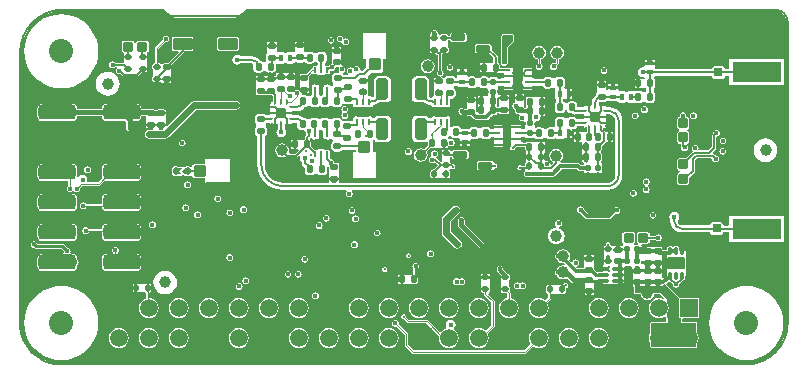
<source format=gtl>
G04*
G04 #@! TF.GenerationSoftware,Altium Limited,CircuitStudio,1.5.2 (30)*
G04*
G04 Layer_Physical_Order=1*
G04 Layer_Color=255*
%FSLAX25Y25*%
%MOIN*%
G70*
G01*
G75*
%ADD10C,0.00768*%
%ADD11C,0.03937*%
G04:AMPARAMS|DCode=12|XSize=49.02mil|YSize=24.02mil|CornerRadius=3.6mil|HoleSize=0mil|Usage=FLASHONLY|Rotation=90.000|XOffset=0mil|YOffset=0mil|HoleType=Round|Shape=RoundedRectangle|*
%AMROUNDEDRECTD12*
21,1,0.04902,0.01681,0,0,90.0*
21,1,0.04181,0.02402,0,0,90.0*
1,1,0.00721,0.00841,0.02091*
1,1,0.00721,0.00841,-0.02091*
1,1,0.00721,-0.00841,-0.02091*
1,1,0.00721,-0.00841,0.02091*
%
%ADD12ROUNDEDRECTD12*%
G04:AMPARAMS|DCode=13|XSize=70.87mil|YSize=40.95mil|CornerRadius=6.14mil|HoleSize=0mil|Usage=FLASHONLY|Rotation=90.000|XOffset=0mil|YOffset=0mil|HoleType=Round|Shape=RoundedRectangle|*
%AMROUNDEDRECTD13*
21,1,0.07087,0.02866,0,0,90.0*
21,1,0.05858,0.04095,0,0,90.0*
1,1,0.01228,0.01433,0.02929*
1,1,0.01228,0.01433,-0.02929*
1,1,0.01228,-0.01433,-0.02929*
1,1,0.01228,-0.01433,0.02929*
%
%ADD13ROUNDEDRECTD13*%
G04:AMPARAMS|DCode=14|XSize=64.96mil|YSize=41.34mil|CornerRadius=4.13mil|HoleSize=0mil|Usage=FLASHONLY|Rotation=180.000|XOffset=0mil|YOffset=0mil|HoleType=Round|Shape=RoundedRectangle|*
%AMROUNDEDRECTD14*
21,1,0.06496,0.03307,0,0,180.0*
21,1,0.05669,0.04134,0,0,180.0*
1,1,0.00827,-0.02835,0.01654*
1,1,0.00827,0.02835,0.01654*
1,1,0.00827,0.02835,-0.01654*
1,1,0.00827,-0.02835,-0.01654*
%
%ADD14ROUNDEDRECTD14*%
G04:AMPARAMS|DCode=15|XSize=23.62mil|YSize=19.69mil|CornerRadius=4.92mil|HoleSize=0mil|Usage=FLASHONLY|Rotation=180.000|XOffset=0mil|YOffset=0mil|HoleType=Round|Shape=RoundedRectangle|*
%AMROUNDEDRECTD15*
21,1,0.02362,0.00984,0,0,180.0*
21,1,0.01378,0.01969,0,0,180.0*
1,1,0.00984,-0.00689,0.00492*
1,1,0.00984,0.00689,0.00492*
1,1,0.00984,0.00689,-0.00492*
1,1,0.00984,-0.00689,-0.00492*
%
%ADD15ROUNDEDRECTD15*%
G04:AMPARAMS|DCode=16|XSize=23.62mil|YSize=19.69mil|CornerRadius=4.92mil|HoleSize=0mil|Usage=FLASHONLY|Rotation=270.000|XOffset=0mil|YOffset=0mil|HoleType=Round|Shape=RoundedRectangle|*
%AMROUNDEDRECTD16*
21,1,0.02362,0.00984,0,0,270.0*
21,1,0.01378,0.01969,0,0,270.0*
1,1,0.00984,-0.00492,-0.00689*
1,1,0.00984,-0.00492,0.00689*
1,1,0.00984,0.00492,0.00689*
1,1,0.00984,0.00492,-0.00689*
%
%ADD16ROUNDEDRECTD16*%
G04:AMPARAMS|DCode=17|XSize=31.89mil|YSize=36.61mil|CornerRadius=4.78mil|HoleSize=0mil|Usage=FLASHONLY|Rotation=270.000|XOffset=0mil|YOffset=0mil|HoleType=Round|Shape=RoundedRectangle|*
%AMROUNDEDRECTD17*
21,1,0.03189,0.02705,0,0,270.0*
21,1,0.02232,0.03661,0,0,270.0*
1,1,0.00957,-0.01352,-0.01116*
1,1,0.00957,-0.01352,0.01116*
1,1,0.00957,0.01352,0.01116*
1,1,0.00957,0.01352,-0.01116*
%
%ADD17ROUNDEDRECTD17*%
G04:AMPARAMS|DCode=18|XSize=31.89mil|YSize=36.61mil|CornerRadius=4.78mil|HoleSize=0mil|Usage=FLASHONLY|Rotation=180.000|XOffset=0mil|YOffset=0mil|HoleType=Round|Shape=RoundedRectangle|*
%AMROUNDEDRECTD18*
21,1,0.03189,0.02705,0,0,180.0*
21,1,0.02232,0.03661,0,0,180.0*
1,1,0.00957,-0.01116,0.01352*
1,1,0.00957,0.01116,0.01352*
1,1,0.00957,0.01116,-0.01352*
1,1,0.00957,-0.01116,-0.01352*
%
%ADD18ROUNDEDRECTD18*%
G04:AMPARAMS|DCode=19|XSize=27.56mil|YSize=27.56mil|CornerRadius=2.76mil|HoleSize=0mil|Usage=FLASHONLY|Rotation=270.000|XOffset=0mil|YOffset=0mil|HoleType=Round|Shape=RoundedRectangle|*
%AMROUNDEDRECTD19*
21,1,0.02756,0.02205,0,0,270.0*
21,1,0.02205,0.02756,0,0,270.0*
1,1,0.00551,-0.01102,-0.01102*
1,1,0.00551,-0.01102,0.01102*
1,1,0.00551,0.01102,0.01102*
1,1,0.00551,0.01102,-0.01102*
%
%ADD19ROUNDEDRECTD19*%
G04:AMPARAMS|DCode=20|XSize=14.17mil|YSize=23mil|CornerRadius=0.71mil|HoleSize=0mil|Usage=FLASHONLY|Rotation=180.000|XOffset=0mil|YOffset=0mil|HoleType=Round|Shape=RoundedRectangle|*
%AMROUNDEDRECTD20*
21,1,0.01417,0.02158,0,0,180.0*
21,1,0.01276,0.02300,0,0,180.0*
1,1,0.00142,-0.00638,0.01079*
1,1,0.00142,0.00638,0.01079*
1,1,0.00142,0.00638,-0.01079*
1,1,0.00142,-0.00638,-0.01079*
%
%ADD20ROUNDEDRECTD20*%
G04:AMPARAMS|DCode=21|XSize=14.17mil|YSize=23mil|CornerRadius=0.71mil|HoleSize=0mil|Usage=FLASHONLY|Rotation=90.000|XOffset=0mil|YOffset=0mil|HoleType=Round|Shape=RoundedRectangle|*
%AMROUNDEDRECTD21*
21,1,0.01417,0.02158,0,0,90.0*
21,1,0.01276,0.02300,0,0,90.0*
1,1,0.00142,0.01079,0.00638*
1,1,0.00142,0.01079,-0.00638*
1,1,0.00142,-0.01079,-0.00638*
1,1,0.00142,-0.01079,0.00638*
%
%ADD21ROUNDEDRECTD21*%
G04:AMPARAMS|DCode=22|XSize=23.62mil|YSize=17.72mil|CornerRadius=4.43mil|HoleSize=0mil|Usage=FLASHONLY|Rotation=270.000|XOffset=0mil|YOffset=0mil|HoleType=Round|Shape=RoundedRectangle|*
%AMROUNDEDRECTD22*
21,1,0.02362,0.00886,0,0,270.0*
21,1,0.01476,0.01772,0,0,270.0*
1,1,0.00886,-0.00443,-0.00738*
1,1,0.00886,-0.00443,0.00738*
1,1,0.00886,0.00443,0.00738*
1,1,0.00886,0.00443,-0.00738*
%
%ADD22ROUNDEDRECTD22*%
G04:AMPARAMS|DCode=23|XSize=23.62mil|YSize=17.72mil|CornerRadius=4.43mil|HoleSize=0mil|Usage=FLASHONLY|Rotation=0.000|XOffset=0mil|YOffset=0mil|HoleType=Round|Shape=RoundedRectangle|*
%AMROUNDEDRECTD23*
21,1,0.02362,0.00886,0,0,0.0*
21,1,0.01476,0.01772,0,0,0.0*
1,1,0.00886,0.00738,-0.00443*
1,1,0.00886,-0.00738,-0.00443*
1,1,0.00886,-0.00738,0.00443*
1,1,0.00886,0.00738,0.00443*
%
%ADD23ROUNDEDRECTD23*%
G04:AMPARAMS|DCode=24|XSize=47.24mil|YSize=23.62mil|CornerRadius=3.54mil|HoleSize=0mil|Usage=FLASHONLY|Rotation=90.000|XOffset=0mil|YOffset=0mil|HoleType=Round|Shape=RoundedRectangle|*
%AMROUNDEDRECTD24*
21,1,0.04724,0.01654,0,0,90.0*
21,1,0.04016,0.02362,0,0,90.0*
1,1,0.00709,0.00827,0.02008*
1,1,0.00709,0.00827,-0.02008*
1,1,0.00709,-0.00827,-0.02008*
1,1,0.00709,-0.00827,0.02008*
%
%ADD24ROUNDEDRECTD24*%
G04:AMPARAMS|DCode=25|XSize=9.84mil|YSize=29.53mil|CornerRadius=1.48mil|HoleSize=0mil|Usage=FLASHONLY|Rotation=90.000|XOffset=0mil|YOffset=0mil|HoleType=Round|Shape=RoundedRectangle|*
%AMROUNDEDRECTD25*
21,1,0.00984,0.02658,0,0,90.0*
21,1,0.00689,0.02953,0,0,90.0*
1,1,0.00295,0.01329,0.00345*
1,1,0.00295,0.01329,-0.00345*
1,1,0.00295,-0.01329,-0.00345*
1,1,0.00295,-0.01329,0.00345*
%
%ADD25ROUNDEDRECTD25*%
%ADD26R,0.16496X0.10492*%
%ADD27R,0.16496X0.07008*%
G04:AMPARAMS|DCode=28|XSize=48.43mil|YSize=23.62mil|CornerRadius=2.95mil|HoleSize=0mil|Usage=FLASHONLY|Rotation=0.000|XOffset=0mil|YOffset=0mil|HoleType=Round|Shape=RoundedRectangle|*
%AMROUNDEDRECTD28*
21,1,0.04843,0.01772,0,0,0.0*
21,1,0.04252,0.02362,0,0,0.0*
1,1,0.00591,0.02126,-0.00886*
1,1,0.00591,-0.02126,-0.00886*
1,1,0.00591,-0.02126,0.00886*
1,1,0.00591,0.02126,0.00886*
%
%ADD28ROUNDEDRECTD28*%
G04:AMPARAMS|DCode=29|XSize=21.65mil|YSize=17.72mil|CornerRadius=4.43mil|HoleSize=0mil|Usage=FLASHONLY|Rotation=90.000|XOffset=0mil|YOffset=0mil|HoleType=Round|Shape=RoundedRectangle|*
%AMROUNDEDRECTD29*
21,1,0.02165,0.00886,0,0,90.0*
21,1,0.01280,0.01772,0,0,90.0*
1,1,0.00886,0.00443,0.00640*
1,1,0.00886,0.00443,-0.00640*
1,1,0.00886,-0.00443,-0.00640*
1,1,0.00886,-0.00443,0.00640*
%
%ADD29ROUNDEDRECTD29*%
G04:AMPARAMS|DCode=30|XSize=21.65mil|YSize=17.72mil|CornerRadius=4.43mil|HoleSize=0mil|Usage=FLASHONLY|Rotation=180.000|XOffset=0mil|YOffset=0mil|HoleType=Round|Shape=RoundedRectangle|*
%AMROUNDEDRECTD30*
21,1,0.02165,0.00886,0,0,180.0*
21,1,0.01280,0.01772,0,0,180.0*
1,1,0.00886,-0.00640,0.00443*
1,1,0.00886,0.00640,0.00443*
1,1,0.00886,0.00640,-0.00443*
1,1,0.00886,-0.00640,-0.00443*
%
%ADD30ROUNDEDRECTD30*%
G04:AMPARAMS|DCode=31|XSize=125.2mil|YSize=50mil|CornerRadius=12.5mil|HoleSize=0mil|Usage=FLASHONLY|Rotation=180.000|XOffset=0mil|YOffset=0mil|HoleType=Round|Shape=RoundedRectangle|*
%AMROUNDEDRECTD31*
21,1,0.12520,0.02500,0,0,180.0*
21,1,0.10020,0.05000,0,0,180.0*
1,1,0.02500,-0.05010,0.01250*
1,1,0.02500,0.05010,0.01250*
1,1,0.02500,0.05010,-0.01250*
1,1,0.02500,-0.05010,-0.01250*
%
%ADD31ROUNDEDRECTD31*%
G04:AMPARAMS|DCode=32|XSize=21.65mil|YSize=9.84mil|CornerRadius=1.48mil|HoleSize=0mil|Usage=FLASHONLY|Rotation=90.000|XOffset=0mil|YOffset=0mil|HoleType=Round|Shape=RoundedRectangle|*
%AMROUNDEDRECTD32*
21,1,0.02165,0.00689,0,0,90.0*
21,1,0.01870,0.00984,0,0,90.0*
1,1,0.00295,0.00345,0.00935*
1,1,0.00295,0.00345,-0.00935*
1,1,0.00295,-0.00345,-0.00935*
1,1,0.00295,-0.00345,0.00935*
%
%ADD32ROUNDEDRECTD32*%
G04:AMPARAMS|DCode=33|XSize=51.18mil|YSize=31.5mil|CornerRadius=4.72mil|HoleSize=0mil|Usage=FLASHONLY|Rotation=180.000|XOffset=0mil|YOffset=0mil|HoleType=Round|Shape=RoundedRectangle|*
%AMROUNDEDRECTD33*
21,1,0.05118,0.02205,0,0,180.0*
21,1,0.04173,0.03150,0,0,180.0*
1,1,0.00945,-0.02087,0.01102*
1,1,0.00945,0.02087,0.01102*
1,1,0.00945,0.02087,-0.01102*
1,1,0.00945,-0.02087,-0.01102*
%
%ADD33ROUNDEDRECTD33*%
G04:AMPARAMS|DCode=34|XSize=39.37mil|YSize=41.34mil|CornerRadius=3.94mil|HoleSize=0mil|Usage=FLASHONLY|Rotation=270.000|XOffset=0mil|YOffset=0mil|HoleType=Round|Shape=RoundedRectangle|*
%AMROUNDEDRECTD34*
21,1,0.03937,0.03347,0,0,270.0*
21,1,0.03150,0.04134,0,0,270.0*
1,1,0.00787,-0.01673,-0.01575*
1,1,0.00787,-0.01673,0.01575*
1,1,0.00787,0.01673,0.01575*
1,1,0.00787,0.01673,-0.01575*
%
%ADD34ROUNDEDRECTD34*%
G04:AMPARAMS|DCode=35|XSize=41.34mil|YSize=86.61mil|CornerRadius=4.13mil|HoleSize=0mil|Usage=FLASHONLY|Rotation=270.000|XOffset=0mil|YOffset=0mil|HoleType=Round|Shape=RoundedRectangle|*
%AMROUNDEDRECTD35*
21,1,0.04134,0.07835,0,0,270.0*
21,1,0.03307,0.08661,0,0,270.0*
1,1,0.00827,-0.03917,-0.01654*
1,1,0.00827,-0.03917,0.01654*
1,1,0.00827,0.03917,0.01654*
1,1,0.00827,0.03917,-0.01654*
%
%ADD35ROUNDEDRECTD35*%
G04:AMPARAMS|DCode=36|XSize=39.37mil|YSize=41.34mil|CornerRadius=3.94mil|HoleSize=0mil|Usage=FLASHONLY|Rotation=180.000|XOffset=0mil|YOffset=0mil|HoleType=Round|Shape=RoundedRectangle|*
%AMROUNDEDRECTD36*
21,1,0.03937,0.03347,0,0,180.0*
21,1,0.03150,0.04134,0,0,180.0*
1,1,0.00787,-0.01575,0.01673*
1,1,0.00787,0.01575,0.01673*
1,1,0.00787,0.01575,-0.01673*
1,1,0.00787,-0.01575,-0.01673*
%
%ADD36ROUNDEDRECTD36*%
G04:AMPARAMS|DCode=37|XSize=41.34mil|YSize=86.61mil|CornerRadius=4.13mil|HoleSize=0mil|Usage=FLASHONLY|Rotation=180.000|XOffset=0mil|YOffset=0mil|HoleType=Round|Shape=RoundedRectangle|*
%AMROUNDEDRECTD37*
21,1,0.04134,0.07835,0,0,180.0*
21,1,0.03307,0.08661,0,0,180.0*
1,1,0.00827,-0.01654,0.03917*
1,1,0.00827,0.01654,0.03917*
1,1,0.00827,0.01654,-0.03917*
1,1,0.00827,-0.01654,-0.03917*
%
%ADD37ROUNDEDRECTD37*%
G04:AMPARAMS|DCode=38|XSize=18.11mil|YSize=7.87mil|CornerRadius=3.15mil|HoleSize=0mil|Usage=FLASHONLY|Rotation=180.000|XOffset=0mil|YOffset=0mil|HoleType=Round|Shape=RoundedRectangle|*
%AMROUNDEDRECTD38*
21,1,0.01811,0.00158,0,0,180.0*
21,1,0.01181,0.00787,0,0,180.0*
1,1,0.00630,-0.00591,0.00079*
1,1,0.00630,0.00591,0.00079*
1,1,0.00630,0.00591,-0.00079*
1,1,0.00630,-0.00591,-0.00079*
%
%ADD38ROUNDEDRECTD38*%
G04:AMPARAMS|DCode=39|XSize=18.11mil|YSize=7.87mil|CornerRadius=3.15mil|HoleSize=0mil|Usage=FLASHONLY|Rotation=270.000|XOffset=0mil|YOffset=0mil|HoleType=Round|Shape=RoundedRectangle|*
%AMROUNDEDRECTD39*
21,1,0.01811,0.00158,0,0,270.0*
21,1,0.01181,0.00787,0,0,270.0*
1,1,0.00630,-0.00079,-0.00591*
1,1,0.00630,-0.00079,0.00591*
1,1,0.00630,0.00079,0.00591*
1,1,0.00630,0.00079,-0.00591*
%
%ADD39ROUNDEDRECTD39*%
G04:AMPARAMS|DCode=40|XSize=31.5mil|YSize=31.5mil|CornerRadius=3.15mil|HoleSize=0mil|Usage=FLASHONLY|Rotation=270.000|XOffset=0mil|YOffset=0mil|HoleType=Round|Shape=RoundedRectangle|*
%AMROUNDEDRECTD40*
21,1,0.03150,0.02520,0,0,270.0*
21,1,0.02520,0.03150,0,0,270.0*
1,1,0.00630,-0.01260,-0.01260*
1,1,0.00630,-0.01260,0.01260*
1,1,0.00630,0.01260,0.01260*
1,1,0.00630,0.01260,-0.01260*
%
%ADD40ROUNDEDRECTD40*%
G04:AMPARAMS|DCode=41|XSize=25.59mil|YSize=11.81mil|CornerRadius=2.95mil|HoleSize=0mil|Usage=FLASHONLY|Rotation=270.000|XOffset=0mil|YOffset=0mil|HoleType=Round|Shape=RoundedRectangle|*
%AMROUNDEDRECTD41*
21,1,0.02559,0.00591,0,0,270.0*
21,1,0.01969,0.01181,0,0,270.0*
1,1,0.00591,-0.00295,-0.00984*
1,1,0.00591,-0.00295,0.00984*
1,1,0.00591,0.00295,0.00984*
1,1,0.00591,0.00295,-0.00984*
%
%ADD41ROUNDEDRECTD41*%
G04:AMPARAMS|DCode=42|XSize=61.02mil|YSize=40.16mil|CornerRadius=4.02mil|HoleSize=0mil|Usage=FLASHONLY|Rotation=0.000|XOffset=0mil|YOffset=0mil|HoleType=Round|Shape=RoundedRectangle|*
%AMROUNDEDRECTD42*
21,1,0.06102,0.03213,0,0,0.0*
21,1,0.05299,0.04016,0,0,0.0*
1,1,0.00803,0.02649,-0.01606*
1,1,0.00803,-0.02649,-0.01606*
1,1,0.00803,-0.02649,0.01606*
1,1,0.00803,0.02649,0.01606*
%
%ADD42ROUNDEDRECTD42*%
G04:AMPARAMS|DCode=43|XSize=37.01mil|YSize=10.63mil|CornerRadius=1.33mil|HoleSize=0mil|Usage=FLASHONLY|Rotation=180.000|XOffset=0mil|YOffset=0mil|HoleType=Round|Shape=RoundedRectangle|*
%AMROUNDEDRECTD43*
21,1,0.03701,0.00797,0,0,180.0*
21,1,0.03435,0.01063,0,0,180.0*
1,1,0.00266,-0.01718,0.00399*
1,1,0.00266,0.01718,0.00399*
1,1,0.00266,0.01718,-0.00399*
1,1,0.00266,-0.01718,-0.00399*
%
%ADD43ROUNDEDRECTD43*%
%ADD44C,0.01000*%
%ADD45C,0.01200*%
%ADD46C,0.01400*%
%ADD47C,0.01600*%
%ADD48C,0.00400*%
%ADD49C,0.00350*%
%ADD50C,0.00800*%
%ADD51C,0.00600*%
%ADD52C,0.02400*%
%ADD53C,0.00500*%
%ADD54C,0.02200*%
%ADD55R,0.01768X0.06900*%
%ADD56R,0.03100X0.02200*%
%ADD57R,0.01300X0.02000*%
%ADD58C,0.08000*%
%ADD59R,0.05906X0.05906*%
%ADD60C,0.05906*%
%ADD61C,0.02362*%
%ADD62C,0.03819*%
%ADD63C,0.01000*%
%ADD64C,0.01600*%
%ADD65C,0.04000*%
G36*
X1048995Y817364D02*
X1082175D01*
X1082867Y816672D01*
X1083979Y815819D01*
X1084894Y815440D01*
X1085273Y815283D01*
X1086662Y815100D01*
X1105890D01*
X1107278Y815283D01*
X1108572Y815819D01*
X1109684Y816672D01*
X1110376Y817364D01*
X1286362D01*
X1286471Y817378D01*
X1287353Y817262D01*
X1288277Y816880D01*
X1289070Y816271D01*
X1289678Y815478D01*
X1290061Y814555D01*
X1290177Y813673D01*
X1290162Y813564D01*
Y713281D01*
X1290186Y713103D01*
X1290034Y711177D01*
X1289542Y709125D01*
X1288734Y707174D01*
X1287631Y705375D01*
X1286260Y703770D01*
X1284655Y702399D01*
X1282856Y701296D01*
X1280905Y700488D01*
X1278853Y699996D01*
X1276927Y699844D01*
X1276749Y699867D01*
X1047891Y699867D01*
X1047720Y699845D01*
X1045867Y699991D01*
X1043893Y700465D01*
X1042017Y701242D01*
X1040286Y702302D01*
X1038742Y703621D01*
X1037424Y705165D01*
X1036363Y706896D01*
X1035586Y708771D01*
X1035112Y710745D01*
X1034966Y712599D01*
X1034989Y712769D01*
X1034989Y796470D01*
Y803358D01*
X1034964Y803544D01*
X1035122Y805555D01*
X1035637Y807698D01*
X1036480Y809734D01*
X1037632Y811613D01*
X1039063Y813290D01*
X1040739Y814721D01*
X1042618Y815872D01*
X1044655Y816716D01*
X1046798Y817230D01*
X1048809Y817389D01*
X1048995Y817364D01*
D02*
G37*
%LPC*%
G36*
X1171476Y737511D02*
X1171039Y737424D01*
X1170668Y737177D01*
X1170421Y736806D01*
X1170334Y736369D01*
X1170421Y735932D01*
X1170668Y735562D01*
X1171039Y735314D01*
X1171476Y735227D01*
X1171913Y735314D01*
X1172283Y735562D01*
X1172531Y735932D01*
X1172618Y736369D01*
X1172531Y736806D01*
X1172283Y737177D01*
X1171913Y737424D01*
X1171476Y737511D01*
D02*
G37*
G36*
X1179876Y752431D02*
X1179282Y752313D01*
X1178780Y751977D01*
X1175680Y748877D01*
X1175344Y748374D01*
X1175226Y747781D01*
Y743181D01*
X1175344Y742588D01*
X1175680Y742085D01*
X1179280Y738485D01*
X1179782Y738149D01*
X1180376Y738031D01*
X1180969Y738149D01*
X1181472Y738485D01*
X1181807Y738988D01*
X1181925Y739581D01*
X1181807Y740174D01*
X1181472Y740677D01*
X1178325Y743823D01*
Y747139D01*
X1180972Y749785D01*
X1181307Y750288D01*
X1181425Y750881D01*
X1181307Y751474D01*
X1180972Y751977D01*
X1180469Y752313D01*
X1179876Y752431D01*
D02*
G37*
G36*
X1225850Y735931D02*
X1225014D01*
Y735143D01*
X1225850D01*
Y735931D01*
D02*
G37*
G36*
X1164134Y736554D02*
X1163814Y736491D01*
X1163543Y736309D01*
X1163362Y736038D01*
X1163298Y735718D01*
X1163362Y735398D01*
X1163543Y735127D01*
X1163814Y734946D01*
X1164134Y734882D01*
X1164454Y734946D01*
X1164725Y735127D01*
X1164907Y735398D01*
X1164970Y735718D01*
X1164907Y736038D01*
X1164725Y736309D01*
X1164454Y736491D01*
X1164134Y736554D01*
D02*
G37*
G36*
X1223537Y735931D02*
X1222652D01*
Y735143D01*
X1223537D01*
Y735931D01*
D02*
G37*
G36*
X1214165Y747681D02*
X1213728Y747594D01*
X1213357Y747346D01*
X1213110Y746976D01*
X1213023Y746539D01*
X1213110Y746102D01*
X1213357Y745731D01*
X1213440Y745676D01*
X1213396Y745106D01*
X1213353Y745054D01*
X1212654Y744962D01*
X1211981Y744683D01*
X1211403Y744239D01*
X1210959Y743661D01*
X1210680Y742987D01*
X1210585Y742264D01*
X1210680Y741542D01*
X1210959Y740868D01*
X1211403Y740290D01*
X1211981Y739846D01*
X1212654Y739567D01*
X1213377Y739472D01*
X1214100Y739567D01*
X1214773Y739846D01*
X1215352Y740290D01*
X1215795Y740868D01*
X1216074Y741542D01*
X1216169Y742264D01*
X1216074Y742987D01*
X1215795Y743661D01*
X1215352Y744239D01*
X1214773Y744683D01*
X1214207Y744917D01*
X1214294Y745422D01*
X1214602Y745484D01*
X1214972Y745731D01*
X1215220Y746102D01*
X1215306Y746539D01*
X1215220Y746976D01*
X1214972Y747346D01*
X1214602Y747594D01*
X1214165Y747681D01*
D02*
G37*
G36*
X1252676Y750312D02*
X1252051Y750188D01*
X1251522Y749835D01*
X1251168Y749305D01*
X1251044Y748681D01*
X1251168Y748057D01*
X1251390Y747725D01*
X1251460Y747254D01*
X1251460D01*
X1251588Y746278D01*
X1251965Y745368D01*
X1252564Y744587D01*
X1253345Y743988D01*
X1254255Y743611D01*
X1255231Y743482D01*
Y743491D01*
X1264728D01*
X1264771Y743275D01*
X1265009Y742919D01*
X1265365Y742681D01*
X1265784Y742598D01*
X1267989D01*
X1268409Y742681D01*
X1268764Y742919D01*
X1269002Y743275D01*
X1269045Y743491D01*
X1271126D01*
Y740394D01*
X1289222D01*
Y749002D01*
X1271126D01*
Y745905D01*
X1269084D01*
X1269002Y746319D01*
X1268764Y746675D01*
X1268409Y746912D01*
X1267989Y746996D01*
X1265784D01*
X1265365Y746912D01*
X1265009Y746675D01*
X1264771Y746319D01*
X1264689Y745905D01*
X1255231D01*
Y745906D01*
X1254715Y746009D01*
X1254278Y746301D01*
X1253986Y746738D01*
X1253883Y747254D01*
X1253959Y747722D01*
X1254183Y748057D01*
X1254307Y748681D01*
X1254183Y749305D01*
X1253829Y749835D01*
X1253300Y750188D01*
X1252676Y750312D01*
D02*
G37*
G36*
X1243728Y743622D02*
X1241023D01*
X1240712Y743560D01*
X1240448Y743384D01*
X1240271Y743120D01*
X1240209Y742808D01*
Y740576D01*
X1240271Y740265D01*
X1240448Y740000D01*
X1240683Y739843D01*
X1240712Y739698D01*
X1240459Y739318D01*
X1239943Y739243D01*
X1239776Y739381D01*
Y739381D01*
X1239308D01*
X1239270Y739482D01*
X1239225Y739881D01*
X1239404Y740000D01*
X1239580Y740265D01*
X1239642Y740576D01*
Y742808D01*
X1239580Y743120D01*
X1239404Y743384D01*
X1239139Y743560D01*
X1238828Y743622D01*
X1236123D01*
X1235812Y743560D01*
X1235548Y743384D01*
X1235371Y743120D01*
X1235309Y742808D01*
Y740576D01*
X1235371Y740265D01*
X1235548Y740000D01*
X1235745Y739868D01*
X1235776Y739381D01*
Y739381D01*
X1235776Y739321D01*
Y739296D01*
X1235450Y738931D01*
X1235276Y738931D01*
X1234614D01*
Y738143D01*
X1235374D01*
X1235441Y738143D01*
X1235444D01*
X1235450D01*
X1235858Y737985D01*
Y737582D01*
X1235783Y737540D01*
X1235424Y737356D01*
X1232522D01*
X1232286Y737744D01*
X1232271Y737773D01*
X1232341Y737924D01*
X1232497Y738143D01*
X1232692D01*
X1233137D01*
Y738931D01*
X1232492D01*
X1232450D01*
X1232379Y738931D01*
X1232292D01*
X1232265D01*
X1232252D01*
X1232251Y738931D01*
X1232185Y738929D01*
X1231892Y738937D01*
X1231581Y739229D01*
X1231512Y739381D01*
Y739381D01*
Y739381D01*
X1231512D01*
X1231448Y739701D01*
X1231364Y739827D01*
X1231267Y739972D01*
X1230995Y740154D01*
X1230676Y740217D01*
X1230356Y740154D01*
X1230084Y739972D01*
X1229987Y739827D01*
X1229903Y739701D01*
X1229840Y739381D01*
X1229840Y739381D01*
Y739381D01*
X1229646Y738956D01*
X1229640Y738943D01*
X1229454Y738855D01*
X1229298Y738781D01*
Y738781D01*
Y738640D01*
X1229292Y738631D01*
X1229219Y738522D01*
X1229160Y738224D01*
Y737338D01*
X1229219Y737041D01*
X1229298Y736922D01*
Y734640D01*
X1229219Y734522D01*
X1229160Y734224D01*
Y733338D01*
X1229215Y733060D01*
X1229217Y733037D01*
X1229176Y732944D01*
X1228895Y732560D01*
X1228895Y732560D01*
X1228895Y732560D01*
X1228895Y732560D01*
Y730270D01*
X1227178D01*
X1227050Y730217D01*
X1226960D01*
X1226002Y731176D01*
X1225850Y731277D01*
Y734356D01*
X1222701D01*
Y731451D01*
X1220439D01*
X1220122Y731822D01*
X1220272Y732318D01*
X1220313Y732326D01*
X1220683Y732574D01*
X1220931Y732944D01*
X1221017Y733381D01*
X1220931Y733818D01*
X1220683Y734189D01*
X1220313Y734436D01*
X1219876Y734523D01*
X1219439Y734436D01*
X1219068Y734189D01*
X1218821Y733818D01*
X1218813Y733778D01*
X1218270Y733613D01*
X1217577Y734307D01*
X1217831Y734688D01*
X1218009Y735581D01*
X1217831Y736474D01*
X1217325Y737231D01*
X1216568Y737737D01*
X1215676Y737914D01*
X1214783Y737737D01*
X1214026Y737231D01*
X1213642Y736657D01*
X1213539Y736636D01*
X1213168Y736389D01*
X1212921Y736018D01*
X1212834Y735581D01*
X1212921Y735144D01*
X1213168Y734774D01*
X1213539Y734526D01*
X1213642Y734506D01*
X1214026Y733931D01*
X1214783Y733425D01*
X1215676Y733248D01*
X1215932Y733299D01*
X1216338Y732893D01*
X1216091Y732432D01*
X1215676Y732514D01*
X1214783Y732337D01*
X1214026Y731831D01*
X1213642Y731257D01*
X1213539Y731236D01*
X1213168Y730989D01*
X1212921Y730618D01*
X1212834Y730181D01*
X1212921Y729744D01*
X1213168Y729374D01*
X1213539Y729126D01*
X1213642Y729106D01*
X1214026Y728531D01*
X1214783Y728025D01*
X1215676Y727848D01*
X1216568Y728025D01*
X1216957Y728285D01*
X1218368Y726874D01*
X1218739Y726626D01*
X1219176Y726539D01*
X1222801D01*
Y724206D01*
X1225950D01*
Y726577D01*
X1227050D01*
X1227178Y726524D01*
X1228895D01*
Y726381D01*
X1233856D01*
Y726524D01*
X1235573D01*
X1235600Y726535D01*
X1235676D01*
X1235921Y726636D01*
X1236022Y726881D01*
Y726913D01*
X1236064Y727014D01*
Y727811D01*
X1236022Y727912D01*
Y728882D01*
X1236064Y728982D01*
Y729780D01*
X1236022Y729880D01*
Y730850D01*
X1236064Y730951D01*
Y731748D01*
X1236343Y732181D01*
X1236776D01*
Y732363D01*
X1237545D01*
X1237552Y732365D01*
X1237776Y732181D01*
Y732181D01*
X1238391D01*
X1238777Y731906D01*
X1238777Y731681D01*
Y731118D01*
X1239663D01*
Y731681D01*
Y731728D01*
X1239776Y732181D01*
X1239999Y732365D01*
X1240006Y732363D01*
X1240329D01*
X1240378Y732346D01*
X1240776Y732181D01*
X1241139Y731851D01*
X1241139Y731681D01*
Y731118D01*
X1241726D01*
X1241976Y731118D01*
X1242101D01*
X1242226D01*
X1242476Y731118D01*
X1243063D01*
Y731706D01*
X1243063Y731906D01*
Y732056D01*
Y732206D01*
X1243063Y732406D01*
Y732994D01*
X1242276D01*
X1242226Y732994D01*
X1241776Y733113D01*
Y733181D01*
X1241669D01*
Y733892D01*
X1241726Y733936D01*
X1242226Y733781D01*
Y733781D01*
X1245376D01*
Y733781D01*
X1245626D01*
Y733781D01*
X1248776D01*
Y735823D01*
X1250276D01*
Y729292D01*
X1249238Y728254D01*
X1248776Y728445D01*
Y730331D01*
X1245626D01*
Y730331D01*
X1245376D01*
Y730331D01*
X1242226D01*
Y730331D01*
X1241976D01*
Y730331D01*
X1238826D01*
Y727181D01*
X1238884D01*
Y726394D01*
X1238826D01*
Y725606D01*
X1238876D01*
X1239229Y725253D01*
X1239229Y723205D01*
X1239229Y723205D01*
D01*
X1239229Y723205D01*
Y723205D01*
X1239229Y723205D01*
Y723204D01*
X1239277Y723088D01*
X1239330Y722960D01*
X1239330Y722960D01*
X1239330Y722960D01*
X1239331Y722959D01*
X1239386Y722936D01*
X1239452Y722909D01*
X1239452Y722908D01*
X1239487Y722894D01*
X1239551Y722867D01*
X1239574Y722858D01*
X1239574Y722857D01*
X1239585Y722857D01*
X1241508Y722851D01*
X1241620Y722288D01*
X1242126Y721531D01*
X1242883Y721025D01*
X1243776Y720848D01*
X1244668Y721025D01*
X1245426Y721531D01*
X1245931Y722288D01*
X1246040Y722835D01*
X1248095Y722828D01*
X1249297Y721652D01*
X1249016Y721227D01*
X1248430Y721470D01*
X1247576Y721582D01*
X1246721Y721470D01*
X1245925Y721140D01*
X1245241Y720615D01*
X1244717Y719932D01*
X1244387Y719136D01*
X1244275Y718281D01*
X1244387Y717427D01*
X1244717Y716631D01*
X1245241Y715947D01*
X1245925Y715422D01*
X1246721Y715093D01*
X1247576Y714980D01*
X1248430Y715093D01*
X1249226Y715422D01*
X1249598Y715708D01*
X1250101Y715464D01*
X1250120Y713983D01*
X1249769Y713627D01*
X1245076D01*
X1244831Y713526D01*
X1244729Y713281D01*
Y709948D01*
X1244717Y709932D01*
X1244387Y709135D01*
X1244275Y708281D01*
X1244387Y707427D01*
X1244717Y706631D01*
X1244729Y706614D01*
Y705381D01*
X1244831Y705136D01*
X1245076Y705035D01*
X1247161D01*
X1247576Y704980D01*
X1247991Y705035D01*
X1257161D01*
X1257576Y704980D01*
X1257990Y705035D01*
X1260076D01*
X1260320Y705136D01*
X1260422Y705381D01*
Y706614D01*
X1260434Y706631D01*
X1260764Y707427D01*
X1260877Y708281D01*
X1260764Y709135D01*
X1260434Y709932D01*
X1260422Y709948D01*
Y711381D01*
Y713281D01*
X1260320Y713526D01*
X1260076Y713627D01*
X1255180D01*
X1255164Y714652D01*
X1255515Y715008D01*
X1260848D01*
Y721554D01*
X1254609D01*
X1254597Y721582D01*
X1254548Y721700D01*
X1254543Y721702D01*
X1254541Y721707D01*
X1250075Y725932D01*
X1250068Y726432D01*
X1250962Y727325D01*
X1252141Y726147D01*
X1252221Y725744D01*
X1252468Y725374D01*
X1252839Y725126D01*
X1253276Y725039D01*
X1253713Y725126D01*
X1254083Y725374D01*
X1254331Y725744D01*
X1254398Y726084D01*
X1255765Y727450D01*
X1255805Y727458D01*
X1256009Y727594D01*
X1256145Y727798D01*
X1256192Y728038D01*
Y729022D01*
X1256476D01*
Y737290D01*
X1254239D01*
X1254223Y737368D01*
Y738274D01*
X1254176Y738514D01*
X1254040Y738718D01*
X1253836Y738854D01*
X1253596Y738901D01*
X1253006D01*
X1252765Y738854D01*
X1252606Y738747D01*
X1252555Y738718D01*
X1252077D01*
X1252026Y738747D01*
X1251867Y738854D01*
X1251627Y738901D01*
X1251036D01*
X1250797Y738854D01*
X1250593Y738718D01*
X1250457Y738514D01*
X1250409Y738274D01*
Y737699D01*
X1249268D01*
X1248776Y737718D01*
Y738506D01*
X1248320D01*
X1248207Y738582D01*
X1247890Y738645D01*
X1246512D01*
X1246195Y738582D01*
X1246081Y738506D01*
X1245577D01*
Y738506D01*
X1245376Y738506D01*
X1244885Y738529D01*
X1244807Y738582D01*
X1244490Y738645D01*
X1243708D01*
X1243703Y738647D01*
X1243445Y738699D01*
X1243376Y738728D01*
X1242129D01*
X1241776Y739081D01*
Y739262D01*
X1241776Y739381D01*
X1242063Y739762D01*
X1243728D01*
X1244040Y739824D01*
X1244304Y740000D01*
X1244480Y740265D01*
X1244542Y740576D01*
Y740958D01*
X1246512D01*
X1246568Y740874D01*
X1246939Y740626D01*
X1247376Y740539D01*
X1247813Y740626D01*
X1248183Y740874D01*
X1248431Y741244D01*
X1248518Y741681D01*
X1248431Y742118D01*
X1248183Y742489D01*
X1247813Y742736D01*
X1247376Y742823D01*
X1246939Y742736D01*
X1246568Y742489D01*
X1246527Y742426D01*
X1244542D01*
Y742808D01*
X1244480Y743120D01*
X1244304Y743384D01*
X1244040Y743560D01*
X1243728Y743622D01*
D02*
G37*
G36*
X1181726Y748703D02*
X1181289Y748616D01*
X1180918Y748369D01*
X1180671Y747998D01*
X1180584Y747561D01*
Y745931D01*
X1180671Y745494D01*
X1180918Y745124D01*
X1187468Y738574D01*
X1187839Y738326D01*
X1188276Y738239D01*
X1188713Y738326D01*
X1189083Y738574D01*
X1189331Y738944D01*
X1189417Y739381D01*
X1189331Y739818D01*
X1189083Y740189D01*
X1182868Y746404D01*
Y747561D01*
X1182781Y747998D01*
X1182533Y748369D01*
X1182163Y748616D01*
X1181726Y748703D01*
D02*
G37*
G36*
X1146076Y740553D02*
X1145639Y740466D01*
X1145268Y740219D01*
X1145021Y739848D01*
X1144934Y739411D01*
X1145021Y738974D01*
X1145268Y738604D01*
X1145639Y738356D01*
X1146076Y738269D01*
X1146513Y738356D01*
X1146883Y738604D01*
X1147131Y738974D01*
X1147217Y739411D01*
X1147131Y739848D01*
X1146883Y740219D01*
X1146513Y740466D01*
X1146076Y740553D01*
D02*
G37*
G36*
X1104576Y736223D02*
X1104139Y736136D01*
X1103768Y735889D01*
X1103521Y735518D01*
X1103434Y735081D01*
X1103521Y734644D01*
X1103768Y734274D01*
X1104139Y734026D01*
X1104576Y733939D01*
X1105013Y734026D01*
X1105383Y734274D01*
X1105631Y734644D01*
X1105717Y735081D01*
X1105631Y735518D01*
X1105383Y735889D01*
X1105013Y736136D01*
X1104576Y736223D01*
D02*
G37*
G36*
X1191154Y729481D02*
X1190366D01*
Y728891D01*
X1191154D01*
Y729481D01*
D02*
G37*
G36*
X1156205Y732000D02*
X1155885Y731936D01*
X1155614Y731755D01*
X1155433Y731484D01*
X1155369Y731164D01*
X1155433Y730844D01*
X1155614Y730573D01*
X1155885Y730391D01*
X1156205Y730328D01*
X1156525Y730391D01*
X1156796Y730573D01*
X1156977Y730844D01*
X1157041Y731164D01*
X1156977Y731484D01*
X1156796Y731755D01*
X1156525Y731936D01*
X1156205Y732000D01*
D02*
G37*
G36*
X1189185Y729481D02*
X1188398D01*
Y728891D01*
X1189185D01*
Y729481D01*
D02*
G37*
G36*
X1127376Y730723D02*
X1126939Y730636D01*
X1126568Y730389D01*
X1126321Y730018D01*
X1126234Y729581D01*
X1126321Y729144D01*
X1126568Y728774D01*
X1126939Y728526D01*
X1127376Y728439D01*
X1127813Y728526D01*
X1128183Y728774D01*
X1128431Y729144D01*
X1128518Y729581D01*
X1128431Y730018D01*
X1128183Y730389D01*
X1127813Y730636D01*
X1127376Y730723D01*
D02*
G37*
G36*
X1161513Y729356D02*
X1160726D01*
Y728519D01*
X1161513D01*
Y729356D01*
D02*
G37*
G36*
X1245626Y732994D02*
X1245525D01*
X1245425D01*
X1245126Y732994D01*
X1244539D01*
Y732406D01*
X1244539Y732206D01*
Y732056D01*
Y731906D01*
X1244539Y731706D01*
Y731118D01*
X1245126D01*
X1245376Y731118D01*
X1245501D01*
X1245626D01*
X1245876Y731118D01*
X1246463D01*
Y731706D01*
X1246463Y731906D01*
Y732056D01*
Y732206D01*
X1246463Y732406D01*
Y732994D01*
X1245925D01*
X1245626Y732994D01*
D02*
G37*
G36*
X1129576Y735723D02*
X1129139Y735636D01*
X1128768Y735389D01*
X1128521Y735018D01*
X1128434Y734581D01*
X1128521Y734144D01*
X1128768Y733774D01*
X1129139Y733526D01*
X1129576Y733439D01*
X1130013Y733526D01*
X1130383Y733774D01*
X1130631Y734144D01*
X1130717Y734581D01*
X1130631Y735018D01*
X1130383Y735389D01*
X1130013Y735636D01*
X1129576Y735723D01*
D02*
G37*
G36*
X1248776Y732994D02*
X1247939D01*
Y732406D01*
X1247939Y732206D01*
Y732056D01*
Y731906D01*
X1247939Y731706D01*
Y731118D01*
X1248776D01*
Y731706D01*
X1248776Y731906D01*
Y732056D01*
Y732206D01*
X1248776Y732406D01*
Y732994D01*
D02*
G37*
G36*
X1039276Y740623D02*
X1038839Y740536D01*
X1038468Y740289D01*
X1038221Y739918D01*
X1038134Y739481D01*
X1038221Y739044D01*
X1038468Y738674D01*
X1038839Y738426D01*
X1039225Y738349D01*
X1039264Y738310D01*
X1039536Y738129D01*
X1039856Y738065D01*
X1048409D01*
X1049244Y737231D01*
X1049321Y736844D01*
X1049331Y736829D01*
X1049064Y736329D01*
X1041975D01*
X1041363Y736207D01*
X1040843Y735860D01*
X1040496Y735340D01*
X1040374Y734728D01*
Y732228D01*
X1040496Y731615D01*
X1040843Y731096D01*
X1041363Y730749D01*
X1041975Y730627D01*
X1051995D01*
X1052608Y730749D01*
X1053127Y731096D01*
X1053474Y731615D01*
X1053596Y732228D01*
Y732518D01*
X1053824Y732670D01*
X1054072Y733041D01*
X1054158Y733478D01*
X1054072Y733915D01*
X1053824Y734285D01*
X1053596Y734438D01*
Y734728D01*
X1053474Y735340D01*
X1053127Y735860D01*
X1052608Y736207D01*
X1051995Y736329D01*
X1051688D01*
X1051420Y736829D01*
X1051431Y736844D01*
X1051517Y737281D01*
X1051431Y737718D01*
X1051183Y738089D01*
X1050813Y738336D01*
X1050426Y738413D01*
X1049347Y739492D01*
X1049076Y739674D01*
X1048756Y739737D01*
X1040367D01*
X1040331Y739918D01*
X1040083Y740289D01*
X1039713Y740536D01*
X1039276Y740623D01*
D02*
G37*
G36*
X1066416Y738756D02*
X1065979Y738669D01*
X1065608Y738421D01*
X1065361Y738051D01*
X1065274Y737614D01*
X1065361Y737177D01*
X1065593Y736829D01*
X1065567Y736701D01*
X1065423Y736329D01*
X1063471D01*
X1062859Y736207D01*
X1062339Y735860D01*
X1061992Y735340D01*
X1061870Y734728D01*
Y732228D01*
X1061992Y731615D01*
X1062339Y731096D01*
X1062859Y730749D01*
X1063471Y730627D01*
X1073491D01*
X1074104Y730749D01*
X1074623Y731096D01*
X1074970Y731615D01*
X1075092Y732228D01*
Y734728D01*
X1074970Y735340D01*
X1074623Y735860D01*
X1074104Y736207D01*
X1073491Y736329D01*
X1067408D01*
X1067264Y736701D01*
X1067238Y736829D01*
X1067471Y737177D01*
X1067558Y737614D01*
X1067471Y738051D01*
X1067223Y738421D01*
X1066853Y738669D01*
X1066416Y738756D01*
D02*
G37*
G36*
X1051995Y756329D02*
X1041975D01*
X1041363Y756207D01*
X1040843Y755860D01*
X1040496Y755340D01*
X1040374Y754728D01*
Y752228D01*
X1040496Y751615D01*
X1040843Y751096D01*
X1041363Y750749D01*
X1041975Y750627D01*
X1051995D01*
X1052608Y750749D01*
X1053127Y751096D01*
X1053474Y751615D01*
X1053596Y752228D01*
Y754728D01*
X1053474Y755340D01*
X1053127Y755860D01*
X1052608Y756207D01*
X1051995Y756329D01*
D02*
G37*
G36*
X1073491D02*
X1063471D01*
X1062859Y756207D01*
X1062339Y755860D01*
X1061992Y755340D01*
X1061870Y754728D01*
Y752911D01*
X1056754D01*
X1056572Y753183D01*
X1056202Y753431D01*
X1055765Y753517D01*
X1055328Y753431D01*
X1054957Y753183D01*
X1054710Y752813D01*
X1054623Y752376D01*
X1054710Y751939D01*
X1054957Y751568D01*
X1055328Y751321D01*
X1055765Y751234D01*
X1056202Y751321D01*
X1056572Y751568D01*
X1056754Y751840D01*
X1061948D01*
X1061992Y751615D01*
X1062339Y751096D01*
X1062859Y750749D01*
X1063471Y750627D01*
X1073491D01*
X1074104Y750749D01*
X1074623Y751096D01*
X1074970Y751615D01*
X1075092Y752228D01*
Y754728D01*
X1074970Y755340D01*
X1074623Y755860D01*
X1074104Y756207D01*
X1073491Y756329D01*
D02*
G37*
G36*
X1089890Y752839D02*
X1089452Y752752D01*
X1089082Y752505D01*
X1088834Y752134D01*
X1088748Y751697D01*
X1088834Y751260D01*
X1089082Y750890D01*
X1089452Y750642D01*
X1089890Y750555D01*
X1090326Y750642D01*
X1090697Y750890D01*
X1090945Y751260D01*
X1091031Y751697D01*
X1090945Y752134D01*
X1090697Y752505D01*
X1090326Y752752D01*
X1089890Y752839D01*
D02*
G37*
G36*
X1221476Y752123D02*
X1221039Y752036D01*
X1220668Y751789D01*
X1220421Y751418D01*
X1220334Y750981D01*
X1220421Y750544D01*
X1220668Y750174D01*
X1221039Y749926D01*
X1221370Y749860D01*
X1223112Y748118D01*
X1223417Y747915D01*
X1223776Y747843D01*
X1230876D01*
X1231235Y747915D01*
X1231539Y748118D01*
X1233129Y749708D01*
X1233476Y749639D01*
X1233913Y749726D01*
X1234283Y749974D01*
X1234531Y750344D01*
X1234618Y750781D01*
X1234531Y751218D01*
X1234283Y751589D01*
X1233913Y751836D01*
X1233476Y751923D01*
X1233039Y751836D01*
X1232858Y751716D01*
X1232517Y751648D01*
X1232212Y751444D01*
X1230487Y749719D01*
X1224164D01*
X1222547Y751336D01*
X1222531Y751418D01*
X1222283Y751789D01*
X1221913Y752036D01*
X1221476Y752123D01*
D02*
G37*
G36*
X1109176Y752223D02*
X1108739Y752136D01*
X1108368Y751889D01*
X1108121Y751518D01*
X1108034Y751081D01*
X1108121Y750644D01*
X1108368Y750274D01*
X1108739Y750026D01*
X1109176Y749939D01*
X1109613Y750026D01*
X1109983Y750274D01*
X1110231Y750644D01*
X1110318Y751081D01*
X1110231Y751518D01*
X1109983Y751889D01*
X1109613Y752136D01*
X1109176Y752223D01*
D02*
G37*
G36*
X1090512Y760523D02*
X1090075Y760436D01*
X1089704Y760189D01*
X1089457Y759818D01*
X1089370Y759381D01*
X1089457Y758944D01*
X1089704Y758574D01*
X1090075Y758326D01*
X1090512Y758239D01*
X1090949Y758326D01*
X1091319Y758574D01*
X1091567Y758944D01*
X1091654Y759381D01*
X1091567Y759818D01*
X1091319Y760189D01*
X1090949Y760436D01*
X1090512Y760523D01*
D02*
G37*
G36*
X1073491Y766329D02*
X1063471D01*
X1062859Y766207D01*
X1062339Y765860D01*
X1061992Y765341D01*
X1061870Y764728D01*
Y762228D01*
X1061992Y761615D01*
X1062036Y761550D01*
X1060615Y760129D01*
X1057336D01*
X1057035Y760629D01*
X1057126Y761085D01*
X1057002Y761709D01*
X1056648Y762239D01*
X1056119Y762592D01*
X1055494Y762716D01*
X1054870Y762592D01*
X1054341Y762239D01*
X1054131Y761925D01*
Y761925D01*
X1054086Y761857D01*
X1053939Y761723D01*
X1053923Y761727D01*
X1053592Y761818D01*
X1053579Y761822D01*
X1053575Y761823D01*
X1053575Y761823D01*
X1053528Y761836D01*
X1053518Y761839D01*
X1053569Y762093D01*
Y762093D01*
X1053596Y762228D01*
Y764728D01*
X1053474Y765341D01*
X1053127Y765860D01*
X1052608Y766207D01*
X1051995Y766329D01*
X1041975D01*
X1041363Y766207D01*
X1040843Y765860D01*
X1040496Y765341D01*
X1040374Y764728D01*
Y762228D01*
X1040496Y761615D01*
X1040843Y761096D01*
X1041363Y760749D01*
X1041975Y760627D01*
X1050713D01*
Y759052D01*
X1050468Y758889D01*
X1050221Y758518D01*
X1050134Y758081D01*
X1050221Y757644D01*
X1050468Y757274D01*
X1050839Y757026D01*
X1051276Y756939D01*
X1051713Y757026D01*
X1052083Y757274D01*
X1052085Y757276D01*
X1052686D01*
X1052717Y757229D01*
X1053088Y756982D01*
X1053525Y756895D01*
X1053962Y756982D01*
X1054332Y757229D01*
X1054580Y757600D01*
X1054667Y758037D01*
X1054603Y758357D01*
X1055303Y759058D01*
X1060837D01*
X1061216Y759215D01*
X1062794Y760792D01*
X1062859Y760749D01*
X1063471Y760627D01*
X1073491D01*
X1074104Y760749D01*
X1074623Y761096D01*
X1074970Y761615D01*
X1075092Y762228D01*
Y764728D01*
X1074970Y765341D01*
X1074623Y765860D01*
X1074104Y766207D01*
X1073491Y766329D01*
D02*
G37*
G36*
X1243376Y761523D02*
X1242939Y761436D01*
X1242568Y761189D01*
X1242321Y760818D01*
X1242234Y760381D01*
X1242321Y759944D01*
X1242568Y759574D01*
X1242916Y759341D01*
X1242939Y759181D01*
Y758981D01*
X1242916Y758821D01*
X1242568Y758589D01*
X1242321Y758218D01*
X1242234Y757781D01*
X1242321Y757344D01*
X1242568Y756974D01*
X1242939Y756726D01*
X1243376Y756639D01*
X1243813Y756726D01*
X1244183Y756974D01*
X1244431Y757344D01*
X1244518Y757781D01*
X1244431Y758218D01*
X1244183Y758589D01*
X1243835Y758821D01*
X1243813Y758981D01*
Y759181D01*
X1243835Y759341D01*
X1244183Y759574D01*
X1244431Y759944D01*
X1244518Y760381D01*
X1244431Y760818D01*
X1244183Y761189D01*
X1243813Y761436D01*
X1243376Y761523D01*
D02*
G37*
G36*
X1100576Y755823D02*
X1100139Y755736D01*
X1099768Y755489D01*
X1099521Y755118D01*
X1099434Y754681D01*
X1099521Y754244D01*
X1099768Y753874D01*
X1100139Y753626D01*
X1100576Y753539D01*
X1101013Y753626D01*
X1101383Y753874D01*
X1101631Y754244D01*
X1101717Y754681D01*
X1101631Y755118D01*
X1101383Y755489D01*
X1101013Y755736D01*
X1100576Y755823D01*
D02*
G37*
G36*
X1239076Y757723D02*
X1238639Y757636D01*
X1238268Y757389D01*
X1238021Y757018D01*
X1237934Y756581D01*
X1238021Y756144D01*
X1238268Y755774D01*
X1238639Y755526D01*
X1239076Y755439D01*
X1239513Y755526D01*
X1239883Y755774D01*
X1240131Y756144D01*
X1240217Y756581D01*
X1240131Y757018D01*
X1239883Y757389D01*
X1239513Y757636D01*
X1239076Y757723D01*
D02*
G37*
G36*
X1145276Y751923D02*
X1144839Y751836D01*
X1144468Y751589D01*
X1144221Y751218D01*
X1144134Y750781D01*
X1144221Y750344D01*
X1144468Y749974D01*
X1144839Y749726D01*
X1145276Y749639D01*
X1145713Y749726D01*
X1146083Y749974D01*
X1146331Y750344D01*
X1146418Y750781D01*
X1146331Y751218D01*
X1146083Y751589D01*
X1145713Y751836D01*
X1145276Y751923D01*
D02*
G37*
G36*
X1073491Y746329D02*
X1063471D01*
X1062859Y746207D01*
X1062339Y745860D01*
X1061992Y745340D01*
X1061870Y744728D01*
Y744644D01*
X1057541D01*
X1057359Y744915D01*
X1056989Y745163D01*
X1056552Y745250D01*
X1056115Y745163D01*
X1055744Y744915D01*
X1055497Y744545D01*
X1055410Y744108D01*
X1055497Y743671D01*
X1055744Y743300D01*
X1056115Y743053D01*
X1056552Y742966D01*
X1056989Y743053D01*
X1057359Y743300D01*
X1057541Y743572D01*
X1061870D01*
Y742228D01*
X1061992Y741615D01*
X1062339Y741096D01*
X1062859Y740749D01*
X1063471Y740627D01*
X1073491D01*
X1074104Y740749D01*
X1074623Y741096D01*
X1074970Y741615D01*
X1075092Y742228D01*
Y744728D01*
X1074970Y745340D01*
X1074623Y745860D01*
X1074104Y746207D01*
X1073491Y746329D01*
D02*
G37*
G36*
X1078747Y747169D02*
X1078310Y747082D01*
X1077939Y746835D01*
X1077692Y746464D01*
X1077605Y746027D01*
X1077692Y745590D01*
X1077939Y745220D01*
X1078310Y744972D01*
X1078747Y744885D01*
X1079184Y744972D01*
X1079554Y745220D01*
X1079802Y745590D01*
X1079889Y746027D01*
X1079802Y746464D01*
X1079554Y746835D01*
X1079184Y747082D01*
X1078747Y747169D01*
D02*
G37*
G36*
X1134376Y746923D02*
X1133939Y746836D01*
X1133568Y746589D01*
X1133321Y746218D01*
X1133234Y745781D01*
X1133321Y745344D01*
X1133568Y744974D01*
X1133939Y744726D01*
X1134376Y744639D01*
X1134813Y744726D01*
X1135183Y744974D01*
X1135431Y745344D01*
X1135518Y745781D01*
X1135431Y746218D01*
X1135183Y746589D01*
X1134813Y746836D01*
X1134376Y746923D01*
D02*
G37*
G36*
X1051995Y746329D02*
X1041975D01*
X1041363Y746207D01*
X1040843Y745860D01*
X1040496Y745340D01*
X1040374Y744728D01*
Y742228D01*
X1040496Y741615D01*
X1040843Y741096D01*
X1041363Y740749D01*
X1041975Y740627D01*
X1051995D01*
X1052608Y740749D01*
X1053127Y741096D01*
X1053474Y741615D01*
X1053596Y742228D01*
Y744728D01*
X1053474Y745340D01*
X1053127Y745860D01*
X1052608Y746207D01*
X1051995Y746329D01*
D02*
G37*
G36*
X1153676Y744423D02*
X1153239Y744336D01*
X1152868Y744089D01*
X1152621Y743718D01*
X1152534Y743281D01*
X1152621Y742844D01*
X1152868Y742474D01*
X1153239Y742226D01*
X1153676Y742139D01*
X1154113Y742226D01*
X1154483Y742474D01*
X1154731Y742844D01*
X1154817Y743281D01*
X1154731Y743718D01*
X1154483Y744089D01*
X1154113Y744336D01*
X1153676Y744423D01*
D02*
G37*
G36*
X1093811Y750532D02*
X1093374Y750446D01*
X1093003Y750198D01*
X1092756Y749827D01*
X1092669Y749391D01*
X1092756Y748953D01*
X1093003Y748583D01*
X1093374Y748336D01*
X1093811Y748249D01*
X1094248Y748336D01*
X1094618Y748583D01*
X1094866Y748953D01*
X1094953Y749391D01*
X1094866Y749827D01*
X1094618Y750198D01*
X1094248Y750446D01*
X1093811Y750532D01*
D02*
G37*
G36*
X1104576Y751123D02*
X1104139Y751036D01*
X1103768Y750789D01*
X1103521Y750418D01*
X1103434Y749981D01*
X1103521Y749544D01*
X1103768Y749174D01*
X1104139Y748926D01*
X1104576Y748839D01*
X1105013Y748926D01*
X1105383Y749174D01*
X1105631Y749544D01*
X1105717Y749981D01*
X1105631Y750418D01*
X1105383Y750789D01*
X1105013Y751036D01*
X1104576Y751123D01*
D02*
G37*
G36*
X1245644Y750369D02*
X1245208Y750282D01*
X1244837Y750035D01*
X1244590Y749664D01*
X1244503Y749227D01*
X1244590Y748790D01*
X1244837Y748420D01*
X1245208Y748172D01*
X1245644Y748085D01*
X1246082Y748172D01*
X1246452Y748420D01*
X1246700Y748790D01*
X1246786Y749227D01*
X1246700Y749664D01*
X1246452Y750035D01*
X1246082Y750282D01*
X1245644Y750369D01*
D02*
G37*
G36*
X1146476Y749123D02*
X1146039Y749036D01*
X1145668Y748789D01*
X1145421Y748418D01*
X1145334Y747981D01*
X1145421Y747544D01*
X1145668Y747174D01*
X1146039Y746926D01*
X1146476Y746839D01*
X1146913Y746926D01*
X1147283Y747174D01*
X1147531Y747544D01*
X1147618Y747981D01*
X1147531Y748418D01*
X1147283Y748789D01*
X1146913Y749036D01*
X1146476Y749123D01*
D02*
G37*
G36*
X1136666Y749383D02*
X1136229Y749296D01*
X1135858Y749049D01*
X1135611Y748678D01*
X1135524Y748241D01*
X1135611Y747804D01*
X1135858Y747434D01*
X1136229Y747186D01*
X1136666Y747099D01*
X1137103Y747186D01*
X1137473Y747434D01*
X1137721Y747804D01*
X1137807Y748241D01*
X1137721Y748678D01*
X1137473Y749049D01*
X1137103Y749296D01*
X1136666Y749383D01*
D02*
G37*
G36*
X1123976Y730723D02*
X1123539Y730636D01*
X1123168Y730389D01*
X1122921Y730018D01*
X1122834Y729581D01*
X1122921Y729144D01*
X1123168Y728774D01*
X1123539Y728526D01*
X1123976Y728439D01*
X1124413Y728526D01*
X1124783Y728774D01*
X1125031Y729144D01*
X1125117Y729581D01*
X1125031Y730018D01*
X1124783Y730389D01*
X1124413Y730636D01*
X1123976Y730723D01*
D02*
G37*
G36*
X1191154Y727957D02*
X1188398D01*
Y725340D01*
X1188319Y725222D01*
X1188260Y724924D01*
Y724038D01*
X1188319Y723740D01*
X1188398Y723622D01*
Y723481D01*
X1188498D01*
X1188740Y723319D01*
X1189037Y723260D01*
X1189213D01*
Y722981D01*
X1189378Y722583D01*
X1191713Y720248D01*
Y712514D01*
X1189855Y710657D01*
X1189226Y711140D01*
X1188430Y711470D01*
X1187576Y711582D01*
X1186721Y711470D01*
X1185925Y711140D01*
X1185241Y710615D01*
X1184717Y709932D01*
X1184387Y709135D01*
X1184275Y708281D01*
X1184387Y707427D01*
X1184717Y706631D01*
X1185241Y705947D01*
X1185925Y705422D01*
X1186721Y705093D01*
X1187576Y704980D01*
X1188430Y705093D01*
X1189226Y705422D01*
X1189910Y705947D01*
X1190434Y706631D01*
X1190764Y707427D01*
X1190877Y708281D01*
X1190764Y709135D01*
X1190519Y709728D01*
X1192674Y711883D01*
X1192674Y711883D01*
X1192838Y712281D01*
Y720481D01*
X1192674Y720879D01*
X1190754Y722798D01*
X1190778Y723011D01*
X1190889Y723371D01*
X1191053Y723481D01*
X1191169D01*
Y723646D01*
X1191232Y723740D01*
X1191292Y724038D01*
Y724924D01*
X1191232Y725222D01*
X1191154Y725340D01*
Y727957D01*
D02*
G37*
G36*
X1077619Y726397D02*
X1076733D01*
X1076435Y726338D01*
X1076317Y726259D01*
X1073699D01*
Y723503D01*
X1076317D01*
X1076435Y723424D01*
X1076613Y723389D01*
Y721425D01*
X1075925Y721140D01*
X1075241Y720615D01*
X1074717Y719932D01*
X1074387Y719136D01*
X1074275Y718281D01*
X1074387Y717427D01*
X1074717Y716631D01*
X1075241Y715947D01*
X1075925Y715422D01*
X1076721Y715093D01*
X1077576Y714980D01*
X1078430Y715093D01*
X1079226Y715422D01*
X1079910Y715947D01*
X1080434Y716631D01*
X1080764Y717427D01*
X1080877Y718281D01*
X1080764Y719136D01*
X1080434Y719932D01*
X1079910Y720615D01*
X1079226Y721140D01*
X1078430Y721470D01*
X1077738Y721561D01*
Y723389D01*
X1077916Y723424D01*
X1078034Y723503D01*
X1078176D01*
Y723603D01*
X1078337Y723845D01*
X1078396Y724143D01*
Y725619D01*
X1078337Y725917D01*
X1078176Y726159D01*
Y726275D01*
X1078011D01*
X1077916Y726338D01*
X1077619Y726397D01*
D02*
G37*
G36*
X1227576Y711582D02*
X1226721Y711470D01*
X1225925Y711140D01*
X1225241Y710615D01*
X1224717Y709932D01*
X1224387Y709135D01*
X1224275Y708281D01*
X1224387Y707427D01*
X1224717Y706631D01*
X1225241Y705947D01*
X1225925Y705422D01*
X1226721Y705093D01*
X1227576Y704980D01*
X1228430Y705093D01*
X1229226Y705422D01*
X1229910Y705947D01*
X1230434Y706631D01*
X1230764Y707427D01*
X1230877Y708281D01*
X1230764Y709135D01*
X1230434Y709932D01*
X1229910Y710615D01*
X1229226Y711140D01*
X1228430Y711470D01*
X1227576Y711582D01*
D02*
G37*
G36*
X1159776Y714323D02*
X1159339Y714236D01*
X1158968Y713989D01*
X1158721Y713618D01*
X1158634Y713181D01*
X1158721Y712744D01*
X1158968Y712374D01*
X1159339Y712126D01*
X1159776Y712039D01*
X1160064Y712097D01*
X1162859Y709302D01*
Y705835D01*
X1163024Y705437D01*
X1165278Y703183D01*
X1165676Y703018D01*
X1202876D01*
X1203274Y703183D01*
X1205692Y705601D01*
X1205925Y705422D01*
X1206721Y705093D01*
X1207576Y704980D01*
X1208430Y705093D01*
X1209226Y705422D01*
X1209910Y705947D01*
X1210434Y706631D01*
X1210764Y707427D01*
X1210877Y708281D01*
X1210764Y709135D01*
X1210434Y709932D01*
X1209910Y710615D01*
X1209226Y711140D01*
X1208430Y711470D01*
X1207576Y711582D01*
X1206721Y711470D01*
X1205925Y711140D01*
X1205241Y710615D01*
X1204717Y709932D01*
X1204387Y709135D01*
X1204275Y708281D01*
X1204387Y707427D01*
X1204717Y706631D01*
X1204896Y706397D01*
X1202642Y704144D01*
X1165909D01*
X1163985Y706068D01*
Y709535D01*
X1163820Y709933D01*
X1160860Y712892D01*
X1160917Y713181D01*
X1160831Y713618D01*
X1160583Y713989D01*
X1160213Y714236D01*
X1159776Y714323D01*
D02*
G37*
G36*
X1217576Y711582D02*
X1216721Y711470D01*
X1215925Y711140D01*
X1215241Y710615D01*
X1214717Y709932D01*
X1214387Y709135D01*
X1214275Y708281D01*
X1214387Y707427D01*
X1214717Y706631D01*
X1215241Y705947D01*
X1215925Y705422D01*
X1216721Y705093D01*
X1217576Y704980D01*
X1218430Y705093D01*
X1219226Y705422D01*
X1219910Y705947D01*
X1220434Y706631D01*
X1220764Y707427D01*
X1220877Y708281D01*
X1220764Y709135D01*
X1220434Y709932D01*
X1219910Y710615D01*
X1219226Y711140D01*
X1218430Y711470D01*
X1217576Y711582D01*
D02*
G37*
G36*
X1117576Y721582D02*
X1116721Y721470D01*
X1115925Y721140D01*
X1115241Y720615D01*
X1114717Y719932D01*
X1114387Y719136D01*
X1114275Y718281D01*
X1114387Y717427D01*
X1114717Y716631D01*
X1115241Y715947D01*
X1115925Y715422D01*
X1116721Y715093D01*
X1117576Y714980D01*
X1118430Y715093D01*
X1119226Y715422D01*
X1119910Y715947D01*
X1120434Y716631D01*
X1120764Y717427D01*
X1120877Y718281D01*
X1120764Y719136D01*
X1120434Y719932D01*
X1119910Y720615D01*
X1119226Y721140D01*
X1118430Y721470D01*
X1117576Y721582D01*
D02*
G37*
G36*
X1127576D02*
X1126721Y721470D01*
X1125925Y721140D01*
X1125241Y720615D01*
X1124717Y719932D01*
X1124387Y719136D01*
X1124275Y718281D01*
X1124387Y717427D01*
X1124717Y716631D01*
X1125241Y715947D01*
X1125925Y715422D01*
X1126721Y715093D01*
X1127576Y714980D01*
X1128430Y715093D01*
X1129226Y715422D01*
X1129910Y715947D01*
X1130434Y716631D01*
X1130764Y717427D01*
X1130877Y718281D01*
X1130764Y719136D01*
X1130434Y719932D01*
X1129910Y720615D01*
X1129226Y721140D01*
X1128430Y721470D01*
X1127576Y721582D01*
D02*
G37*
G36*
X1107576D02*
X1106721Y721470D01*
X1105925Y721140D01*
X1105241Y720615D01*
X1104717Y719932D01*
X1104387Y719136D01*
X1104275Y718281D01*
X1104387Y717427D01*
X1104717Y716631D01*
X1105241Y715947D01*
X1105925Y715422D01*
X1106721Y715093D01*
X1107576Y714980D01*
X1108430Y715093D01*
X1109226Y715422D01*
X1109910Y715947D01*
X1110434Y716631D01*
X1110764Y717427D01*
X1110877Y718281D01*
X1110764Y719136D01*
X1110434Y719932D01*
X1109910Y720615D01*
X1109226Y721140D01*
X1108430Y721470D01*
X1107576Y721582D01*
D02*
G37*
G36*
X1087576D02*
X1086721Y721470D01*
X1085925Y721140D01*
X1085241Y720615D01*
X1084717Y719932D01*
X1084387Y719136D01*
X1084275Y718281D01*
X1084387Y717427D01*
X1084717Y716631D01*
X1085241Y715947D01*
X1085925Y715422D01*
X1086721Y715093D01*
X1087576Y714980D01*
X1088430Y715093D01*
X1089226Y715422D01*
X1089910Y715947D01*
X1090434Y716631D01*
X1090764Y717427D01*
X1090877Y718281D01*
X1090764Y719136D01*
X1090434Y719932D01*
X1089910Y720615D01*
X1089226Y721140D01*
X1088430Y721470D01*
X1087576Y721582D01*
D02*
G37*
G36*
X1097576D02*
X1096721Y721470D01*
X1095925Y721140D01*
X1095241Y720615D01*
X1094717Y719932D01*
X1094387Y719136D01*
X1094275Y718281D01*
X1094387Y717427D01*
X1094717Y716631D01*
X1095241Y715947D01*
X1095925Y715422D01*
X1096721Y715093D01*
X1097576Y714980D01*
X1098430Y715093D01*
X1099226Y715422D01*
X1099910Y715947D01*
X1100434Y716631D01*
X1100764Y717427D01*
X1100877Y718281D01*
X1100764Y719136D01*
X1100434Y719932D01*
X1099910Y720615D01*
X1099226Y721140D01*
X1098430Y721470D01*
X1097576Y721582D01*
D02*
G37*
G36*
X1162476Y716217D02*
X1162156Y716153D01*
X1161884Y715972D01*
X1161703Y715701D01*
X1161639Y715381D01*
X1161703Y715061D01*
X1161884Y714790D01*
X1162156Y714609D01*
X1162476Y714545D01*
X1162509Y714552D01*
X1163678Y713383D01*
X1164076Y713218D01*
X1170042D01*
X1174357Y708904D01*
X1174275Y708281D01*
X1174387Y707427D01*
X1174717Y706631D01*
X1175241Y705947D01*
X1175925Y705422D01*
X1176721Y705093D01*
X1177576Y704980D01*
X1178430Y705093D01*
X1179226Y705422D01*
X1179910Y705947D01*
X1180434Y706631D01*
X1180764Y707427D01*
X1180877Y708281D01*
X1180764Y709135D01*
X1180434Y709932D01*
X1179910Y710615D01*
X1179357Y711039D01*
X1179299Y711569D01*
X1179337Y711635D01*
X1179682Y712151D01*
X1179806Y712775D01*
X1179682Y713399D01*
X1179328Y713928D01*
X1178799Y714282D01*
X1178175Y714406D01*
X1177550Y714282D01*
X1177021Y713928D01*
X1176667Y713399D01*
X1176543Y712775D01*
X1176667Y712151D01*
X1176780Y711982D01*
X1176762Y711822D01*
X1176565Y711405D01*
X1175925Y711140D01*
X1175241Y710615D01*
X1175036Y710348D01*
X1174537Y710315D01*
X1170674Y714179D01*
X1170276Y714344D01*
X1164309D01*
X1163305Y715348D01*
X1163312Y715381D01*
X1163248Y715701D01*
X1163067Y715972D01*
X1162796Y716153D01*
X1162476Y716217D01*
D02*
G37*
G36*
X1077576Y711582D02*
X1076721Y711470D01*
X1075925Y711140D01*
X1075241Y710615D01*
X1074717Y709932D01*
X1074387Y709135D01*
X1074275Y708281D01*
X1074387Y707427D01*
X1074717Y706631D01*
X1075241Y705947D01*
X1075925Y705422D01*
X1076721Y705093D01*
X1077576Y704980D01*
X1078430Y705093D01*
X1079226Y705422D01*
X1079910Y705947D01*
X1080434Y706631D01*
X1080764Y707427D01*
X1080877Y708281D01*
X1080764Y709135D01*
X1080434Y709932D01*
X1079910Y710615D01*
X1079226Y711140D01*
X1078430Y711470D01*
X1077576Y711582D01*
D02*
G37*
G36*
X1087576D02*
X1086721Y711470D01*
X1085925Y711140D01*
X1085241Y710615D01*
X1084717Y709932D01*
X1084387Y709135D01*
X1084275Y708281D01*
X1084387Y707427D01*
X1084717Y706631D01*
X1085241Y705947D01*
X1085925Y705422D01*
X1086721Y705093D01*
X1087576Y704980D01*
X1088430Y705093D01*
X1089226Y705422D01*
X1089910Y705947D01*
X1090434Y706631D01*
X1090764Y707427D01*
X1090877Y708281D01*
X1090764Y709135D01*
X1090434Y709932D01*
X1089910Y710615D01*
X1089226Y711140D01*
X1088430Y711470D01*
X1087576Y711582D01*
D02*
G37*
G36*
X1067576D02*
X1066721Y711470D01*
X1065925Y711140D01*
X1065241Y710615D01*
X1064717Y709932D01*
X1064387Y709135D01*
X1064275Y708281D01*
X1064387Y707427D01*
X1064717Y706631D01*
X1065241Y705947D01*
X1065925Y705422D01*
X1066721Y705093D01*
X1067576Y704980D01*
X1068430Y705093D01*
X1069226Y705422D01*
X1069910Y705947D01*
X1070434Y706631D01*
X1070764Y707427D01*
X1070877Y708281D01*
X1070764Y709135D01*
X1070434Y709932D01*
X1069910Y710615D01*
X1069226Y711140D01*
X1068430Y711470D01*
X1067576Y711582D01*
D02*
G37*
G36*
X1048402Y725639D02*
X1046469Y725487D01*
X1044584Y725034D01*
X1042792Y724292D01*
X1041138Y723279D01*
X1039664Y722020D01*
X1038404Y720545D01*
X1037391Y718891D01*
X1036649Y717100D01*
X1036196Y715214D01*
X1036044Y713281D01*
X1036196Y711348D01*
X1036649Y709462D01*
X1037391Y707671D01*
X1038404Y706017D01*
X1039664Y704543D01*
X1041138Y703283D01*
X1042792Y702270D01*
X1044584Y701528D01*
X1046469Y701075D01*
X1048402Y700923D01*
X1050336Y701075D01*
X1052221Y701528D01*
X1054013Y702270D01*
X1055666Y703283D01*
X1057141Y704543D01*
X1058400Y706017D01*
X1059414Y707671D01*
X1060156Y709462D01*
X1060608Y711348D01*
X1060760Y713281D01*
X1060608Y715214D01*
X1060156Y717100D01*
X1059414Y718891D01*
X1058400Y720545D01*
X1057141Y722020D01*
X1055666Y723279D01*
X1054013Y724292D01*
X1052221Y725034D01*
X1050336Y725487D01*
X1048402Y725639D01*
D02*
G37*
G36*
X1276749Y725639D02*
X1274816Y725487D01*
X1272930Y725034D01*
X1271138Y724292D01*
X1269485Y723279D01*
X1268010Y722020D01*
X1266751Y720545D01*
X1265738Y718892D01*
X1264996Y717100D01*
X1264543Y715214D01*
X1264391Y713281D01*
X1264543Y711348D01*
X1264996Y709462D01*
X1265738Y707671D01*
X1266751Y706017D01*
X1268010Y704543D01*
X1269485Y703283D01*
X1271138Y702270D01*
X1272930Y701528D01*
X1274816Y701075D01*
X1276749Y700923D01*
X1278682Y701075D01*
X1280568Y701528D01*
X1282359Y702270D01*
X1284013Y703283D01*
X1285487Y704543D01*
X1286747Y706017D01*
X1287760Y707671D01*
X1288502Y709462D01*
X1288955Y711348D01*
X1289107Y713281D01*
X1288955Y715214D01*
X1288502Y717100D01*
X1287760Y718892D01*
X1286747Y720545D01*
X1285487Y722020D01*
X1284013Y723279D01*
X1282359Y724292D01*
X1280568Y725034D01*
X1278682Y725487D01*
X1276749Y725639D01*
D02*
G37*
G36*
X1147576Y711582D02*
X1146721Y711470D01*
X1145925Y711140D01*
X1145241Y710615D01*
X1144717Y709932D01*
X1144387Y709135D01*
X1144275Y708281D01*
X1144387Y707427D01*
X1144717Y706631D01*
X1145241Y705947D01*
X1145925Y705422D01*
X1146721Y705093D01*
X1147576Y704980D01*
X1148430Y705093D01*
X1149226Y705422D01*
X1149910Y705947D01*
X1150434Y706631D01*
X1150764Y707427D01*
X1150877Y708281D01*
X1150764Y709135D01*
X1150434Y709932D01*
X1149910Y710615D01*
X1149226Y711140D01*
X1148430Y711470D01*
X1147576Y711582D01*
D02*
G37*
G36*
X1157576D02*
X1156721Y711470D01*
X1155925Y711140D01*
X1155241Y710615D01*
X1154717Y709932D01*
X1154387Y709135D01*
X1154275Y708281D01*
X1154387Y707427D01*
X1154717Y706631D01*
X1155241Y705947D01*
X1155925Y705422D01*
X1156721Y705093D01*
X1157576Y704980D01*
X1158430Y705093D01*
X1159226Y705422D01*
X1159910Y705947D01*
X1160434Y706631D01*
X1160764Y707427D01*
X1160877Y708281D01*
X1160764Y709135D01*
X1160434Y709932D01*
X1159910Y710615D01*
X1159226Y711140D01*
X1158430Y711470D01*
X1157576Y711582D01*
D02*
G37*
G36*
X1137576D02*
X1136721Y711470D01*
X1135925Y711140D01*
X1135241Y710615D01*
X1134717Y709932D01*
X1134387Y709135D01*
X1134275Y708281D01*
X1134387Y707427D01*
X1134717Y706631D01*
X1135241Y705947D01*
X1135925Y705422D01*
X1136721Y705093D01*
X1137576Y704980D01*
X1138430Y705093D01*
X1139226Y705422D01*
X1139910Y705947D01*
X1140434Y706631D01*
X1140764Y707427D01*
X1140877Y708281D01*
X1140764Y709135D01*
X1140434Y709932D01*
X1139910Y710615D01*
X1139226Y711140D01*
X1138430Y711470D01*
X1137576Y711582D01*
D02*
G37*
G36*
X1107576D02*
X1106721Y711470D01*
X1105925Y711140D01*
X1105241Y710615D01*
X1104717Y709932D01*
X1104387Y709135D01*
X1104275Y708281D01*
X1104387Y707427D01*
X1104717Y706631D01*
X1105241Y705947D01*
X1105925Y705422D01*
X1106721Y705093D01*
X1107576Y704980D01*
X1108430Y705093D01*
X1109226Y705422D01*
X1109910Y705947D01*
X1110434Y706631D01*
X1110764Y707427D01*
X1110877Y708281D01*
X1110764Y709135D01*
X1110434Y709932D01*
X1109910Y710615D01*
X1109226Y711140D01*
X1108430Y711470D01*
X1107576Y711582D01*
D02*
G37*
G36*
X1127576D02*
X1126721Y711470D01*
X1125925Y711140D01*
X1125241Y710615D01*
X1124717Y709932D01*
X1124387Y709135D01*
X1124275Y708281D01*
X1124387Y707427D01*
X1124717Y706631D01*
X1125241Y705947D01*
X1125925Y705422D01*
X1126721Y705093D01*
X1127576Y704980D01*
X1128430Y705093D01*
X1129226Y705422D01*
X1129910Y705947D01*
X1130434Y706631D01*
X1130764Y707427D01*
X1130877Y708281D01*
X1130764Y709135D01*
X1130434Y709932D01*
X1129910Y710615D01*
X1129226Y711140D01*
X1128430Y711470D01*
X1127576Y711582D01*
D02*
G37*
G36*
X1072766Y726259D02*
X1072176D01*
Y725472D01*
X1072766D01*
Y726259D01*
D02*
G37*
G36*
X1216576Y726617D02*
X1216256Y726553D01*
X1216198Y726515D01*
X1216136D01*
X1215855Y726459D01*
X1215617Y726300D01*
X1215314Y725997D01*
X1214833D01*
X1214535Y725938D01*
X1214417Y725859D01*
X1212134D01*
X1212016Y725938D01*
X1211718Y725997D01*
X1210833D01*
X1210535Y725938D01*
X1210417Y725859D01*
X1210276D01*
Y725759D01*
X1210114Y725517D01*
X1210055Y725219D01*
Y723743D01*
X1210114Y723445D01*
X1210276Y723203D01*
Y723087D01*
X1210441D01*
X1210535Y723024D01*
X1210653Y723001D01*
Y721854D01*
X1209629Y720831D01*
X1209226Y721140D01*
X1208430Y721470D01*
X1207576Y721582D01*
X1206721Y721470D01*
X1205925Y721140D01*
X1205241Y720615D01*
X1204717Y719932D01*
X1204387Y719136D01*
X1204275Y718281D01*
X1204387Y717427D01*
X1204717Y716631D01*
X1205241Y715947D01*
X1205925Y715422D01*
X1206721Y715093D01*
X1207576Y714980D01*
X1208430Y715093D01*
X1209226Y715422D01*
X1209910Y715947D01*
X1210434Y716631D01*
X1210764Y717427D01*
X1210877Y718281D01*
X1210764Y719136D01*
X1210434Y719932D01*
X1210386Y719995D01*
X1211614Y721223D01*
X1211778Y721621D01*
Y722977D01*
X1212016Y723024D01*
X1212134Y723103D01*
X1214417D01*
X1214535Y723024D01*
X1214833Y722965D01*
X1215718D01*
X1216016Y723024D01*
X1216134Y723103D01*
X1216276D01*
Y723203D01*
X1216437Y723445D01*
X1216496Y723743D01*
Y724880D01*
X1216576Y724945D01*
X1216895Y725009D01*
X1217167Y725190D01*
X1217348Y725461D01*
X1217412Y725781D01*
X1217348Y726101D01*
X1217167Y726372D01*
X1216895Y726553D01*
X1216576Y726617D01*
D02*
G37*
G36*
X1107676Y726623D02*
X1107239Y726536D01*
X1106868Y726289D01*
X1106621Y725918D01*
X1106534Y725481D01*
X1106621Y725044D01*
X1106868Y724674D01*
X1107239Y724426D01*
X1107676Y724339D01*
X1108113Y724426D01*
X1108483Y724674D01*
X1108731Y725044D01*
X1108817Y725481D01*
X1108731Y725918D01*
X1108483Y726289D01*
X1108113Y726536D01*
X1107676Y726623D01*
D02*
G37*
G36*
X1082976Y730752D02*
X1081948Y730617D01*
X1080990Y730220D01*
X1080168Y729589D01*
X1079537Y728767D01*
X1079140Y727809D01*
X1079005Y726781D01*
X1079140Y725753D01*
X1079537Y724796D01*
X1080168Y723973D01*
X1080990Y723342D01*
X1081948Y722945D01*
X1082976Y722810D01*
X1084003Y722945D01*
X1084961Y723342D01*
X1085783Y723973D01*
X1086415Y724796D01*
X1086811Y725753D01*
X1086947Y726781D01*
X1086811Y727809D01*
X1086415Y728767D01*
X1085783Y729589D01*
X1084961Y730220D01*
X1084003Y730617D01*
X1082976Y730752D01*
D02*
G37*
G36*
X1072766Y724291D02*
X1072176D01*
Y723503D01*
X1072766D01*
Y724291D01*
D02*
G37*
G36*
X1202176Y726823D02*
X1201739Y726736D01*
X1201656Y726681D01*
X1201276Y726526D01*
X1200895Y726681D01*
X1200813Y726736D01*
X1200376Y726823D01*
X1199939Y726736D01*
X1199568Y726489D01*
X1199321Y726118D01*
X1199234Y725681D01*
X1199321Y725244D01*
X1199568Y724874D01*
X1199939Y724626D01*
X1200376Y724539D01*
X1200813Y724626D01*
X1200895Y724681D01*
X1201276Y724836D01*
X1201656Y724681D01*
X1201739Y724626D01*
X1202176Y724539D01*
X1202613Y724626D01*
X1202983Y724874D01*
X1203231Y725244D01*
X1203318Y725681D01*
X1203231Y726118D01*
X1202983Y726489D01*
X1202613Y726736D01*
X1202176Y726823D01*
D02*
G37*
G36*
X1181976Y728223D02*
X1181539Y728136D01*
X1181456Y728081D01*
X1181076Y727926D01*
X1180695Y728081D01*
X1180613Y728136D01*
X1180176Y728223D01*
X1179739Y728136D01*
X1179368Y727889D01*
X1179121Y727518D01*
X1179034Y727081D01*
X1179121Y726644D01*
X1179368Y726274D01*
X1179739Y726026D01*
X1180176Y725939D01*
X1180613Y726026D01*
X1180695Y726081D01*
X1181076Y726236D01*
X1181456Y726081D01*
X1181539Y726026D01*
X1181976Y725939D01*
X1182413Y726026D01*
X1182783Y726274D01*
X1183031Y726644D01*
X1183117Y727081D01*
X1183031Y727518D01*
X1182783Y727889D01*
X1182413Y728136D01*
X1181976Y728223D01*
D02*
G37*
G36*
X1109876Y728523D02*
X1109439Y728436D01*
X1109068Y728189D01*
X1108821Y727818D01*
X1108734Y727381D01*
X1108821Y726944D01*
X1109068Y726574D01*
X1109439Y726326D01*
X1109876Y726239D01*
X1110313Y726326D01*
X1110683Y726574D01*
X1110931Y726944D01*
X1111018Y727381D01*
X1110931Y727818D01*
X1110683Y728189D01*
X1110313Y728436D01*
X1109876Y728523D01*
D02*
G37*
G36*
X1161513Y727043D02*
X1160726D01*
Y726206D01*
X1161513D01*
Y727043D01*
D02*
G37*
G36*
X1166576Y733381D02*
X1166139Y733294D01*
X1165768Y733047D01*
X1165521Y732676D01*
X1165434Y732239D01*
X1165521Y731802D01*
X1165740Y731474D01*
Y729736D01*
X1165450Y729356D01*
X1162301D01*
Y726206D01*
X1165450D01*
Y726264D01*
X1166238D01*
Y726206D01*
X1167025D01*
Y726661D01*
X1167101Y726775D01*
X1167164Y727092D01*
Y727919D01*
X1167167Y727921D01*
X1167275Y728084D01*
X1167348Y728193D01*
X1167412Y728513D01*
Y731474D01*
X1167631Y731802D01*
X1167717Y732239D01*
X1167631Y732676D01*
X1167383Y733047D01*
X1167013Y733294D01*
X1166576Y733381D01*
D02*
G37*
G36*
X1226000Y723419D02*
X1225114D01*
Y722632D01*
X1226000D01*
Y723419D01*
D02*
G37*
G36*
X1177576Y721582D02*
X1176721Y721470D01*
X1175925Y721140D01*
X1175241Y720615D01*
X1174717Y719932D01*
X1174387Y719136D01*
X1174275Y718281D01*
X1174387Y717427D01*
X1174717Y716631D01*
X1175241Y715947D01*
X1175925Y715422D01*
X1176721Y715093D01*
X1177576Y714980D01*
X1178430Y715093D01*
X1179226Y715422D01*
X1179910Y715947D01*
X1180434Y716631D01*
X1180764Y717427D01*
X1180877Y718281D01*
X1180764Y719136D01*
X1180434Y719932D01*
X1179910Y720615D01*
X1179226Y721140D01*
X1178430Y721470D01*
X1177576Y721582D01*
D02*
G37*
G36*
X1187576D02*
X1186721Y721470D01*
X1185925Y721140D01*
X1185241Y720615D01*
X1184717Y719932D01*
X1184387Y719136D01*
X1184275Y718281D01*
X1184387Y717427D01*
X1184717Y716631D01*
X1185241Y715947D01*
X1185925Y715422D01*
X1186721Y715093D01*
X1187576Y714980D01*
X1188430Y715093D01*
X1189226Y715422D01*
X1189910Y715947D01*
X1190434Y716631D01*
X1190764Y717427D01*
X1190877Y718281D01*
X1190764Y719136D01*
X1190434Y719932D01*
X1189910Y720615D01*
X1189226Y721140D01*
X1188430Y721470D01*
X1187576Y721582D01*
D02*
G37*
G36*
X1167576D02*
X1166721Y721470D01*
X1165925Y721140D01*
X1165241Y720615D01*
X1164717Y719932D01*
X1164387Y719136D01*
X1164275Y718281D01*
X1164387Y717427D01*
X1164717Y716631D01*
X1165241Y715947D01*
X1165925Y715422D01*
X1166721Y715093D01*
X1167576Y714980D01*
X1168430Y715093D01*
X1169226Y715422D01*
X1169910Y715947D01*
X1170434Y716631D01*
X1170764Y717427D01*
X1170877Y718281D01*
X1170764Y719136D01*
X1170434Y719932D01*
X1169910Y720615D01*
X1169226Y721140D01*
X1168430Y721470D01*
X1167576Y721582D01*
D02*
G37*
G36*
X1147576D02*
X1146721Y721470D01*
X1145925Y721140D01*
X1145241Y720615D01*
X1144717Y719932D01*
X1144387Y719136D01*
X1144275Y718281D01*
X1144387Y717427D01*
X1144717Y716631D01*
X1145241Y715947D01*
X1145925Y715422D01*
X1146721Y715093D01*
X1147576Y714980D01*
X1148430Y715093D01*
X1149226Y715422D01*
X1149910Y715947D01*
X1150434Y716631D01*
X1150764Y717427D01*
X1150877Y718281D01*
X1150764Y719136D01*
X1150434Y719932D01*
X1149910Y720615D01*
X1149226Y721140D01*
X1148430Y721470D01*
X1147576Y721582D01*
D02*
G37*
G36*
X1157576D02*
X1156721Y721470D01*
X1155925Y721140D01*
X1155241Y720615D01*
X1154717Y719932D01*
X1154387Y719136D01*
X1154275Y718281D01*
X1154387Y717427D01*
X1154717Y716631D01*
X1155241Y715947D01*
X1155925Y715422D01*
X1156721Y715093D01*
X1157576Y714980D01*
X1158430Y715093D01*
X1159226Y715422D01*
X1159910Y715947D01*
X1160434Y716631D01*
X1160764Y717427D01*
X1160877Y718281D01*
X1160764Y719136D01*
X1160434Y719932D01*
X1159910Y720615D01*
X1159226Y721140D01*
X1158430Y721470D01*
X1157576Y721582D01*
D02*
G37*
G36*
X1133076Y723523D02*
X1132639Y723436D01*
X1132268Y723189D01*
X1132021Y722818D01*
X1131934Y722381D01*
X1132021Y721944D01*
X1132268Y721574D01*
X1132639Y721326D01*
X1133076Y721239D01*
X1133513Y721326D01*
X1133883Y721574D01*
X1134131Y721944D01*
X1134217Y722381D01*
X1134131Y722818D01*
X1133883Y723189D01*
X1133513Y723436D01*
X1133076Y723523D01*
D02*
G37*
G36*
X1223637Y723419D02*
X1222801D01*
Y722632D01*
X1223637D01*
Y723419D01*
D02*
G37*
G36*
X1237576Y721582D02*
X1236721Y721470D01*
X1235925Y721140D01*
X1235241Y720615D01*
X1234717Y719932D01*
X1234387Y719136D01*
X1234275Y718281D01*
X1234387Y717427D01*
X1234717Y716631D01*
X1235241Y715947D01*
X1235925Y715422D01*
X1236721Y715093D01*
X1237576Y714980D01*
X1238430Y715093D01*
X1239226Y715422D01*
X1239910Y715947D01*
X1240434Y716631D01*
X1240764Y717427D01*
X1240877Y718281D01*
X1240764Y719136D01*
X1240434Y719932D01*
X1239910Y720615D01*
X1239226Y721140D01*
X1238430Y721470D01*
X1237576Y721582D01*
D02*
G37*
G36*
X1194525Y732499D02*
X1194166Y732428D01*
X1193862Y732224D01*
X1193659Y731920D01*
X1193587Y731561D01*
Y730931D01*
X1193659Y730572D01*
X1193862Y730268D01*
X1194917Y729213D01*
X1194860Y728924D01*
Y728038D01*
X1194919Y727740D01*
X1194998Y727622D01*
Y725340D01*
X1194919Y725222D01*
X1194860Y724924D01*
Y724038D01*
X1194919Y723740D01*
X1194998Y723622D01*
Y723481D01*
X1195098D01*
X1195340Y723319D01*
X1195637Y723260D01*
X1196800D01*
X1197013Y723048D01*
Y721508D01*
X1196721Y721470D01*
X1195925Y721140D01*
X1195241Y720615D01*
X1194717Y719932D01*
X1194387Y719136D01*
X1194275Y718281D01*
X1194387Y717427D01*
X1194717Y716631D01*
X1195241Y715947D01*
X1195925Y715422D01*
X1196721Y715093D01*
X1197576Y714980D01*
X1198430Y715093D01*
X1199226Y715422D01*
X1199910Y715947D01*
X1200434Y716631D01*
X1200764Y717427D01*
X1200877Y718281D01*
X1200764Y719136D01*
X1200434Y719932D01*
X1199910Y720615D01*
X1199226Y721140D01*
X1198430Y721470D01*
X1198138Y721508D01*
Y723281D01*
X1198138Y723281D01*
X1197974Y723679D01*
X1197846Y723807D01*
X1197892Y724038D01*
Y724924D01*
X1197832Y725222D01*
X1197754Y725340D01*
Y727622D01*
X1197832Y727740D01*
X1197892Y728038D01*
Y728924D01*
X1197832Y729222D01*
X1197754Y729340D01*
Y729481D01*
X1197653D01*
X1197411Y729643D01*
X1197114Y729702D01*
X1197067D01*
X1197039Y729744D01*
X1195463Y731320D01*
Y731561D01*
X1195392Y731920D01*
X1195189Y732224D01*
X1194884Y732428D01*
X1194525Y732499D01*
D02*
G37*
G36*
X1227576Y721582D02*
X1226721Y721470D01*
X1225925Y721140D01*
X1225241Y720615D01*
X1224717Y719932D01*
X1224387Y719136D01*
X1224275Y718281D01*
X1224387Y717427D01*
X1224717Y716631D01*
X1225241Y715947D01*
X1225925Y715422D01*
X1226721Y715093D01*
X1227576Y714980D01*
X1228430Y715093D01*
X1229226Y715422D01*
X1229910Y715947D01*
X1230434Y716631D01*
X1230764Y717427D01*
X1230877Y718281D01*
X1230764Y719136D01*
X1230434Y719932D01*
X1229910Y720615D01*
X1229226Y721140D01*
X1228430Y721470D01*
X1227576Y721582D01*
D02*
G37*
G36*
X1173537Y795031D02*
X1172652D01*
Y794243D01*
X1173537D01*
Y795031D01*
D02*
G37*
G36*
X1114237Y795731D02*
X1113352D01*
Y794943D01*
X1114237D01*
Y795731D01*
D02*
G37*
G36*
X1240313Y794756D02*
X1239526D01*
Y793919D01*
X1240313D01*
Y794756D01*
D02*
G37*
G36*
X1083276Y809123D02*
X1082839Y809036D01*
X1082468Y808789D01*
X1082221Y808418D01*
X1082134Y807981D01*
X1082191Y807693D01*
X1079778Y805279D01*
X1079613Y804881D01*
Y799902D01*
X1079437D01*
X1079140Y799843D01*
X1078898Y799681D01*
X1078798D01*
Y799540D01*
X1078719Y799422D01*
X1078660Y799124D01*
Y798238D01*
X1078719Y797940D01*
X1078798Y797822D01*
Y795540D01*
X1078719Y795422D01*
X1078660Y795124D01*
Y794238D01*
X1078719Y793940D01*
X1078798Y793822D01*
Y793681D01*
X1078898D01*
X1079140Y793519D01*
X1079437Y793460D01*
X1080914D01*
X1081211Y793519D01*
X1081401Y793646D01*
X1081667Y793579D01*
X1081901Y793432D01*
X1081909D01*
X1081966Y793432D01*
X1082737D01*
Y794219D01*
X1082684D01*
X1082184Y794219D01*
X1082183D01*
X1082165Y794220D01*
X1081858Y794418D01*
X1081768Y794583D01*
X1082010Y795006D01*
X1085050D01*
Y798156D01*
X1084993D01*
Y798943D01*
X1085050D01*
Y799230D01*
X1089244Y803424D01*
X1089381Y803629D01*
X1089429Y803871D01*
Y803926D01*
X1091632D01*
X1091918Y803982D01*
X1092160Y804144D01*
X1092322Y804387D01*
X1092379Y804673D01*
Y807980D01*
X1092322Y808267D01*
X1092160Y808509D01*
X1091918Y808671D01*
X1091632Y808728D01*
X1085962D01*
X1085676Y808671D01*
X1085433Y808509D01*
X1085271Y808267D01*
X1085215Y807980D01*
Y804673D01*
X1085271Y804387D01*
X1085433Y804144D01*
X1085676Y803982D01*
X1085962Y803926D01*
X1087304D01*
X1087496Y803463D01*
X1083902Y799870D01*
X1082787D01*
X1082470Y799807D01*
X1082399Y799760D01*
X1082388Y799759D01*
X1081901Y799731D01*
D01*
X1081417Y799717D01*
X1081401Y799716D01*
X1081211Y799843D01*
X1080914Y799902D01*
X1080738D01*
Y804648D01*
X1082987Y806897D01*
X1083276Y806839D01*
X1083713Y806926D01*
X1084083Y807174D01*
X1084331Y807544D01*
X1084418Y807981D01*
X1084331Y808418D01*
X1084083Y808789D01*
X1083713Y809036D01*
X1083276Y809123D01*
D02*
G37*
G36*
X1085100Y794219D02*
X1084214D01*
Y793432D01*
X1085100D01*
Y794219D01*
D02*
G37*
G36*
X1123301Y796531D02*
X1123276D01*
X1123250D01*
X1122801Y796531D01*
X1122414D01*
Y795743D01*
X1122801D01*
X1123250Y795743D01*
X1123276D01*
X1123301D01*
X1123750Y795743D01*
X1124137D01*
Y796531D01*
X1123750D01*
X1123301Y796531D01*
D02*
G37*
G36*
X1170476Y801214D02*
X1169583Y801037D01*
X1168826Y800531D01*
X1168320Y799774D01*
X1168142Y798881D01*
X1168320Y797988D01*
X1168826Y797231D01*
X1169583Y796725D01*
X1170476Y796548D01*
X1170802Y796613D01*
X1171104Y796553D01*
X1171424Y796616D01*
X1171695Y796797D01*
X1171872Y797062D01*
X1172126Y797231D01*
X1172631Y797988D01*
X1172809Y798881D01*
X1172631Y799774D01*
X1172126Y800531D01*
X1171369Y801037D01*
X1170476Y801214D01*
D02*
G37*
G36*
X1229292Y798623D02*
X1228855Y798536D01*
X1228485Y798289D01*
X1228237Y797918D01*
X1228150Y797481D01*
X1228237Y797044D01*
X1228485Y796674D01*
X1228855Y796426D01*
X1229292Y796339D01*
X1229729Y796426D01*
X1230099Y796674D01*
X1230347Y797044D01*
X1230434Y797481D01*
X1230347Y797918D01*
X1230099Y798289D01*
X1229729Y798536D01*
X1229292Y798623D01*
D02*
G37*
G36*
X1116752Y795731D02*
X1116651D01*
X1116550D01*
X1116252Y795731D01*
X1115714D01*
Y794943D01*
X1116252D01*
X1116550Y794943D01*
X1116651D01*
X1116752D01*
X1117050Y794943D01*
X1117637D01*
Y795731D01*
X1117050D01*
X1116752Y795731D01*
D02*
G37*
G36*
X1126450Y796531D02*
X1125614D01*
Y795743D01*
X1126450D01*
Y796531D01*
D02*
G37*
G36*
X1230050Y793831D02*
X1229214D01*
Y793043D01*
X1230050D01*
Y793831D01*
D02*
G37*
G36*
X1131000Y790719D02*
X1130114D01*
Y789931D01*
X1131000D01*
Y790719D01*
D02*
G37*
G36*
X1218783Y791413D02*
X1218083D01*
Y790513D01*
X1218783D01*
Y791413D01*
D02*
G37*
G36*
X1063876Y797052D02*
X1062848Y796917D01*
X1061890Y796520D01*
X1061068Y795889D01*
X1060437Y795067D01*
X1060040Y794109D01*
X1059905Y793081D01*
X1060040Y792053D01*
X1060437Y791096D01*
X1061068Y790273D01*
X1061890Y789642D01*
X1062848Y789245D01*
X1063876Y789110D01*
X1064903Y789245D01*
X1065861Y789642D01*
X1066683Y790273D01*
X1067315Y791096D01*
X1067711Y792053D01*
X1067847Y793081D01*
X1067711Y794109D01*
X1067315Y795067D01*
X1066683Y795889D01*
X1065861Y796520D01*
X1064903Y796917D01*
X1063876Y797052D01*
D02*
G37*
G36*
X1200434Y789452D02*
X1199548D01*
Y788664D01*
X1200434D01*
Y789452D01*
D02*
G37*
G36*
X1202747D02*
X1201911D01*
Y788664D01*
X1202747D01*
Y789452D01*
D02*
G37*
G36*
X1233976Y792881D02*
X1233076D01*
Y792181D01*
X1233976D01*
Y792881D01*
D02*
G37*
G36*
X1227737Y793831D02*
X1226852D01*
Y793043D01*
X1227737D01*
Y793831D01*
D02*
G37*
G36*
X1231476Y792881D02*
X1230576D01*
Y792181D01*
X1231476D01*
Y792881D01*
D02*
G37*
G36*
X1048402Y816190D02*
X1046469Y816038D01*
X1044584Y815586D01*
X1042792Y814843D01*
X1041138Y813830D01*
X1039664Y812571D01*
X1038404Y811096D01*
X1037391Y809443D01*
X1036649Y807651D01*
X1036196Y805766D01*
X1036044Y803832D01*
X1036196Y801899D01*
X1036649Y800013D01*
X1037391Y798222D01*
X1038404Y796568D01*
X1039664Y795094D01*
X1041138Y793834D01*
X1042792Y792821D01*
X1044584Y792079D01*
X1046469Y791626D01*
X1048402Y791474D01*
X1050336Y791626D01*
X1052221Y792079D01*
X1054013Y792821D01*
X1055666Y793834D01*
X1057141Y795094D01*
X1058400Y796568D01*
X1059414Y798222D01*
X1060156Y800013D01*
X1060608Y801899D01*
X1060760Y803832D01*
X1060608Y805766D01*
X1060156Y807651D01*
X1059414Y809443D01*
X1058400Y811096D01*
X1057141Y812571D01*
X1055666Y813830D01*
X1054013Y814843D01*
X1052221Y815586D01*
X1050336Y816038D01*
X1048402Y816190D01*
D02*
G37*
G36*
X1240313Y792443D02*
X1239526D01*
Y791557D01*
X1240313D01*
Y792443D01*
D02*
G37*
G36*
X1188835Y797700D02*
X1188048D01*
Y796815D01*
X1188835D01*
Y797700D01*
D02*
G37*
G36*
X1120180Y806831D02*
X1119344D01*
Y806043D01*
X1120180D01*
Y806831D01*
D02*
G37*
G36*
X1127117Y807011D02*
X1126232D01*
Y806223D01*
X1127117D01*
Y807011D01*
D02*
G37*
G36*
X1117867Y806831D02*
X1116982D01*
Y806043D01*
X1117867D01*
Y806831D01*
D02*
G37*
G36*
X1141750Y805291D02*
X1140914D01*
Y804503D01*
X1141750D01*
Y805291D01*
D02*
G37*
G36*
X1141276Y809123D02*
X1140839Y809036D01*
X1140468Y808789D01*
X1140221Y808418D01*
X1140134Y807981D01*
X1140221Y807544D01*
X1140468Y807174D01*
X1140839Y806926D01*
X1141276Y806839D01*
X1141713Y806926D01*
X1142082Y806584D01*
X1142329Y806214D01*
X1142700Y805966D01*
X1143137Y805879D01*
X1143574Y805966D01*
X1143944Y806214D01*
X1144192Y806584D01*
X1144279Y807021D01*
X1144192Y807458D01*
X1143944Y807829D01*
X1143574Y808076D01*
X1143137Y808163D01*
X1142700Y808076D01*
X1142331Y808418D01*
X1142083Y808789D01*
X1141713Y809036D01*
X1141276Y809123D01*
D02*
G37*
G36*
X1172776Y811023D02*
X1172339Y810936D01*
X1171968Y810689D01*
X1171721Y810318D01*
X1171634Y809881D01*
X1171646Y809820D01*
X1171382Y809381D01*
X1171382D01*
X1171340Y809210D01*
X1171319Y809122D01*
X1171279Y808924D01*
X1171259Y808824D01*
Y807938D01*
X1171319Y807640D01*
X1171398Y807522D01*
Y805240D01*
X1171319Y805122D01*
X1171259Y804824D01*
Y803938D01*
X1171319Y803640D01*
X1171398Y803522D01*
Y803381D01*
X1171498D01*
X1171740Y803220D01*
X1172037Y803160D01*
X1172958D01*
X1173379Y802740D01*
X1173617Y802580D01*
X1173898Y802524D01*
X1173942D01*
Y797438D01*
X1173868Y797389D01*
X1173621Y797018D01*
X1173534Y796581D01*
X1173621Y796144D01*
X1173868Y795774D01*
X1174172Y795571D01*
X1174239Y795526D01*
X1174459Y795482D01*
X1174618Y795450D01*
X1174983Y795131D01*
X1175005Y795036D01*
X1175006Y795029D01*
X1175009Y795019D01*
X1175013Y795002D01*
X1175014Y794997D01*
Y794948D01*
X1175014Y794825D01*
X1175014Y794602D01*
Y794597D01*
Y794597D01*
Y794243D01*
X1175369D01*
X1175554D01*
X1175787Y793837D01*
X1175565Y793456D01*
X1175418D01*
X1172701D01*
Y790306D01*
X1172759D01*
Y789519D01*
X1172701D01*
Y788999D01*
X1172523D01*
X1172153Y788925D01*
X1171839Y788716D01*
X1171630Y788402D01*
X1171178Y788557D01*
X1171098Y788590D01*
Y794090D01*
X1170988Y794642D01*
X1170676Y795110D01*
X1170208Y795422D01*
X1169656Y795532D01*
X1166790D01*
X1166238Y795422D01*
X1165771Y795110D01*
X1165458Y794642D01*
X1165348Y794090D01*
Y788232D01*
X1165458Y787680D01*
X1165771Y787212D01*
X1166238Y786900D01*
X1166790Y786790D01*
X1169363D01*
X1169641Y786578D01*
X1170917Y786049D01*
X1171597Y785959D01*
X1171630Y785793D01*
X1171839Y785479D01*
X1172153Y785270D01*
X1172523Y785196D01*
X1172867D01*
Y782306D01*
X1172523D01*
X1172153Y782232D01*
X1171839Y782023D01*
X1171630Y781709D01*
X1171611Y781612D01*
X1170918D01*
X1170686Y781960D01*
X1170218Y782272D01*
X1169666Y782382D01*
X1166800D01*
X1166248Y782272D01*
X1165781Y781960D01*
X1165468Y781492D01*
X1165358Y780940D01*
Y775082D01*
X1165468Y774530D01*
X1165781Y774062D01*
X1166248Y773750D01*
X1166800Y773640D01*
X1169666D01*
X1170218Y773750D01*
X1170287Y773796D01*
X1170787Y773529D01*
Y772688D01*
X1169348Y771250D01*
X1169069Y771437D01*
X1168176Y771614D01*
X1167283Y771437D01*
X1166526Y770931D01*
X1166020Y770174D01*
X1165842Y769281D01*
X1166020Y768388D01*
X1166526Y767631D01*
X1167283Y767125D01*
X1168176Y766948D01*
X1169069Y767125D01*
X1169825Y767631D01*
X1170331Y768388D01*
X1170509Y769281D01*
X1170331Y770174D01*
X1170144Y770454D01*
X1171287Y771596D01*
X1171713D01*
Y771654D01*
X1172501D01*
Y771596D01*
X1175650D01*
Y774581D01*
X1176051Y774840D01*
X1176438Y774637D01*
Y774424D01*
Y773909D01*
X1176844D01*
X1177260Y773439D01*
Y773439D01*
X1177263Y773428D01*
X1177263Y773425D01*
X1177347Y773002D01*
X1177433Y772873D01*
X1177413Y772782D01*
Y772782D01*
X1177412Y772781D01*
X1177402Y772769D01*
X1177402Y772769D01*
X1177402Y772769D01*
Y772769D01*
X1177401Y772768D01*
X1177277Y772617D01*
X1177254Y772589D01*
X1177178Y772497D01*
X1177126Y772433D01*
X1177126D01*
X1177048D01*
X1176771Y772433D01*
X1176762D01*
X1176762D01*
X1176438D01*
Y771596D01*
X1177225D01*
Y771962D01*
Y771962D01*
X1177225Y771974D01*
Y772115D01*
X1177239Y772334D01*
X1177246Y772340D01*
X1177249Y772343D01*
X1177249Y772343D01*
X1177266Y772357D01*
X1177306Y772390D01*
X1177325Y772406D01*
X1177327Y772407D01*
X1177327Y772407D01*
X1177330Y772409D01*
X1177331Y772410D01*
X1177331Y772410D01*
X1177339Y772413D01*
X1177497Y772498D01*
X1177559Y772532D01*
X1177605Y772556D01*
X1177724Y772545D01*
X1177806Y772490D01*
X1177815Y772484D01*
X1177965Y772384D01*
X1178402Y772297D01*
X1178839Y772384D01*
X1179210Y772631D01*
X1179457Y773002D01*
X1179544Y773439D01*
X1179457Y773876D01*
X1179210Y774246D01*
X1178839Y774494D01*
X1178402Y774580D01*
X1177965Y774494D01*
X1177401Y774679D01*
X1177289Y774961D01*
X1177393Y775226D01*
X1177393Y775226D01*
X1177518Y775310D01*
X1177549Y775355D01*
X1178577D01*
X1178608Y775310D01*
X1179035Y775024D01*
X1179539Y774924D01*
X1180523D01*
X1180676Y774954D01*
X1181176Y774567D01*
Y774081D01*
X1184576D01*
Y774443D01*
X1185076Y774742D01*
X1185415Y774675D01*
X1186399D01*
X1186903Y774775D01*
X1187331Y775061D01*
X1187361Y775106D01*
X1188390D01*
X1188420Y775061D01*
X1188848Y774775D01*
X1189352Y774675D01*
X1190336D01*
X1190840Y774775D01*
X1191268Y775061D01*
X1191481Y775379D01*
X1191821Y775311D01*
X1192576D01*
Y771881D01*
X1195676D01*
Y779381D01*
X1192576D01*
Y777933D01*
X1191821D01*
X1191550Y777879D01*
X1191268Y778302D01*
X1190840Y778587D01*
X1190336Y778687D01*
X1189352D01*
X1188848Y778587D01*
X1188420Y778302D01*
X1188390Y778256D01*
X1187361D01*
X1187331Y778302D01*
X1186903Y778587D01*
X1186399Y778687D01*
X1185415D01*
X1184911Y778587D01*
X1184483Y778302D01*
X1184304Y778033D01*
X1184295Y778039D01*
X1183955Y778107D01*
X1181796D01*
X1181773Y778102D01*
X1181741Y778123D01*
X1181455Y778551D01*
X1181028Y778836D01*
X1180523Y778937D01*
X1179539D01*
X1179035Y778836D01*
X1178608Y778551D01*
X1178577Y778505D01*
X1178011D01*
Y779055D01*
X1178041Y779100D01*
X1178115Y779470D01*
Y781340D01*
X1178041Y781709D01*
X1177832Y782023D01*
X1177518Y782232D01*
X1177149Y782306D01*
X1176804D01*
Y785196D01*
X1177149D01*
X1177518Y785270D01*
X1177832Y785479D01*
X1178041Y785793D01*
X1178115Y786163D01*
Y788033D01*
X1178556Y788103D01*
X1178565D01*
X1179069Y788203D01*
X1179496Y788489D01*
X1179782Y788916D01*
X1179882Y789421D01*
Y790405D01*
X1179782Y790909D01*
X1179496Y791336D01*
X1179450Y791367D01*
Y792395D01*
X1179496Y792426D01*
X1179507Y792443D01*
X1180157D01*
X1180222Y792345D01*
X1180510Y792152D01*
X1180850Y792085D01*
X1183008D01*
X1183158Y792114D01*
X1183348Y792152D01*
X1183834Y791935D01*
X1183883Y791860D01*
X1184311Y791575D01*
X1184815Y791475D01*
X1185799D01*
X1186303Y791575D01*
X1186731Y791860D01*
X1186761Y791906D01*
X1187790D01*
X1187820Y791860D01*
X1188248Y791575D01*
X1188752Y791475D01*
X1189736D01*
X1190240Y791575D01*
X1190641Y791314D01*
X1190776Y791008D01*
D01*
X1190958Y790578D01*
Y790007D01*
X1190776D01*
Y789008D01*
X1190283Y788990D01*
X1188835D01*
Y785840D01*
X1188835D01*
X1188835D01*
Y785840D01*
X1188835D01*
X1188835Y785840D01*
Y783021D01*
X1188048D01*
Y783527D01*
X1187261D01*
Y783527D01*
X1187152Y783499D01*
X1186956Y783652D01*
X1186654Y784004D01*
X1186654D01*
X1186654Y784004D01*
Y787154D01*
X1183504D01*
Y784752D01*
X1182588D01*
X1182313Y784936D01*
X1181876Y785023D01*
X1181439Y784936D01*
X1181068Y784689D01*
X1180821Y784318D01*
X1180734Y783881D01*
X1180821Y783444D01*
X1181068Y783074D01*
X1181339Y782803D01*
X1181709Y782555D01*
X1182146Y782468D01*
X1183504D01*
Y782429D01*
X1183959D01*
X1184073Y782353D01*
X1184390Y782290D01*
X1184928D01*
X1185973Y781246D01*
X1185973Y781246D01*
X1186141Y781133D01*
X1186310Y781020D01*
X1186708Y780941D01*
X1186708Y780941D01*
X1190094D01*
X1190493Y781020D01*
X1190830Y781246D01*
X1192273Y782689D01*
X1192772Y782690D01*
X1192772Y782690D01*
X1192772Y782690D01*
X1193560D01*
Y783146D01*
X1193613Y783225D01*
X1194347D01*
Y783084D01*
X1194802D01*
X1194916Y783008D01*
X1195233Y782945D01*
X1196611D01*
X1196928Y783008D01*
X1197042Y783084D01*
X1197497D01*
Y783872D01*
X1197439D01*
Y784659D01*
X1197497D01*
Y787809D01*
X1194347D01*
Y785305D01*
X1193613D01*
X1193583Y785350D01*
X1193560Y785840D01*
X1193583Y786330D01*
X1193636Y786409D01*
X1193699Y786726D01*
Y788104D01*
X1193636Y788421D01*
X1193929Y788697D01*
X1194298Y788596D01*
Y788596D01*
X1195184D01*
Y789383D01*
X1194476D01*
X1194298Y789384D01*
X1193976Y789750D01*
Y790007D01*
X1193793D01*
Y790777D01*
X1193792Y790784D01*
X1193976Y791008D01*
X1193976D01*
Y792336D01*
X1194922D01*
X1194955Y792314D01*
X1195325Y792240D01*
X1195876D01*
Y790781D01*
X1198976D01*
Y798281D01*
X1198122D01*
X1197982Y798339D01*
X1195325D01*
X1195004Y798206D01*
X1194486D01*
Y799127D01*
X1194423Y799444D01*
X1194347Y799558D01*
Y800013D01*
X1193884D01*
Y801883D01*
X1193829Y802158D01*
X1193674Y802391D01*
X1191825Y804239D01*
Y805624D01*
X1191777Y805864D01*
X1191641Y806067D01*
X1191438Y806203D01*
X1191198Y806251D01*
X1186946D01*
X1186706Y806203D01*
X1186502Y806067D01*
X1186366Y805864D01*
X1186318Y805624D01*
Y803852D01*
X1186366Y803612D01*
X1186502Y803408D01*
X1186706Y803272D01*
X1186946Y803225D01*
X1190810D01*
X1192449Y801586D01*
Y800013D01*
X1189623D01*
Y796864D01*
X1192772D01*
Y796922D01*
X1193559D01*
X1193560Y796921D01*
Y796864D01*
X1193646D01*
X1193704Y796825D01*
X1193978Y796771D01*
X1195004D01*
X1195325Y796638D01*
X1195876D01*
Y794862D01*
X1195325D01*
X1194955Y794788D01*
X1194898Y794750D01*
X1194092D01*
X1193976Y794924D01*
Y795008D01*
X1193920D01*
X1193911Y795020D01*
X1193500Y795295D01*
X1193015Y795391D01*
X1191736D01*
X1191251Y795295D01*
X1190840Y795020D01*
X1190413Y795272D01*
X1190240Y795387D01*
X1189736Y795487D01*
X1188752D01*
X1188248Y795387D01*
X1187820Y795102D01*
X1187790Y795056D01*
X1186761D01*
X1186731Y795102D01*
X1186303Y795387D01*
X1185799Y795487D01*
X1184815D01*
X1184311Y795387D01*
X1184129Y795266D01*
X1183629Y795533D01*
Y796110D01*
X1180229D01*
Y794938D01*
X1179729Y794924D01*
X1179496Y795273D01*
X1179069Y795559D01*
X1178565Y795659D01*
X1177187D01*
X1176682Y795559D01*
X1176255Y795273D01*
X1176252Y795268D01*
X1175850Y795031D01*
X1175765D01*
X1175537Y795031D01*
X1175535D01*
X1175500D01*
X1175488Y795031D01*
X1175488Y795031D01*
X1175249Y795031D01*
X1175173Y795111D01*
X1175165Y795167D01*
X1175157Y795223D01*
X1175131Y795402D01*
X1175115Y795506D01*
Y795506D01*
X1175115Y795511D01*
X1175296Y795648D01*
X1175113Y795526D01*
Y795526D01*
X1175333Y795674D01*
X1175483Y795774D01*
X1175731Y796144D01*
X1175817Y796581D01*
X1175731Y797018D01*
X1175483Y797389D01*
X1175410Y797438D01*
Y802954D01*
X1175616Y803160D01*
X1176714D01*
X1177011Y803220D01*
X1177253Y803381D01*
X1177353D01*
Y803522D01*
X1177432Y803640D01*
X1177492Y803938D01*
Y804824D01*
X1177432Y805122D01*
X1177353Y805240D01*
Y807522D01*
X1177432Y807640D01*
X1177440Y807678D01*
X1177972D01*
Y807592D01*
X1178020Y807352D01*
X1178156Y807148D01*
X1178359Y807012D01*
X1178599Y806965D01*
X1182851D01*
X1183091Y807012D01*
X1183295Y807148D01*
X1183431Y807352D01*
X1183479Y807592D01*
Y809364D01*
X1183431Y809604D01*
X1183295Y809807D01*
X1183091Y809943D01*
X1182851Y809991D01*
X1178599D01*
X1178359Y809943D01*
X1178156Y809807D01*
X1178020Y809604D01*
X1177972Y809364D01*
Y809113D01*
X1177434D01*
X1177432Y809122D01*
X1177353Y809240D01*
Y809381D01*
X1177253D01*
X1177011Y809543D01*
X1176714Y809602D01*
X1175237D01*
X1175009Y809556D01*
X1174940Y809543D01*
X1174796Y809478D01*
X1174582Y809381D01*
X1174154Y809381D01*
X1173905Y809820D01*
X1173917Y809881D01*
X1173831Y810318D01*
X1173583Y810689D01*
X1173213Y810936D01*
X1172776Y811023D01*
D02*
G37*
G36*
X1198852Y809525D02*
X1195483D01*
X1195436Y809506D01*
X1195408Y809511D01*
X1195341Y809466D01*
X1195238Y809424D01*
X1195231Y809416D01*
X1195217Y809384D01*
X1195188Y809364D01*
X1194934Y808984D01*
X1194914Y808884D01*
X1194875Y808791D01*
Y800346D01*
X1194864Y800318D01*
X1194895Y800243D01*
X1194871Y800123D01*
X1194958Y799686D01*
X1195206Y799316D01*
X1195576Y799068D01*
X1196013Y798981D01*
X1196450Y799068D01*
X1196821Y799316D01*
X1196885Y799412D01*
X1197049Y799480D01*
X1197150Y799725D01*
Y800100D01*
X1197155Y800123D01*
X1197150Y800147D01*
Y805019D01*
X1199097Y806965D01*
X1199198Y807210D01*
Y809179D01*
X1199097Y809424D01*
X1198852Y809525D01*
D02*
G37*
G36*
X1076808Y807372D02*
X1074103D01*
X1073792Y807310D01*
X1073528Y807134D01*
X1073351Y806870D01*
X1073289Y806558D01*
X1072802Y806538D01*
X1072740Y806850D01*
X1072563Y807114D01*
X1072299Y807290D01*
X1071988Y807352D01*
X1069283D01*
X1068972Y807290D01*
X1068708Y807114D01*
X1068531Y806850D01*
X1068469Y806538D01*
Y804306D01*
X1068531Y803994D01*
X1068708Y803730D01*
X1068972Y803554D01*
X1069108Y803527D01*
X1069110Y803522D01*
X1069297Y803078D01*
X1069252Y802930D01*
X1069219Y802822D01*
X1069180Y802630D01*
X1069160Y802524D01*
Y801638D01*
X1069219Y801340D01*
X1069298Y801222D01*
Y800013D01*
X1066400D01*
X1066283Y800189D01*
X1065913Y800436D01*
X1065476Y800523D01*
X1065039Y800436D01*
X1064668Y800189D01*
X1064421Y799818D01*
X1064334Y799381D01*
X1064421Y798944D01*
X1064668Y798574D01*
X1065039Y798326D01*
X1065476Y798239D01*
X1065913Y798326D01*
X1066283Y798574D01*
X1066391Y798736D01*
X1066866Y798720D01*
X1067008Y798249D01*
X1066918Y798189D01*
X1066671Y797818D01*
X1066584Y797381D01*
X1066671Y796944D01*
X1066918Y796574D01*
X1067289Y796326D01*
X1067726Y796239D01*
X1068141Y796322D01*
X1068829Y795634D01*
X1069034Y795497D01*
X1069276Y795449D01*
X1069276Y795449D01*
X1073476D01*
X1073717Y795497D01*
X1073923Y795634D01*
X1075149Y796860D01*
X1076214D01*
X1076511Y796919D01*
X1076753Y797081D01*
X1076869D01*
Y797246D01*
X1076932Y797340D01*
X1076992Y797638D01*
Y798524D01*
X1076932Y798822D01*
X1076853Y798940D01*
Y801222D01*
X1076932Y801340D01*
X1076992Y801638D01*
Y802362D01*
X1076992Y802524D01*
X1076932Y802822D01*
D01*
Y802822D01*
X1076897Y803286D01*
X1076943Y803499D01*
X1076962Y803543D01*
X1077119Y803574D01*
X1077384Y803750D01*
X1077560Y804014D01*
X1077622Y804326D01*
Y806558D01*
X1077560Y806870D01*
X1077384Y807134D01*
X1077119Y807310D01*
X1076808Y807372D01*
D02*
G37*
G36*
X1129430Y807011D02*
X1128594D01*
Y806223D01*
X1129430D01*
Y807011D01*
D02*
G37*
G36*
X1138276Y808723D02*
X1137839Y808636D01*
X1137468Y808389D01*
X1137221Y808018D01*
X1137134Y807581D01*
X1137221Y807144D01*
X1137468Y806774D01*
X1137839Y806526D01*
X1138276Y806439D01*
X1138713Y806526D01*
X1139083Y806774D01*
X1139331Y807144D01*
X1139417Y807581D01*
X1139331Y808018D01*
X1139083Y808389D01*
X1138713Y808636D01*
X1138276Y808723D01*
D02*
G37*
G36*
X1139437Y805291D02*
X1138552D01*
Y804503D01*
X1139437D01*
Y805291D01*
D02*
G37*
G36*
X1156676Y809981D02*
X1148976D01*
Y801381D01*
X1149946D01*
X1150054Y801250D01*
Y798492D01*
X1148950Y797388D01*
X1148329D01*
X1147917Y797881D01*
X1147831Y798318D01*
X1147583Y798689D01*
X1147213Y798936D01*
X1146776Y799023D01*
X1146339Y798936D01*
X1145968Y798689D01*
X1145875Y798549D01*
X1145693Y798324D01*
X1145234Y798422D01*
X1145213Y798436D01*
X1144776Y798523D01*
X1144339Y798436D01*
X1143968Y798189D01*
X1143721Y797818D01*
X1143634Y797381D01*
X1143721Y796944D01*
X1143968Y796574D01*
X1143979Y796567D01*
X1143827Y796067D01*
X1142599D01*
X1142408Y796315D01*
X1142409Y796454D01*
X1142524Y796901D01*
X1142783Y797074D01*
X1143031Y797444D01*
X1143118Y797881D01*
X1143031Y798318D01*
X1142783Y798689D01*
X1142659Y798772D01*
X1142413Y798936D01*
X1142303Y798958D01*
X1142241Y798970D01*
X1141864Y799254D01*
X1141750Y799488D01*
Y799779D01*
X1141693D01*
Y800566D01*
X1141750D01*
Y803716D01*
X1138601D01*
Y800566D01*
X1138659D01*
Y799779D01*
X1138601D01*
Y799608D01*
X1138239Y799536D01*
X1137868Y799289D01*
X1137800Y799187D01*
X1137661Y799159D01*
X1137436Y799009D01*
X1137392Y799028D01*
X1136703D01*
X1136286Y799396D01*
Y799955D01*
X1136502Y800100D01*
X1136788Y800527D01*
X1136888Y801031D01*
Y802409D01*
X1136788Y802914D01*
X1136502Y803341D01*
X1136075Y803627D01*
X1135571Y803727D01*
X1134587D01*
X1134083Y803627D01*
X1133655Y803341D01*
X1133625Y803295D01*
X1132596D01*
X1132565Y803341D01*
X1132138Y803627D01*
X1131634Y803727D01*
X1130650D01*
X1130146Y803627D01*
X1129955Y803499D01*
X1129922Y803487D01*
X1129430Y803742D01*
Y805436D01*
X1126281D01*
Y803771D01*
X1125781Y803522D01*
X1125693Y803581D01*
X1125353Y803648D01*
X1124078D01*
X1123738Y803581D01*
X1123450Y803388D01*
X1122981D01*
X1122693Y803581D01*
X1122353Y803648D01*
X1121078D01*
X1120738Y803581D01*
X1120680Y803542D01*
X1120180Y803809D01*
Y805256D01*
X1117031D01*
Y803167D01*
X1116985Y803136D01*
X1116700Y802709D01*
X1116599Y802205D01*
Y801221D01*
X1116690Y800766D01*
X1116673Y800676D01*
X1116399Y800266D01*
X1115671D01*
X1115641Y800312D01*
X1115213Y800597D01*
X1114784Y800683D01*
X1114398Y801186D01*
X1113667Y801747D01*
X1112816Y802100D01*
X1111902Y802220D01*
Y802213D01*
X1108149D01*
X1107700Y802513D01*
X1107076Y802637D01*
X1106451Y802513D01*
X1105922Y802159D01*
X1105568Y801630D01*
X1105444Y801006D01*
X1105568Y800381D01*
X1105922Y799852D01*
X1106451Y799499D01*
X1107076Y799374D01*
X1107700Y799499D01*
X1108149Y799799D01*
X1111902D01*
Y799793D01*
X1112324Y799709D01*
X1112456Y799621D01*
X1112407Y799380D01*
Y798002D01*
X1112508Y797498D01*
X1112793Y797071D01*
X1113221Y796785D01*
X1113725Y796685D01*
X1114709D01*
X1115213Y796785D01*
X1115641Y797071D01*
X1115671Y797116D01*
X1116700D01*
X1116730Y797071D01*
X1117158Y796785D01*
X1117662Y796685D01*
X1118646D01*
X1119150Y796785D01*
X1119578Y797071D01*
X1119863Y797498D01*
X1119964Y798002D01*
Y799380D01*
X1119937Y799516D01*
X1120353Y799982D01*
X1120450Y799974D01*
X1120738Y799782D01*
X1121078Y799714D01*
X1122353D01*
X1122693Y799782D01*
X1122981Y799974D01*
X1123450D01*
X1123738Y799782D01*
X1124078Y799714D01*
X1125353D01*
X1125693Y799782D01*
X1125981Y799974D01*
X1126010Y800018D01*
X1126600Y800193D01*
X1126663Y800183D01*
X1127167Y800083D01*
X1128545D01*
X1129049Y800183D01*
X1129473Y800467D01*
X1129718Y800100D01*
X1130146Y799814D01*
X1130650Y799714D01*
X1131634D01*
X1132138Y799814D01*
X1132565Y800100D01*
X1132596Y800146D01*
X1133625D01*
X1133655Y800100D01*
X1133872Y799955D01*
Y799396D01*
X1133455Y799028D01*
X1132766D01*
X1132408Y798880D01*
X1132260Y798522D01*
Y798149D01*
X1132081D01*
X1131683Y797985D01*
X1130068Y796369D01*
X1130065Y796370D01*
X1128687D01*
X1128370Y796307D01*
X1128256Y796231D01*
X1127801D01*
Y795443D01*
X1127859D01*
Y794656D01*
X1127801D01*
Y791506D01*
X1130950D01*
Y794656D01*
X1130893D01*
Y795443D01*
X1130950D01*
Y795660D01*
X1131798Y796507D01*
X1132374Y796376D01*
X1132408Y796294D01*
X1132766Y796145D01*
X1132993D01*
X1133455Y796145D01*
X1133455D01*
X1133770Y796150D01*
X1134051Y795968D01*
X1134051D01*
X1134051Y795968D01*
Y795968D01*
X1134365Y795759D01*
X1134455Y795741D01*
X1134734Y795685D01*
X1135423D01*
X1135703Y795741D01*
X1135793Y795759D01*
X1136106Y795968D01*
X1136106Y795968D01*
Y795968D01*
X1136106D01*
X1136388Y796150D01*
X1136703Y796145D01*
X1136703D01*
X1137165Y796145D01*
X1137392D01*
X1137750Y796294D01*
X1137898Y796652D01*
Y797052D01*
X1137989Y797152D01*
X1138398Y797394D01*
X1138676Y797339D01*
X1139113Y797426D01*
X1139483Y797674D01*
X1139731Y798044D01*
X1139818Y798481D01*
X1140166Y798852D01*
X1140676D01*
X1140935Y798457D01*
X1140951Y798364D01*
X1140921Y798318D01*
X1140834Y797881D01*
X1140921Y797444D01*
X1141104Y797169D01*
X1140992Y796825D01*
X1140883Y796669D01*
X1139877D01*
X1139373Y796569D01*
X1138945Y796283D01*
X1138659Y795856D01*
X1138559Y795352D01*
Y794368D01*
X1138659Y793863D01*
X1138945Y793436D01*
X1138991Y793405D01*
Y792564D01*
X1138733Y792314D01*
X1138166Y792375D01*
X1138075Y792512D01*
X1137762Y792721D01*
X1137392Y792795D01*
X1136703D01*
X1136333Y792721D01*
X1136020Y792512D01*
X1135810Y792199D01*
X1135737Y791829D01*
Y789959D01*
X1135774Y789771D01*
X1135775Y789766D01*
X1135508Y789244D01*
X1135489Y789223D01*
X1135311Y789187D01*
X1134883Y788902D01*
X1134455Y789140D01*
X1134317Y789248D01*
Y789544D01*
X1134348Y789589D01*
X1134421Y789959D01*
Y791829D01*
X1134348Y792199D01*
X1134138Y792512D01*
X1133825Y792721D01*
X1133455Y792795D01*
X1132766D01*
X1132396Y792721D01*
X1132083Y792512D01*
X1131873Y792199D01*
X1131800Y791829D01*
Y789959D01*
X1131855Y789679D01*
X1131848Y789187D01*
X1131420Y788902D01*
X1131390Y788856D01*
X1130361D01*
X1130331Y788902D01*
X1129903Y789187D01*
X1129399Y789288D01*
X1128901D01*
X1128554Y789776D01*
X1128603Y789906D01*
X1128632Y789931D01*
X1128637D01*
Y790719D01*
X1127801D01*
X1127801Y790719D01*
X1127504Y790815D01*
X1127465Y790841D01*
X1127028Y790928D01*
X1127000Y790922D01*
X1126741Y790972D01*
X1126399Y791258D01*
X1126393Y791272D01*
Y791806D01*
X1126450D01*
Y794956D01*
X1123301D01*
Y794956D01*
X1123301Y794956D01*
X1123250D01*
Y794956D01*
X1123250Y794956D01*
X1120450D01*
X1120425Y794956D01*
X1120424Y794956D01*
X1120381Y794956D01*
X1120279Y794956D01*
X1120052Y795356D01*
X1120266Y795739D01*
X1120290Y795739D01*
X1120443Y795743D01*
X1120449Y795743D01*
X1120471Y795743D01*
X1120483D01*
X1120937D01*
Y796531D01*
X1120101D01*
Y796235D01*
X1120101Y796197D01*
X1120101Y796168D01*
Y796168D01*
X1120059Y796047D01*
X1120034Y795974D01*
Y795974D01*
X1120020Y795934D01*
X1120001Y795878D01*
D01*
X1120001Y795878D01*
X1120001Y795877D01*
X1120000Y795875D01*
D01*
X1119992Y795852D01*
X1119991Y795851D01*
X1119984Y795830D01*
X1119983Y795827D01*
X1119953Y795740D01*
X1119953Y795740D01*
X1119953D01*
X1119953D01*
X1119666Y795732D01*
X1119608Y795731D01*
X1119603Y795731D01*
X1119568Y795731D01*
X1119114D01*
Y794943D01*
X1119601D01*
X1119627Y794943D01*
X1119627Y794943D01*
X1119671Y794943D01*
X1119786Y794943D01*
X1120009Y794550D01*
X1119786Y794156D01*
X1116801D01*
Y794156D01*
X1116550D01*
Y794156D01*
X1113401D01*
Y791006D01*
X1113459D01*
Y790219D01*
X1113401D01*
Y789431D01*
X1113856D01*
X1113970Y789356D01*
X1114212Y789307D01*
X1114307Y789244D01*
X1114744Y789157D01*
X1115181Y789244D01*
X1115254Y789292D01*
X1115665D01*
X1115981Y789356D01*
X1116060Y789408D01*
X1116550Y789431D01*
X1116550D01*
X1116801D01*
Y789431D01*
X1117291Y789408D01*
X1117370Y789356D01*
X1117687Y789292D01*
X1118626D01*
X1118990Y788928D01*
Y786878D01*
X1118032D01*
Y782464D01*
X1117441D01*
X1117398Y782455D01*
X1116765D01*
X1116621Y782672D01*
X1116193Y782957D01*
X1115689Y783058D01*
X1114311D01*
X1113807Y782957D01*
X1113380Y782672D01*
X1113094Y782244D01*
X1112994Y781740D01*
Y780756D01*
X1113094Y780252D01*
X1113380Y779824D01*
X1113425Y779794D01*
Y778765D01*
X1113380Y778735D01*
X1113094Y778307D01*
X1112994Y777803D01*
Y776819D01*
X1113094Y776315D01*
X1113380Y775887D01*
X1113793Y775611D01*
Y766121D01*
X1113776D01*
X1113938Y764472D01*
X1114419Y762886D01*
X1115200Y761424D01*
X1116252Y760143D01*
X1117533Y759091D01*
X1118995Y758310D01*
X1120581Y757829D01*
X1122230Y757667D01*
Y757684D01*
X1143410D01*
X1143568Y757189D01*
X1143321Y756818D01*
X1143234Y756381D01*
X1143321Y755944D01*
X1143568Y755574D01*
X1143939Y755326D01*
X1144376Y755239D01*
X1144813Y755326D01*
X1145183Y755574D01*
X1145431Y755944D01*
X1145518Y756381D01*
X1145431Y756818D01*
X1145183Y757189D01*
X1145341Y757684D01*
X1230546D01*
Y757666D01*
X1231808Y757832D01*
X1232983Y758319D01*
X1233993Y759094D01*
X1234768Y760103D01*
X1235255Y761279D01*
X1235421Y762541D01*
X1235403D01*
Y780853D01*
X1235417D01*
X1235268Y781985D01*
X1234831Y783039D01*
X1234136Y783945D01*
X1233231Y784639D01*
X1232176Y785076D01*
X1231045Y785225D01*
Y785225D01*
X1230669Y785219D01*
X1230079D01*
Y785697D01*
X1227987D01*
X1227633Y786051D01*
Y786287D01*
X1227634Y786455D01*
X1227787Y786903D01*
X1229165D01*
X1229669Y787003D01*
X1230095Y787288D01*
X1230097Y787289D01*
X1230569Y787415D01*
X1230857Y787223D01*
X1231196Y787155D01*
X1233355D01*
X1233609Y787206D01*
X1234010Y786974D01*
D01*
X1234010Y786974D01*
Y786974D01*
X1234298Y786782D01*
X1234421Y786757D01*
X1234638Y786714D01*
X1235913D01*
X1236253Y786782D01*
X1236541Y786974D01*
X1237010D01*
X1237298Y786782D01*
X1237638Y786714D01*
X1238913D01*
X1239253Y786782D01*
X1239477Y786931D01*
X1239711Y786775D01*
X1240215Y786675D01*
X1241199D01*
X1241703Y786775D01*
X1242131Y787060D01*
X1242161Y787106D01*
X1243190D01*
X1243220Y787060D01*
X1243648Y786775D01*
X1244152Y786675D01*
X1245136D01*
X1245640Y786775D01*
X1246068Y787060D01*
X1246353Y787488D01*
X1246454Y787992D01*
Y789370D01*
X1246353Y789874D01*
X1246068Y790302D01*
X1245851Y790446D01*
Y791416D01*
X1246068Y791561D01*
X1246353Y791988D01*
X1246454Y792492D01*
Y793870D01*
X1246353Y794374D01*
X1246068Y794802D01*
X1246038Y794822D01*
X1246020Y795031D01*
X1246071Y795374D01*
X1246283Y795515D01*
X1246377Y795657D01*
X1265241D01*
X1265317Y795275D01*
X1265555Y794919D01*
X1265911Y794681D01*
X1266330Y794598D01*
X1268535D01*
X1268955Y794681D01*
X1269311Y794919D01*
X1269548Y795275D01*
X1269624Y795657D01*
X1271126D01*
Y792560D01*
X1289222D01*
Y801168D01*
X1271126D01*
Y798071D01*
X1269598D01*
X1269548Y798319D01*
X1269311Y798675D01*
X1268955Y798912D01*
X1268535Y798996D01*
X1266330D01*
X1265911Y798912D01*
X1265555Y798675D01*
X1265317Y798319D01*
X1265268Y798071D01*
X1246276D01*
Y799281D01*
X1242876D01*
Y798883D01*
X1242376Y798473D01*
X1242176Y798512D01*
X1241551Y798388D01*
X1241022Y798035D01*
X1240668Y797505D01*
X1240544Y796881D01*
X1240668Y796257D01*
X1241022Y795727D01*
X1241551Y795374D01*
X1242176Y795250D01*
X1242559Y795326D01*
X1242764Y795048D01*
X1242799Y794843D01*
X1242722Y794756D01*
X1241101D01*
Y791606D01*
X1243190D01*
X1243220Y791561D01*
X1243437Y791416D01*
Y790446D01*
X1243220Y790302D01*
X1243190Y790256D01*
X1242161D01*
X1242131Y790302D01*
X1241703Y790587D01*
X1241199Y790688D01*
X1240215D01*
X1239711Y790587D01*
X1239477Y790431D01*
X1239253Y790581D01*
X1238913Y790648D01*
X1237638D01*
X1237298Y790581D01*
X1237010Y790388D01*
X1236541D01*
X1236253Y790581D01*
X1235913Y790648D01*
X1234638D01*
X1234476Y790616D01*
X1234054Y790873D01*
X1233976Y790967D01*
Y791181D01*
X1230576D01*
Y790899D01*
X1230076Y790636D01*
X1230051Y790654D01*
X1230050Y790655D01*
Y792256D01*
X1226901D01*
Y790167D01*
X1226855Y790136D01*
X1226569Y789709D01*
X1226480Y789258D01*
X1226136Y788994D01*
X1225632Y788337D01*
X1225315Y787572D01*
X1225270Y787235D01*
X1225208Y786760D01*
X1225207Y786755D01*
X1225206Y786751D01*
X1225202Y786292D01*
X1225202Y786287D01*
X1225202Y786260D01*
Y786197D01*
X1224751Y785697D01*
X1222756D01*
Y785219D01*
X1222165D01*
X1222122Y785211D01*
X1220454D01*
Y785870D01*
X1220353Y786374D01*
X1220068Y786802D01*
X1219640Y787087D01*
X1219136Y787187D01*
X1218152D01*
X1217648Y787087D01*
X1217220Y786802D01*
X1217190Y786756D01*
X1216161D01*
X1216131Y786802D01*
X1215715Y787079D01*
Y787917D01*
X1215848Y788006D01*
X1215853Y788013D01*
X1217083D01*
Y791413D01*
X1216282D01*
X1216051Y791913D01*
X1216217Y792161D01*
X1216317Y792665D01*
Y794043D01*
X1216217Y794548D01*
X1215932Y794975D01*
X1215504Y795260D01*
X1215000Y795361D01*
X1214016D01*
X1213512Y795260D01*
X1213084Y794975D01*
X1213054Y794929D01*
X1212025D01*
X1211995Y794975D01*
X1211567Y795260D01*
X1211063Y795361D01*
X1210079D01*
X1209575Y795260D01*
X1209147Y794975D01*
X1209002Y794758D01*
X1206153D01*
X1206108Y794788D01*
X1205738Y794862D01*
X1205276D01*
Y798281D01*
X1202176D01*
Y794202D01*
X1202115Y793896D01*
Y793207D01*
X1202176Y792900D01*
Y790781D01*
X1205276D01*
Y792240D01*
X1205738D01*
X1206108Y792314D01*
X1206153Y792344D01*
X1208825D01*
X1208862Y792161D01*
X1209147Y791734D01*
X1209575Y791448D01*
X1210079Y791348D01*
X1211063D01*
X1211567Y791448D01*
X1211995Y791734D01*
X1212025Y791780D01*
X1213044D01*
X1213288Y791377D01*
X1213125Y791132D01*
X1213057Y790792D01*
Y788633D01*
X1213125Y788294D01*
X1213301Y788030D01*
Y786813D01*
X1213283Y786802D01*
X1212998Y786374D01*
X1212897Y785870D01*
Y784492D01*
X1212998Y783988D01*
X1213283Y783561D01*
X1213711Y783275D01*
X1214215Y783175D01*
X1215199D01*
X1215703Y783275D01*
X1216131Y783561D01*
X1216161Y783606D01*
X1217190D01*
X1217220Y783561D01*
X1217648Y783275D01*
X1218152Y783175D01*
X1218477D01*
X1218802Y782957D01*
X1219724Y782774D01*
Y782797D01*
X1222122D01*
X1222165Y782788D01*
X1222756D01*
Y781283D01*
X1222165D01*
X1222073Y781264D01*
X1220283D01*
X1220065Y781589D01*
X1219638Y781875D01*
X1219134Y781975D01*
X1218150D01*
X1217646Y781875D01*
X1217218Y781589D01*
X1217188Y781543D01*
X1216159D01*
X1216129Y781589D01*
X1215701Y781875D01*
X1215197Y781975D01*
X1214213D01*
X1213708Y781875D01*
X1213281Y781589D01*
X1212996Y781162D01*
X1212895Y780657D01*
Y779280D01*
X1212990Y778804D01*
X1212884Y778664D01*
X1212762Y778542D01*
X1212621Y778436D01*
X1212146Y778530D01*
X1211162D01*
X1210657Y778430D01*
X1210230Y778144D01*
X1210199Y778098D01*
X1209171D01*
X1209140Y778144D01*
X1208713Y778430D01*
X1208209Y778530D01*
X1207224D01*
X1206720Y778430D01*
X1206667Y778394D01*
X1206167Y778661D01*
Y779295D01*
X1206167D01*
X1205984Y779519D01*
X1205985Y779525D01*
Y779871D01*
X1206167Y780295D01*
X1206167Y780295D01*
X1206667Y780661D01*
X1206776Y780639D01*
X1207213Y780726D01*
X1207583Y780974D01*
X1207831Y781344D01*
X1207917Y781781D01*
X1207914Y781797D01*
X1208127Y782297D01*
X1208127D01*
X1208127Y782297D01*
Y784946D01*
X1208127Y785446D01*
X1208127Y785446D01*
Y785447D01*
X1208127D01*
X1208127Y785447D01*
Y788596D01*
X1204977D01*
Y788538D01*
X1204190D01*
Y788596D01*
X1203402D01*
Y788141D01*
X1203326Y788027D01*
X1203263Y787710D01*
Y786332D01*
X1203326Y786015D01*
X1203379Y785937D01*
X1203402Y785447D01*
X1203379Y784956D01*
X1203326Y784877D01*
X1203313Y784810D01*
X1202747D01*
Y787877D01*
X1199598D01*
Y786811D01*
X1199422Y786776D01*
X1199052Y786528D01*
X1198804Y786158D01*
X1198717Y785721D01*
X1198804Y785284D01*
X1199052Y784913D01*
X1199413Y784672D01*
X1199645Y784440D01*
X1199630Y783940D01*
X1199598D01*
Y783153D01*
X1200053D01*
X1200167Y783077D01*
X1200484Y783014D01*
X1201062D01*
X1201075Y783005D01*
X1201168Y782489D01*
X1200921Y782118D01*
X1200834Y781681D01*
X1200921Y781244D01*
X1201168Y780874D01*
X1201539Y780626D01*
X1201976Y780539D01*
X1202413Y780626D01*
X1202467Y780662D01*
X1202967Y780395D01*
Y780295D01*
X1203150D01*
Y779525D01*
X1203151Y779519D01*
X1202967Y779295D01*
X1202967D01*
Y778185D01*
X1202928Y778150D01*
X1202467Y777886D01*
X1202234Y777933D01*
X1201476D01*
Y779381D01*
X1198376D01*
Y772333D01*
X1198284Y772272D01*
X1198103Y772001D01*
X1198040Y771681D01*
X1198103Y771361D01*
X1198284Y771090D01*
X1198556Y770909D01*
X1198876Y770845D01*
X1199195Y770909D01*
X1199467Y771090D01*
X1199648Y771361D01*
X1199692Y771583D01*
X1199943Y771835D01*
X1202234D01*
X1202592Y771983D01*
X1202621Y772053D01*
X1203087D01*
Y771292D01*
X1203150Y770975D01*
X1203203Y770897D01*
X1203226Y770406D01*
Y770406D01*
X1203277Y769927D01*
X1203279Y769906D01*
X1203205Y769795D01*
X1203145Y769497D01*
Y768182D01*
X1203145Y768021D01*
X1203205Y767723D01*
D01*
Y767723D01*
D01*
X1203344Y767280D01*
X1203276Y766959D01*
X1203176Y766749D01*
X1203114Y766617D01*
X1203097Y766533D01*
X1203055Y766319D01*
Y765716D01*
X1201775D01*
X1201565Y765856D01*
X1201245Y765920D01*
X1200925Y765856D01*
X1200654Y765675D01*
X1200473Y765404D01*
X1200409Y765084D01*
X1200473Y764764D01*
X1200654Y764492D01*
X1200925Y764311D01*
X1201245Y764248D01*
X1201565Y764311D01*
X1201775Y764451D01*
X1202911D01*
X1202940Y764354D01*
X1202968Y763889D01*
X1202968Y763889D01*
X1202968D01*
X1202721Y763518D01*
X1202717Y763501D01*
X1202634Y763081D01*
X1202721Y762644D01*
X1202968Y762274D01*
X1203339Y762026D01*
X1203776Y761939D01*
X1204213Y762026D01*
X1204235Y762041D01*
X1212176D01*
X1212574Y762120D01*
X1212911Y762346D01*
X1215138Y764573D01*
X1220113D01*
X1220540Y764146D01*
X1220540Y764146D01*
X1220877Y763921D01*
X1221275Y763841D01*
X1222576D01*
Y763281D01*
X1223576D01*
Y763464D01*
X1224346D01*
X1224352Y763465D01*
X1224576Y763281D01*
Y763281D01*
X1226576D01*
Y763281D01*
X1226800Y763465D01*
X1226806Y763464D01*
X1227576D01*
Y763281D01*
X1228576D01*
Y764281D01*
X1228470D01*
Y765481D01*
X1228576D01*
Y766469D01*
X1228576Y766481D01*
X1228576Y766481D01*
X1228425Y766906D01*
X1228425Y766906D01*
X1228449Y767397D01*
X1228501Y767475D01*
X1228564Y767792D01*
Y769170D01*
X1228501Y769487D01*
X1228449Y769566D01*
X1228425Y770056D01*
X1228425Y770306D01*
X1228449Y770797D01*
X1228501Y770875D01*
X1228564Y771192D01*
Y772273D01*
X1229692Y773401D01*
X1229852Y773639D01*
X1229861Y773686D01*
X1229877Y773768D01*
X1230748D01*
Y776917D01*
X1229881D01*
X1229852Y777064D01*
X1229692Y777302D01*
X1229121Y777874D01*
X1229122Y778374D01*
X1230079D01*
Y782788D01*
X1230669D01*
X1230712Y782797D01*
X1231045D01*
X1231072Y782802D01*
X1231793Y782659D01*
X1232427Y782235D01*
X1232851Y781601D01*
X1232994Y780880D01*
X1232989Y780853D01*
Y762541D01*
X1232999Y762489D01*
X1232822Y761598D01*
X1232288Y760799D01*
X1231488Y760265D01*
X1230597Y760088D01*
X1230546Y760098D01*
X1141393D01*
X1140920Y760161D01*
X1140920Y760598D01*
Y760949D01*
X1140034D01*
Y760598D01*
X1140034Y760161D01*
X1139560Y760098D01*
X1139031D01*
X1138557Y760161D01*
X1138557Y760598D01*
Y760949D01*
X1137721D01*
Y760598D01*
X1137721Y760161D01*
X1137247Y760098D01*
X1122230D01*
X1122223Y760097D01*
X1121055Y760212D01*
X1119924Y760555D01*
X1118883Y761111D01*
X1117970Y761861D01*
X1117220Y762774D01*
X1116663Y763815D01*
X1116321Y764946D01*
X1116206Y766114D01*
X1116207Y766121D01*
Y775611D01*
X1116621Y775887D01*
X1116906Y776315D01*
X1117006Y776819D01*
Y777803D01*
X1116906Y778307D01*
X1116621Y778735D01*
X1116575Y778765D01*
Y779794D01*
X1116621Y779824D01*
X1116765Y780041D01*
X1117398D01*
X1117441Y780032D01*
X1118032D01*
Y779555D01*
X1120477D01*
Y778965D01*
X1120486Y778922D01*
Y777849D01*
X1120205Y777429D01*
X1120081Y776805D01*
X1120205Y776181D01*
X1120559Y775651D01*
X1121088Y775298D01*
X1121712Y775174D01*
X1122337Y775298D01*
X1122866Y775651D01*
X1123220Y776181D01*
X1123344Y776805D01*
X1123220Y777429D01*
X1122900Y777908D01*
Y778922D01*
X1122909Y778965D01*
Y779555D01*
X1125354D01*
Y780032D01*
X1125945D01*
X1125988Y780041D01*
X1126997D01*
Y778992D01*
X1127098Y778488D01*
X1127383Y778060D01*
X1127811Y777775D01*
X1128315Y777675D01*
X1129299D01*
X1129302Y777675D01*
X1129734Y777281D01*
X1129821Y776844D01*
X1130068Y776474D01*
X1130081Y776465D01*
X1130111Y775960D01*
X1129899Y775748D01*
X1129740Y775510D01*
X1129684Y775229D01*
Y774423D01*
X1126631D01*
Y771273D01*
X1127270D01*
X1127462Y770811D01*
X1126348Y769698D01*
X1124560D01*
X1124193Y770198D01*
X1124309Y770781D01*
X1124131Y771674D01*
X1123625Y772431D01*
X1122869Y772937D01*
X1121976Y773114D01*
X1121083Y772937D01*
X1120326Y772431D01*
X1119820Y771674D01*
X1119642Y770781D01*
X1119820Y769888D01*
X1120326Y769131D01*
X1121083Y768625D01*
X1121976Y768448D01*
X1122869Y768625D01*
X1123239Y768645D01*
X1123676Y768464D01*
X1126604D01*
X1127040Y768645D01*
X1127746Y769351D01*
X1128135Y769032D01*
X1128076Y768945D01*
X1127952Y768321D01*
X1128076Y767696D01*
X1128430Y767167D01*
X1128536Y767096D01*
Y766574D01*
X1128628Y766112D01*
X1128889Y765721D01*
X1129546Y765064D01*
Y763891D01*
X1129646Y763387D01*
X1129931Y762960D01*
X1130359Y762674D01*
X1130863Y762574D01*
X1131847D01*
X1132351Y762674D01*
X1132779Y762960D01*
X1132809Y763005D01*
X1133838D01*
X1133868Y762960D01*
X1134296Y762674D01*
X1134800Y762574D01*
X1135784D01*
X1136288Y762674D01*
X1136716Y762960D01*
X1137001Y763387D01*
X1137102Y763891D01*
Y765233D01*
X1137195Y765327D01*
X1137556Y765548D01*
X1137779Y765424D01*
Y764886D01*
X1137721D01*
Y761736D01*
X1140870D01*
Y764886D01*
X1140813D01*
Y765673D01*
X1140870D01*
Y766461D01*
X1140415D01*
X1140301Y766537D01*
X1139985Y766600D01*
X1139408D01*
X1139288Y766746D01*
X1139202Y767183D01*
X1138954Y767553D01*
X1138583Y767801D01*
X1138146Y767888D01*
X1137782Y768240D01*
Y768418D01*
X1137898Y768699D01*
Y770569D01*
X1137750Y770927D01*
X1137392Y771075D01*
X1137165D01*
X1136703Y771075D01*
X1136703D01*
X1136388Y771071D01*
X1136106Y771252D01*
X1136106D01*
X1136106Y771252D01*
Y771252D01*
X1135793Y771462D01*
X1135703Y771480D01*
X1135423Y771535D01*
X1134734D01*
X1134455Y771480D01*
X1134365Y771462D01*
X1134051Y771252D01*
X1134051Y771252D01*
Y771252D01*
X1134051D01*
X1133770Y771071D01*
X1133455Y771075D01*
X1133455D01*
X1132993Y771075D01*
X1132766D01*
X1132761Y771073D01*
X1131494Y772340D01*
Y773537D01*
X1131431Y773854D01*
X1131355Y773968D01*
Y774423D01*
X1131355D01*
X1131380Y774912D01*
X1131417Y774947D01*
X1131979Y774863D01*
X1132083Y774709D01*
X1132396Y774499D01*
X1132766Y774426D01*
X1133455D01*
X1133825Y774499D01*
X1134138Y774709D01*
X1134348Y775022D01*
X1134421Y775392D01*
Y777262D01*
X1134348Y777632D01*
X1134667Y777985D01*
X1134834Y778027D01*
X1135211Y777775D01*
X1135334Y777750D01*
X1135737Y777262D01*
Y775392D01*
X1135810Y775022D01*
X1136020Y774709D01*
X1136333Y774499D01*
X1136703Y774426D01*
X1137392D01*
X1137762Y774499D01*
X1138075Y774709D01*
X1138551Y774573D01*
X1138801Y774328D01*
Y773667D01*
X1138755Y773636D01*
X1138470Y773209D01*
X1138369Y772705D01*
Y771721D01*
X1138470Y771216D01*
X1138755Y770789D01*
X1139182Y770503D01*
X1139687Y770403D01*
X1141065D01*
X1141569Y770503D01*
X1141996Y770789D01*
X1142134Y770996D01*
X1146654D01*
Y770332D01*
X1146530Y770181D01*
X1145576D01*
Y761581D01*
X1153276D01*
Y770181D01*
X1152361D01*
X1152238Y770332D01*
Y773678D01*
X1152178Y773979D01*
X1152398Y774439D01*
X1152483Y774538D01*
X1152634Y774564D01*
X1152687Y774508D01*
X1152985Y774062D01*
X1153453Y773750D01*
X1154005Y773640D01*
X1156871D01*
X1157423Y773750D01*
X1157891Y774062D01*
X1158203Y774530D01*
X1158313Y775082D01*
Y780940D01*
X1158203Y781492D01*
X1157891Y781960D01*
X1157423Y782272D01*
X1156871Y782382D01*
X1154005D01*
X1153453Y782272D01*
X1152985Y781960D01*
X1152699Y781532D01*
X1152221D01*
X1152201Y781629D01*
X1151992Y781943D01*
X1151678Y782152D01*
X1151309Y782226D01*
X1150964D01*
Y785116D01*
X1151309D01*
X1151678Y785190D01*
X1151992Y785399D01*
X1152201Y785713D01*
X1152241Y785914D01*
X1152675Y785971D01*
X1153971Y786508D01*
X1154339Y786790D01*
X1156861D01*
X1157413Y786900D01*
X1157881Y787212D01*
X1158193Y787680D01*
X1158303Y788232D01*
Y794090D01*
X1158193Y794642D01*
X1157881Y795110D01*
X1157413Y795422D01*
X1156861Y795532D01*
X1153995D01*
X1153443Y795422D01*
X1152975Y795110D01*
X1152663Y794642D01*
X1152553Y794090D01*
Y788696D01*
X1152053Y788544D01*
X1151992Y788636D01*
X1151678Y788845D01*
X1151309Y788919D01*
X1151044D01*
X1150614Y788976D01*
X1150570Y789400D01*
Y789769D01*
X1150513D01*
Y790556D01*
X1150570D01*
Y793706D01*
X1147894D01*
X1147892D01*
X1147883Y793706D01*
X1147883Y793706D01*
X1147794Y793706D01*
X1147388Y794154D01*
X1147394Y794293D01*
Y794293D01*
X1147595Y794493D01*
X1148257D01*
Y794974D01*
X1149450D01*
X1149734Y794741D01*
Y794493D01*
X1150570D01*
Y795281D01*
X1150570Y795281D01*
X1150570D01*
X1150570Y795281D01*
X1150702Y795726D01*
X1151662Y796687D01*
X1154420D01*
X1154886Y796779D01*
X1155281Y797043D01*
X1155545Y797438D01*
X1155637Y797904D01*
Y801250D01*
X1155745Y801381D01*
X1156676D01*
Y809981D01*
D02*
G37*
G36*
X1207676Y805714D02*
X1206783Y805537D01*
X1206026Y805031D01*
X1205520Y804274D01*
X1205342Y803381D01*
X1205520Y802488D01*
X1206026Y801731D01*
X1206783Y801225D01*
X1207140Y801154D01*
Y799770D01*
X1206868Y799589D01*
X1206621Y799218D01*
X1206534Y798781D01*
X1206621Y798344D01*
X1206868Y797974D01*
X1207239Y797726D01*
X1207676Y797639D01*
X1208113Y797726D01*
X1208483Y797974D01*
X1208731Y798344D01*
X1208817Y798781D01*
X1208731Y799218D01*
X1208483Y799589D01*
X1208211Y799770D01*
Y801154D01*
X1208568Y801225D01*
X1209326Y801731D01*
X1209831Y802488D01*
X1210009Y803381D01*
X1209831Y804274D01*
X1209326Y805031D01*
X1208568Y805537D01*
X1207676Y805714D01*
D02*
G37*
G36*
X1177944Y799649D02*
X1177507Y799562D01*
X1177137Y799314D01*
X1176889Y798944D01*
X1176802Y798507D01*
X1176889Y798070D01*
X1177137Y797700D01*
X1177507Y797452D01*
X1177944Y797365D01*
X1178381Y797452D01*
X1178752Y797700D01*
X1178999Y798070D01*
X1179086Y798507D01*
X1178999Y798944D01*
X1178752Y799314D01*
X1178381Y799562D01*
X1177944Y799649D01*
D02*
G37*
G36*
X1181129Y797810D02*
X1180229D01*
Y797110D01*
X1181129D01*
Y797810D01*
D02*
G37*
G36*
X1183629D02*
X1182729D01*
Y797110D01*
X1183629D01*
Y797810D01*
D02*
G37*
G36*
X1246276Y800981D02*
X1245376D01*
Y800281D01*
X1246276D01*
Y800981D01*
D02*
G37*
G36*
X1106789Y808728D02*
X1101120D01*
X1100834Y808671D01*
X1100591Y808509D01*
X1100429Y808267D01*
X1100372Y807980D01*
Y804673D01*
X1100429Y804387D01*
X1100591Y804144D01*
X1100834Y803982D01*
X1101120Y803926D01*
X1106789D01*
X1107075Y803982D01*
X1107318Y804144D01*
X1107480Y804387D01*
X1107537Y804673D01*
Y807980D01*
X1107480Y808267D01*
X1107318Y808509D01*
X1107075Y808671D01*
X1106789Y808728D01*
D02*
G37*
G36*
X1243776Y800981D02*
X1242876D01*
Y800281D01*
X1243776D01*
Y800981D01*
D02*
G37*
G36*
X1188835Y800013D02*
X1188048D01*
Y799177D01*
X1188835D01*
Y800013D01*
D02*
G37*
G36*
X1213676Y805714D02*
X1212783Y805537D01*
X1212026Y805031D01*
X1211520Y804274D01*
X1211342Y803381D01*
X1211520Y802488D01*
X1212026Y801731D01*
X1212783Y801225D01*
X1213140Y801154D01*
Y800203D01*
X1212796Y799859D01*
X1212476Y799923D01*
X1212039Y799836D01*
X1211668Y799589D01*
X1211421Y799218D01*
X1211334Y798781D01*
X1211421Y798344D01*
X1211668Y797974D01*
X1212039Y797726D01*
X1212476Y797639D01*
X1212913Y797726D01*
X1213283Y797974D01*
X1213531Y798344D01*
X1213618Y798781D01*
X1213554Y799102D01*
X1214054Y799602D01*
X1214211Y799981D01*
Y801154D01*
X1214569Y801225D01*
X1215326Y801731D01*
X1215831Y802488D01*
X1216009Y803381D01*
X1215831Y804274D01*
X1215326Y805031D01*
X1214569Y805537D01*
X1213676Y805714D01*
D02*
G37*
G36*
X1182076Y773081D02*
X1181176D01*
Y772381D01*
X1182076D01*
Y773081D01*
D02*
G37*
G36*
X1184576D02*
X1183676D01*
Y772381D01*
X1184576D01*
Y773081D01*
D02*
G37*
G36*
X1125843Y772110D02*
X1125056D01*
Y771224D01*
X1125843D01*
Y772110D01*
D02*
G37*
G36*
X1088676Y774423D02*
X1088239Y774336D01*
X1087868Y774089D01*
X1087621Y773718D01*
X1087534Y773281D01*
X1087621Y772844D01*
X1087868Y772474D01*
X1088239Y772226D01*
X1088676Y772139D01*
X1089113Y772226D01*
X1089483Y772474D01*
X1089731Y772844D01*
X1089818Y773281D01*
X1089731Y773718D01*
X1089483Y774089D01*
X1089113Y774336D01*
X1088676Y774423D01*
D02*
G37*
G36*
X1268976Y775123D02*
X1268539Y775036D01*
X1268168Y774789D01*
X1267921Y774418D01*
X1267834Y773981D01*
X1267921Y773544D01*
X1268168Y773174D01*
X1268539Y772926D01*
X1268976Y772839D01*
X1269413Y772926D01*
X1269783Y773174D01*
X1270031Y773544D01*
X1270117Y773981D01*
X1270031Y774418D01*
X1269783Y774789D01*
X1269413Y775036D01*
X1268976Y775123D01*
D02*
G37*
G36*
X1232323Y776917D02*
X1231536D01*
Y776081D01*
X1232323D01*
Y776917D01*
D02*
G37*
G36*
X1077437Y778919D02*
X1076601D01*
Y778131D01*
X1077437D01*
Y778919D01*
D02*
G37*
G36*
X1125843Y774423D02*
X1125056D01*
Y773586D01*
X1125843D01*
Y774423D01*
D02*
G37*
G36*
X1232323Y774604D02*
X1231536D01*
Y773768D01*
X1232323D01*
Y774604D01*
D02*
G37*
G36*
X1104776Y767981D02*
X1096176D01*
Y766309D01*
X1096145Y766284D01*
X1092798D01*
X1092520Y766228D01*
X1092284Y766070D01*
X1092126Y765834D01*
X1092083Y765616D01*
X1092008Y765522D01*
X1091571Y765286D01*
X1091476Y765325D01*
D01*
X1091305Y765366D01*
X1091216Y765388D01*
X1091018Y765427D01*
X1090919Y765447D01*
X1090033D01*
X1089934Y765427D01*
X1089576D01*
X1089331Y765326D01*
X1089314Y765309D01*
X1088727D01*
X1088721Y765326D01*
X1088476Y765427D01*
X1087017D01*
X1086919Y765447D01*
X1086033D01*
X1085735Y765388D01*
X1085617Y765309D01*
X1085476D01*
Y765209D01*
X1085314Y764967D01*
X1085255Y764669D01*
Y763193D01*
X1085314Y762895D01*
X1085476Y762653D01*
Y762553D01*
X1085617D01*
X1085735Y762474D01*
X1086033Y762415D01*
X1086919D01*
X1087017Y762435D01*
X1088476D01*
X1088721Y762536D01*
X1088727Y762553D01*
X1089314D01*
X1089331Y762536D01*
X1089576Y762435D01*
X1089934D01*
X1090033Y762415D01*
X1090919D01*
X1091024Y762436D01*
X1091216Y762474D01*
X1091307Y762502D01*
X1091476Y762553D01*
D01*
X1091571Y762589D01*
X1091766Y762518D01*
X1092101Y762254D01*
X1092126Y762128D01*
X1092284Y761892D01*
X1092520Y761734D01*
X1092798Y761679D01*
X1096145D01*
X1096176Y761653D01*
Y759881D01*
X1104776D01*
Y767981D01*
D02*
G37*
G36*
X1177414Y771002D02*
X1175937D01*
X1175640Y770943D01*
X1175398Y770781D01*
X1175282D01*
Y770616D01*
X1175219Y770522D01*
X1175159Y770224D01*
Y769338D01*
X1175219Y769040D01*
X1175298Y768922D01*
Y767041D01*
X1174798Y766834D01*
X1173446Y768186D01*
X1173411Y768209D01*
X1173409Y768214D01*
X1173406Y768751D01*
X1173411Y768764D01*
X1173605Y768894D01*
X1173852Y769264D01*
X1173939Y769701D01*
X1173852Y770138D01*
X1173605Y770509D01*
X1173234Y770756D01*
X1172797Y770843D01*
X1172360Y770756D01*
X1171990Y770509D01*
X1171742Y770138D01*
X1171655Y769701D01*
X1171742Y769264D01*
X1171605Y768794D01*
X1171533Y768746D01*
X1171235Y768546D01*
X1170987Y768176D01*
X1170901Y767739D01*
X1170987Y767302D01*
X1171235Y766931D01*
X1171605Y766684D01*
X1172042Y766597D01*
X1172479Y766684D01*
X1172850Y766931D01*
X1172907Y766937D01*
X1174062Y765781D01*
X1172778Y764497D01*
X1172233D01*
X1171935Y764438D01*
X1171817Y764359D01*
X1171676D01*
Y764259D01*
X1171514Y764017D01*
X1171455Y763719D01*
Y762243D01*
X1171514Y761945D01*
X1171676Y761703D01*
Y761603D01*
X1171817D01*
X1171935Y761524D01*
X1172233Y761465D01*
X1173118D01*
X1173416Y761524D01*
X1173534Y761603D01*
X1175817D01*
X1175935Y761524D01*
X1176233Y761465D01*
X1177118D01*
X1177416Y761524D01*
X1177534Y761603D01*
X1177676D01*
Y761703D01*
X1177837Y761945D01*
X1177896Y762243D01*
Y763719D01*
X1177837Y764017D01*
X1177768Y764121D01*
X1177740Y764370D01*
X1177961Y764660D01*
X1178083Y764773D01*
X1178503Y764659D01*
X1178556Y764624D01*
X1178876Y764560D01*
X1179195Y764624D01*
X1179467Y764805D01*
X1179648Y765076D01*
X1179712Y765396D01*
X1179648Y765716D01*
X1179467Y765987D01*
X1179195Y766169D01*
X1178948Y766218D01*
X1178938Y766228D01*
X1178733Y766365D01*
X1178491Y766413D01*
X1178154D01*
X1178132Y766522D01*
X1178053Y766640D01*
Y768665D01*
X1178662D01*
Y768517D01*
X1178709Y768277D01*
X1178845Y768073D01*
X1179049Y767937D01*
X1179289Y767889D01*
X1183541D01*
X1183781Y767937D01*
X1183984Y768073D01*
X1184120Y768277D01*
X1184168Y768517D01*
Y770288D01*
X1184120Y770528D01*
X1183984Y770732D01*
X1183781Y770868D01*
X1183541Y770916D01*
X1179289D01*
X1179049Y770868D01*
X1178845Y770732D01*
X1178709Y770528D01*
X1178662Y770288D01*
X1178173Y770317D01*
X1178132Y770522D01*
X1178053Y770640D01*
Y770781D01*
X1177953D01*
X1177711Y770943D01*
X1177414Y771002D01*
D02*
G37*
G36*
X1057176Y765523D02*
X1056739Y765436D01*
X1056368Y765189D01*
X1056121Y764818D01*
X1056034Y764381D01*
X1056121Y763944D01*
X1056368Y763574D01*
X1056739Y763326D01*
X1057176Y763239D01*
X1057613Y763326D01*
X1057983Y763574D01*
X1058231Y763944D01*
X1058317Y764381D01*
X1058231Y764818D01*
X1057983Y765189D01*
X1057613Y765436D01*
X1057176Y765523D01*
D02*
G37*
G36*
X1191887Y767175D02*
X1187635D01*
X1187395Y767128D01*
X1187192Y766992D01*
X1187056Y766788D01*
X1187008Y766548D01*
Y764777D01*
X1187056Y764537D01*
X1187192Y764333D01*
X1187395Y764197D01*
X1187635Y764149D01*
X1191887D01*
X1192127Y764197D01*
X1192331Y764333D01*
X1192467Y764537D01*
X1192899Y764826D01*
X1193219Y764890D01*
X1193490Y765071D01*
X1193671Y765342D01*
X1193735Y765662D01*
X1193671Y765982D01*
X1193490Y766254D01*
X1193219Y766435D01*
X1192899Y766498D01*
X1192467Y766788D01*
X1192331Y766992D01*
X1192127Y767128D01*
X1191887Y767175D01*
D02*
G37*
G36*
X1283127Y774856D02*
X1282099Y774721D01*
X1281141Y774324D01*
X1280319Y773693D01*
X1279688Y772871D01*
X1279291Y771913D01*
X1279156Y770886D01*
X1279291Y769858D01*
X1279688Y768900D01*
X1280319Y768078D01*
X1281141Y767447D01*
X1282099Y767050D01*
X1283127Y766915D01*
X1284155Y767050D01*
X1285112Y767447D01*
X1285935Y768078D01*
X1286566Y768900D01*
X1286962Y769858D01*
X1287098Y770886D01*
X1286962Y771913D01*
X1286566Y772871D01*
X1285935Y773693D01*
X1285112Y774324D01*
X1284155Y774721D01*
X1283127Y774856D01*
D02*
G37*
G36*
X1255639Y783578D02*
X1255202Y783491D01*
X1254831Y783244D01*
X1254584Y782873D01*
X1254497Y782436D01*
X1254259Y781986D01*
X1253995Y781809D01*
X1253818Y781545D01*
X1253757Y781233D01*
Y778529D01*
X1253818Y778217D01*
X1253995Y777953D01*
X1254237Y777791D01*
X1254259Y777644D01*
Y777418D01*
X1254237Y777271D01*
X1253995Y777109D01*
X1253818Y776845D01*
X1253757Y776533D01*
Y773829D01*
X1253818Y773517D01*
X1253995Y773253D01*
X1254259Y773077D01*
X1254570Y773015D01*
X1254969D01*
Y772270D01*
X1255024Y771995D01*
X1255064Y771935D01*
X1255034Y771781D01*
X1255121Y771344D01*
X1255368Y770974D01*
X1255739Y770726D01*
X1256176Y770639D01*
X1256613Y770726D01*
X1256983Y770974D01*
X1257231Y771344D01*
X1257318Y771781D01*
X1257231Y772218D01*
X1257011Y772546D01*
X1257062Y772884D01*
X1257114Y773077D01*
X1257378Y773253D01*
X1257555Y773517D01*
X1257617Y773829D01*
Y776533D01*
X1257555Y776845D01*
X1257378Y777109D01*
X1257136Y777271D01*
X1257114Y777418D01*
Y777644D01*
X1257136Y777791D01*
X1257378Y777953D01*
X1257555Y778217D01*
X1257617Y778529D01*
Y781233D01*
X1257555Y781545D01*
X1257378Y781809D01*
X1257114Y781986D01*
X1256781Y782436D01*
X1256694Y782873D01*
X1256446Y783244D01*
X1256076Y783491D01*
X1255639Y783578D01*
D02*
G37*
G36*
X1266776Y777723D02*
X1266339Y777636D01*
X1265968Y777389D01*
X1265721Y777018D01*
X1265634Y776581D01*
X1265655Y776475D01*
X1265468Y776289D01*
X1265313Y776056D01*
X1265258Y775781D01*
Y771978D01*
X1264078Y770799D01*
X1261055D01*
X1260761Y771299D01*
X1260818Y771581D01*
X1260731Y772018D01*
X1260483Y772389D01*
X1260113Y772636D01*
X1259676Y772723D01*
X1259239Y772636D01*
X1258868Y772389D01*
X1258621Y772018D01*
X1258534Y771581D01*
X1258621Y771144D01*
X1258680Y771055D01*
X1258827Y770700D01*
X1258625Y770335D01*
X1256638Y768347D01*
X1254570D01*
X1254259Y768286D01*
X1253995Y768109D01*
X1253818Y767845D01*
X1253757Y767533D01*
Y764829D01*
X1253818Y764517D01*
X1253995Y764253D01*
X1254259Y764077D01*
X1254464Y764036D01*
Y763526D01*
X1254259Y763485D01*
X1253995Y763309D01*
X1253818Y763045D01*
X1253757Y762733D01*
Y760029D01*
X1253818Y759717D01*
X1253995Y759453D01*
X1254259Y759277D01*
X1254570Y759215D01*
X1256803D01*
X1257114Y759277D01*
X1257378Y759453D01*
X1257555Y759717D01*
X1257617Y760029D01*
Y761607D01*
X1259383Y763374D01*
X1259539Y763607D01*
X1259593Y763881D01*
Y767584D01*
X1260281Y768272D01*
X1260749D01*
X1260768Y768276D01*
X1264925D01*
X1265334Y767981D01*
X1265421Y767544D01*
X1265668Y767174D01*
X1266039Y766926D01*
X1266476Y766839D01*
X1266913Y766926D01*
X1267283Y767174D01*
X1267531Y767544D01*
X1267618Y767981D01*
X1267531Y768418D01*
X1267283Y768789D01*
X1266913Y769036D01*
X1266476Y769123D01*
X1266370Y769102D01*
X1265971Y769501D01*
X1265738Y769657D01*
X1265684Y769667D01*
X1265498Y770189D01*
X1266483Y771174D01*
X1266639Y771407D01*
X1266693Y771681D01*
Y775372D01*
X1266776Y775439D01*
X1267213Y775526D01*
X1267583Y775774D01*
X1267831Y776144D01*
X1267918Y776581D01*
X1267831Y777018D01*
X1267583Y777389D01*
X1267213Y777636D01*
X1266776Y777723D01*
D02*
G37*
G36*
X1164076Y771623D02*
X1163639Y771536D01*
X1163268Y771289D01*
X1163021Y770918D01*
X1162934Y770481D01*
X1163021Y770044D01*
X1163268Y769674D01*
X1163639Y769426D01*
X1164076Y769339D01*
X1164513Y769426D01*
X1164883Y769674D01*
X1165131Y770044D01*
X1165217Y770481D01*
X1165131Y770918D01*
X1164883Y771289D01*
X1164513Y771536D01*
X1164076Y771623D01*
D02*
G37*
G36*
X1268876Y771723D02*
X1268439Y771636D01*
X1268068Y771389D01*
X1267821Y771018D01*
X1267734Y770581D01*
X1267821Y770144D01*
X1268068Y769774D01*
X1268439Y769526D01*
X1268876Y769439D01*
X1269313Y769526D01*
X1269683Y769774D01*
X1269931Y770144D01*
X1270018Y770581D01*
X1269931Y771018D01*
X1269683Y771389D01*
X1269313Y771636D01*
X1268876Y771723D01*
D02*
G37*
G36*
X1188048Y786677D02*
X1187261D01*
Y785791D01*
Y785004D01*
X1188048D01*
Y785791D01*
Y786677D01*
D02*
G37*
G36*
X1209702Y788645D02*
X1208914D01*
Y787759D01*
X1209702D01*
Y788645D01*
D02*
G37*
G36*
X1073491Y786329D02*
X1063471D01*
X1062859Y786207D01*
X1062339Y785860D01*
X1061992Y785340D01*
X1061870Y784728D01*
Y784620D01*
X1053596D01*
Y784728D01*
X1053474Y785340D01*
X1053127Y785860D01*
X1052608Y786207D01*
X1051995Y786329D01*
X1041975D01*
X1041363Y786207D01*
X1040843Y785860D01*
X1040496Y785340D01*
X1040374Y784728D01*
Y782228D01*
X1040496Y781615D01*
X1040843Y781096D01*
X1041363Y780749D01*
X1041975Y780627D01*
X1051995D01*
X1052608Y780749D01*
X1053127Y781096D01*
X1053474Y781615D01*
X1053596Y782228D01*
Y782336D01*
X1061870D01*
Y782228D01*
X1061992Y781615D01*
X1062339Y781096D01*
X1062859Y780749D01*
X1063471Y780627D01*
X1069717D01*
X1070002Y780342D01*
Y778281D01*
X1070089Y777844D01*
X1070337Y777474D01*
X1070707Y777226D01*
X1071144Y777139D01*
X1071581Y777226D01*
X1071952Y777474D01*
X1072199Y777844D01*
X1072286Y778281D01*
Y780627D01*
X1073491D01*
X1074104Y780749D01*
X1074623Y781096D01*
X1074970Y781615D01*
X1075092Y782228D01*
Y782336D01*
X1076601D01*
Y779706D01*
X1079750D01*
Y779706D01*
X1080001D01*
Y779706D01*
X1083150D01*
Y782856D01*
X1083093D01*
Y783643D01*
X1083150D01*
Y784431D01*
X1082695D01*
X1082581Y784507D01*
X1082265Y784570D01*
X1080887D01*
X1080570Y784507D01*
X1080456Y784431D01*
X1080250D01*
X1079952Y784431D01*
Y784431D01*
X1079952D01*
X1079750D01*
Y784431D01*
X1079260Y784454D01*
X1079181Y784507D01*
X1078865Y784570D01*
X1077487D01*
X1077440Y784560D01*
X1077141Y784620D01*
X1075092D01*
Y784728D01*
X1074970Y785340D01*
X1074623Y785860D01*
X1074104Y786207D01*
X1073491Y786329D01*
D02*
G37*
G36*
X1242776Y785623D02*
X1242339Y785536D01*
X1241968Y785289D01*
X1241721Y784918D01*
X1241634Y784481D01*
X1241721Y784044D01*
X1241968Y783674D01*
X1242339Y783426D01*
X1242776Y783339D01*
X1243213Y783426D01*
X1243583Y783674D01*
X1243831Y784044D01*
X1243917Y784481D01*
X1243831Y784918D01*
X1243583Y785289D01*
X1243213Y785536D01*
X1242776Y785623D01*
D02*
G37*
G36*
X1209702Y786283D02*
X1208914D01*
Y785947D01*
X1208914Y785447D01*
Y785446D01*
D01*
X1208914Y784946D01*
Y784610D01*
X1209702D01*
Y784946D01*
X1209702Y785446D01*
Y785447D01*
X1209702Y785947D01*
Y786283D01*
D02*
G37*
G36*
X1188048Y788990D02*
X1187261D01*
Y788153D01*
X1188048D01*
Y788990D01*
D02*
G37*
G36*
X1197497Y789383D02*
X1196660D01*
Y788596D01*
X1197497D01*
Y789383D01*
D02*
G37*
G36*
X1218783Y788913D02*
X1218083D01*
Y788013D01*
X1218783D01*
Y788913D01*
D02*
G37*
G36*
X1184341Y788728D02*
X1183504D01*
Y787941D01*
X1184341D01*
Y788728D01*
D02*
G37*
G36*
X1186654D02*
X1185817D01*
Y787941D01*
X1186654D01*
Y788728D01*
D02*
G37*
G36*
X1106676Y787329D02*
X1092776D01*
X1092222Y787219D01*
X1092033Y787093D01*
X1091752Y786905D01*
X1083586Y778739D01*
X1083150Y778919D01*
Y778919D01*
X1083150Y778919D01*
X1082314D01*
Y778131D01*
X1082314Y778131D01*
X1082314D01*
X1082240Y777662D01*
X1080912D01*
X1080837Y778131D01*
X1080837Y778162D01*
Y778919D01*
X1080250D01*
X1080001Y778919D01*
X1079876D01*
X1079750D01*
X1079501Y778919D01*
X1078914D01*
Y778162D01*
X1078914Y778131D01*
X1078839Y777662D01*
X1077625D01*
X1077071Y777552D01*
X1076601Y777238D01*
X1076287Y776768D01*
X1076177Y776214D01*
X1076287Y775660D01*
X1076601Y775191D01*
X1077071Y774877D01*
X1077625Y774767D01*
X1083109D01*
X1083663Y774877D01*
X1084133Y775191D01*
X1093375Y784433D01*
X1106676D01*
X1107230Y784544D01*
X1107699Y784857D01*
X1108013Y785327D01*
X1108123Y785881D01*
X1108013Y786435D01*
X1107699Y786905D01*
X1107230Y787219D01*
X1106676Y787329D01*
D02*
G37*
G36*
X1259076Y783523D02*
X1258639Y783436D01*
X1258268Y783189D01*
X1258021Y782818D01*
X1257934Y782381D01*
X1258021Y781944D01*
X1258268Y781574D01*
X1258639Y781326D01*
X1259076Y781239D01*
X1259513Y781326D01*
X1259883Y781574D01*
X1260131Y781944D01*
X1260217Y782381D01*
X1260131Y782818D01*
X1259883Y783189D01*
X1259513Y783436D01*
X1259076Y783523D01*
D02*
G37*
G36*
X1239676D02*
X1239239Y783436D01*
X1238868Y783189D01*
X1238621Y782818D01*
X1238534Y782381D01*
X1238621Y781944D01*
X1238868Y781574D01*
X1239239Y781326D01*
X1239676Y781239D01*
X1240113Y781326D01*
X1240483Y781574D01*
X1240731Y781944D01*
X1240818Y782381D01*
X1240731Y782818D01*
X1240483Y783189D01*
X1240113Y783436D01*
X1239676Y783523D01*
D02*
G37*
G36*
X1209702Y783133D02*
X1208914D01*
Y782297D01*
X1209702D01*
Y783133D01*
D02*
G37*
%LPD*%
G36*
X1248135Y727126D02*
X1248317Y726894D01*
X1248073Y726394D01*
X1247939D01*
Y725606D01*
X1248825D01*
Y725949D01*
X1249325Y726164D01*
X1254303Y721455D01*
Y715008D01*
X1254812D01*
X1254839Y713281D01*
X1260076D01*
Y711381D01*
Y705381D01*
X1245076D01*
Y713281D01*
X1250476D01*
X1250433Y716628D01*
X1250434Y716631D01*
X1250764Y717427D01*
X1250877Y718281D01*
X1250764Y719136D01*
X1250434Y719932D01*
X1250390Y719990D01*
X1250376Y721081D01*
X1248236Y723174D01*
X1239576Y723204D01*
X1239576Y725606D01*
X1239663D01*
Y726394D01*
X1239663Y726394D01*
X1239663D01*
X1239685Y726935D01*
X1239930Y727179D01*
X1248135Y727126D01*
D02*
G37*
G36*
X1222756Y778377D02*
Y778374D01*
X1223715D01*
Y777236D01*
X1223676Y777178D01*
X1223625Y776917D01*
X1220906D01*
Y773768D01*
X1221755D01*
X1222126Y773456D01*
X1222126Y773268D01*
Y772619D01*
X1222913D01*
Y773268D01*
X1222913Y773456D01*
X1223284Y773768D01*
X1223284Y773768D01*
X1223330D01*
X1223701Y773456D01*
X1223701Y773416D01*
Y770306D01*
X1223701D01*
Y770056D01*
X1223701D01*
Y766929D01*
X1223682Y766862D01*
X1223623Y766724D01*
X1223453Y766709D01*
X1223293Y766735D01*
X1223209Y766789D01*
X1222913Y767118D01*
Y767743D01*
X1222126D01*
Y766857D01*
X1222164D01*
X1222521Y766549D01*
X1222521D01*
X1222521Y766549D01*
X1222576Y766481D01*
X1222576Y766421D01*
X1222420Y765921D01*
X1221706D01*
X1221279Y766348D01*
X1220942Y766574D01*
X1220544Y766653D01*
X1215215D01*
X1214742Y767145D01*
X1214745Y767244D01*
X1215026Y767431D01*
X1215531Y768188D01*
X1215709Y769081D01*
X1215531Y769974D01*
X1215026Y770731D01*
X1214268Y771237D01*
X1213376Y771414D01*
X1212483Y771237D01*
X1211726Y770731D01*
X1211220Y769974D01*
X1211042Y769081D01*
X1211220Y768188D01*
X1211726Y767431D01*
X1212217Y767103D01*
X1212311Y766489D01*
X1211887Y766065D01*
X1211425Y766305D01*
X1211338Y766742D01*
X1211090Y767112D01*
X1210720Y767360D01*
X1210283Y767447D01*
X1209846Y767360D01*
X1209366Y767641D01*
Y768168D01*
X1208776D01*
Y767580D01*
X1208750Y767362D01*
X1208393Y767097D01*
X1208225D01*
X1207843Y767381D01*
X1207843D01*
Y769951D01*
X1207950Y770406D01*
X1207950Y770406D01*
X1207950Y770406D01*
X1207950Y770406D01*
X1207950D01*
Y773556D01*
X1204801D01*
Y773498D01*
X1204013D01*
Y773556D01*
X1203226D01*
Y773317D01*
X1202621D01*
X1202592Y773387D01*
X1202234Y773536D01*
X1201476D01*
Y775311D01*
X1202234D01*
X1202467Y775358D01*
X1202967Y775295D01*
D01*
X1203369Y775058D01*
X1203443Y775008D01*
X1203928Y774912D01*
X1205207D01*
X1205692Y775008D01*
X1206059Y775253D01*
X1206293Y774903D01*
X1206720Y774617D01*
X1207224Y774517D01*
X1208209D01*
X1208713Y774617D01*
X1209140Y774903D01*
X1209171Y774949D01*
X1210199D01*
X1210230Y774903D01*
X1210657Y774617D01*
X1211162Y774517D01*
X1212146D01*
X1212650Y774617D01*
X1212787Y774709D01*
X1213317Y774817D01*
X1213605Y774624D01*
X1213945Y774557D01*
X1215221D01*
X1215560Y774624D01*
X1215848Y774817D01*
X1215853Y774824D01*
X1217083D01*
Y777837D01*
X1217583Y778104D01*
X1217646Y778062D01*
X1218083Y777976D01*
Y777324D01*
X1218783D01*
Y777962D01*
X1219134D01*
X1219638Y778062D01*
X1220065Y778348D01*
X1220351Y778775D01*
X1220366Y778850D01*
X1222746D01*
X1222756Y778377D01*
D02*
G37*
G36*
X1088476Y764981D02*
X1087576Y764081D01*
Y763781D01*
X1088476Y762881D01*
Y762781D01*
X1086776D01*
Y765081D01*
X1088476D01*
Y764981D01*
D02*
G37*
G36*
X1090376Y762781D02*
X1089576D01*
X1088576Y763781D01*
Y764081D01*
X1089576Y765081D01*
X1090376D01*
Y762781D01*
D02*
G37*
G36*
X1198852Y807210D02*
X1196804Y805162D01*
Y799725D01*
X1195804D01*
X1195210Y800318D01*
X1195222Y800330D01*
Y808791D01*
X1195476Y809171D01*
X1195483Y809179D01*
X1198852D01*
Y807210D01*
D02*
G37*
G36*
X1142682Y786303D02*
X1143187Y786203D01*
X1144565D01*
X1145069Y786303D01*
X1145216Y786402D01*
X1145716Y786135D01*
Y786083D01*
X1145790Y785713D01*
X1145999Y785399D01*
X1146313Y785190D01*
X1146683Y785116D01*
X1147027D01*
Y782226D01*
X1146683D01*
X1146313Y782152D01*
X1145999Y781943D01*
X1145790Y781629D01*
X1145716Y781260D01*
Y780725D01*
X1145216Y780493D01*
X1144969Y780659D01*
X1144465Y780759D01*
X1143087D01*
X1142583Y780659D01*
X1142427Y780555D01*
X1141872Y780781D01*
X1141853Y780874D01*
X1141568Y781302D01*
X1141140Y781587D01*
X1140636Y781687D01*
X1139652D01*
X1139148Y781587D01*
X1138720Y781302D01*
X1138690Y781256D01*
X1137661D01*
X1137631Y781302D01*
X1137203Y781587D01*
X1136699Y781687D01*
X1135715D01*
X1135211Y781587D01*
X1134783Y781302D01*
X1134776Y781291D01*
X1134175D01*
X1134168Y781302D01*
X1133740Y781587D01*
X1133236Y781687D01*
X1132252D01*
X1131748Y781587D01*
X1131320Y781302D01*
X1131290Y781256D01*
X1130261D01*
X1130231Y781302D01*
X1129803Y781587D01*
X1129299Y781687D01*
X1129144D01*
X1128627Y782084D01*
X1127958Y782361D01*
X1127240Y782456D01*
Y782455D01*
X1125988D01*
X1125945Y782464D01*
X1125354D01*
Y783969D01*
X1125945D01*
X1125988Y783978D01*
X1126811D01*
Y783973D01*
X1127667Y784086D01*
X1128465Y784416D01*
X1129150Y784942D01*
X1129407Y785276D01*
X1129903Y785375D01*
X1130331Y785661D01*
X1130361Y785706D01*
X1131390D01*
X1131420Y785661D01*
X1131848Y785375D01*
X1132352Y785275D01*
X1133336D01*
X1133840Y785375D01*
X1134268Y785661D01*
X1134275Y785671D01*
X1134876D01*
X1134883Y785661D01*
X1135311Y785375D01*
X1135815Y785275D01*
X1136799D01*
X1137303Y785375D01*
X1137731Y785661D01*
X1137761Y785706D01*
X1138790D01*
X1138820Y785661D01*
X1139248Y785375D01*
X1139752Y785275D01*
X1140736D01*
X1141240Y785375D01*
X1141668Y785661D01*
X1141953Y786088D01*
X1141972Y786181D01*
X1142527Y786407D01*
X1142682Y786303D01*
D02*
G37*
%LPC*%
G36*
X1242226Y726394D02*
X1242101D01*
X1241976D01*
X1241726Y726394D01*
X1241139D01*
Y725606D01*
X1241726D01*
X1241976Y725606D01*
X1242101D01*
X1242226D01*
X1242476Y725606D01*
X1243063D01*
Y726394D01*
X1242476D01*
X1242226Y726394D01*
D02*
G37*
G36*
X1245626D02*
X1245525D01*
X1245425D01*
X1245126Y726394D01*
X1244539D01*
Y725606D01*
X1245126D01*
X1245425Y725606D01*
X1245525D01*
X1245626D01*
X1245925Y725606D01*
X1246463D01*
Y726394D01*
X1245925D01*
X1245626Y726394D01*
D02*
G37*
G36*
X1220118Y774604D02*
X1219331D01*
Y773768D01*
X1220118D01*
Y774604D01*
D02*
G37*
G36*
X1142876Y785623D02*
X1142439Y785536D01*
X1142068Y785289D01*
X1141821Y784918D01*
X1141734Y784481D01*
X1141821Y784044D01*
X1141968Y783823D01*
X1142032Y783481D01*
X1141968Y783139D01*
X1141821Y782918D01*
X1141734Y782481D01*
X1141821Y782044D01*
X1142068Y781674D01*
X1142439Y781426D01*
X1142876Y781339D01*
X1143313Y781426D01*
X1143683Y781674D01*
X1143931Y782044D01*
X1144018Y782481D01*
X1143931Y782918D01*
X1143783Y783139D01*
X1143719Y783481D01*
X1143783Y783823D01*
X1143931Y784044D01*
X1144018Y784481D01*
X1143931Y784918D01*
X1143683Y785289D01*
X1143313Y785536D01*
X1142876Y785623D01*
D02*
G37*
G36*
X1209525Y773605D02*
X1208738D01*
Y772719D01*
X1209525D01*
Y773605D01*
D02*
G37*
G36*
X1218783Y775724D02*
X1218083D01*
Y774824D01*
X1218783D01*
Y775724D01*
D02*
G37*
G36*
X1222913Y771143D02*
X1222126D01*
Y770556D01*
X1222126Y770257D01*
Y770156D01*
Y770056D01*
X1222126Y769757D01*
Y769219D01*
X1222913D01*
Y769757D01*
X1222913Y770056D01*
Y770156D01*
Y770257D01*
X1222913Y770556D01*
Y771143D01*
D02*
G37*
G36*
X1220118Y776917D02*
X1219331D01*
Y776081D01*
X1220118D01*
Y776917D01*
D02*
G37*
G36*
X1209525Y771243D02*
X1208738D01*
Y770637D01*
X1208738Y770408D01*
Y770406D01*
X1208776Y769922D01*
Y769906D01*
Y769365D01*
X1209366D01*
Y769906D01*
Y769972D01*
X1209525Y770406D01*
Y770427D01*
X1209525Y770587D01*
Y771243D01*
D02*
G37*
%LPD*%
D10*
X1234196Y780853D02*
G03*
X1231045Y784004I-3151J0D01*
G01*
X1230546Y758891D02*
G03*
X1234196Y762541I0J3650D01*
G01*
X1115000Y766121D02*
G03*
X1122230Y758891I7230J0D01*
G01*
X1168223Y791161D02*
G03*
X1172287Y787098I4064J0D01*
G01*
X1151284Y787018D02*
G03*
X1155428Y791161I0J4143D01*
G01*
X1170627Y780405D02*
G03*
X1168233Y778011I0J-2393D01*
G01*
X1155438D02*
G03*
X1153124Y780325I-2314J0D01*
G01*
X1114217Y798691D02*
G03*
X1111902Y801006I-2315J0D01*
G01*
X1135079Y765697D02*
G03*
X1135276Y765500I197J0D01*
G01*
X1126811Y785185D02*
G03*
X1128907Y787281I0J2096D01*
G01*
X1128807Y779681D02*
G03*
X1127240Y781248I-1567J0D01*
G01*
X1180031Y776930D02*
G03*
X1180330Y776632I298J0D01*
G01*
X1228379Y788713D02*
G03*
X1226417Y786751I0J-1961D01*
G01*
X1137047Y777952D02*
G03*
X1136327Y779691I-2459J0D01*
G01*
X1218543Y785185D02*
G03*
X1219724Y784004I1181J0D01*
G01*
X1177894Y789713D02*
G03*
X1177876Y789712I0J-1090D01*
G01*
D02*
G03*
X1176804Y788623I18J-1090D01*
G01*
X1210571Y793354D02*
G03*
X1210374Y793551I-197J0D01*
G01*
X1214508Y785284D02*
G03*
X1214606Y785185I98J0D01*
G01*
X1185473Y793543D02*
G03*
X1185366Y793650I-106J0D01*
G01*
X1252676Y747254D02*
G03*
X1255231Y744698I2555J0D01*
G01*
X1140384Y787301D02*
G03*
X1140566Y787483I0J181D01*
G01*
X1136447Y787301D02*
G03*
X1137047Y787901I0J600D01*
G01*
X1176094Y776930D02*
G03*
X1176804Y777640I0J710D01*
G01*
X1230079Y784004D02*
X1231045D01*
X1234196Y762541D02*
Y780853D01*
X1115000Y766121D02*
Y777311D01*
X1122230Y758891D02*
X1230546D01*
X1172287Y787098D02*
X1172867D01*
X1150964Y787018D02*
X1151284D01*
X1170627Y780405D02*
X1172867D01*
X1150964Y780325D02*
X1153124D01*
X1175976Y808395D02*
X1180643D01*
X1175532D02*
X1175976D01*
X1255687Y761781D02*
X1256776D01*
X1127856Y801721D02*
X1131142D01*
X1124716D02*
X1127856D01*
X1107076Y801006D02*
X1111902D01*
X1118614Y801721D02*
X1121716D01*
X1135079Y765697D02*
Y769634D01*
Y764580D02*
Y765697D01*
X1125354Y785185D02*
X1126811D01*
X1125354Y781248D02*
X1127240D01*
X1207717Y776622D02*
X1208012D01*
X1204567D02*
X1207717D01*
X1200906D02*
X1204567D01*
X1189844D02*
X1193150D01*
X1189508D02*
X1189844D01*
X1182876Y776632D02*
X1185571D01*
X1180330D02*
X1182876D01*
X1228379Y788713D02*
X1228476D01*
X1226417Y785697D02*
Y786751D01*
X1143776Y779150D02*
X1146744D01*
X1137047Y776327D02*
Y777952D01*
X1267433Y796864D02*
X1280174D01*
X1244758D02*
X1267433D01*
X1244594Y796800D02*
X1244613Y796781D01*
X1244513Y796881D02*
X1244594Y796800D01*
X1219724Y784004D02*
X1222756D01*
X1177876Y789713D02*
X1177894D01*
X1177418D02*
X1177876D01*
X1176804Y787098D02*
Y788623D01*
X1204410Y793551D02*
X1210374D01*
X1214508Y789713D02*
Y793354D01*
Y785284D02*
Y789713D01*
X1192376Y793543D02*
X1196654D01*
X1189410D02*
X1192376D01*
X1185307Y793650D02*
X1185366D01*
X1181929D02*
X1185307D01*
X1177894D02*
X1181929D01*
X1140429Y776150D02*
Y779527D01*
Y775681D02*
Y776150D01*
X1266887Y744698D02*
X1280174D01*
X1255231D02*
X1266887D01*
X1252676Y747254D02*
Y748681D01*
X1133110Y787281D02*
Y790894D01*
Y787154D02*
Y787281D01*
X1140416Y772203D02*
X1149248D01*
X1211654Y776524D02*
X1214583D01*
X1211260D02*
X1211654D01*
X1214644Y779908D02*
X1214705Y779969D01*
X1214583Y776524D02*
X1214644Y776585D01*
X1222746Y780057D02*
X1222756Y780067D01*
X1218730Y780057D02*
X1222746D01*
X1218642Y779969D02*
X1218730Y780057D01*
X1208012Y776622D02*
X1208110Y776524D01*
X1129743Y766574D02*
Y768161D01*
X1130822Y765114D02*
X1131355Y764580D01*
X1130822Y765114D02*
Y765495D01*
X1129743Y766574D02*
X1130822Y765495D01*
X1129583Y768321D02*
X1129743Y768161D01*
X1175450Y808313D02*
X1175532Y808395D01*
X1180643D02*
X1180725Y808478D01*
X1193978Y797488D02*
X1196654D01*
X1193166Y798300D02*
X1193978Y797488D01*
X1193166Y798300D02*
Y798439D01*
Y801883D01*
X1190312Y804738D02*
X1193166Y801883D01*
X1189072Y804738D02*
X1190312D01*
X1115000Y781248D02*
Y781248D01*
X1118032D01*
X1133110Y790894D02*
X1133110D01*
X1135079Y797587D02*
Y801721D01*
X1189508Y776622D02*
Y776632D01*
X1196654Y793543D02*
Y793551D01*
X1118614Y801721D02*
X1118614Y801721D01*
X1118606Y799143D02*
Y801713D01*
X1118154Y798691D02*
X1118606Y799143D01*
X1280081Y796771D02*
X1280174Y796864D01*
X1140566Y787483D02*
Y790923D01*
X1137047Y787901D02*
Y790894D01*
X1176804Y777640D02*
Y780405D01*
X1149248Y772203D02*
X1149446Y772005D01*
X1140264Y779691D02*
X1140429Y779527D01*
X1149450Y796181D02*
X1152846Y799577D01*
X1140566Y794860D02*
X1146254D01*
X1147576Y796181D01*
X1149450D01*
X1256776Y761781D02*
X1258876Y763881D01*
Y767881D01*
X1244644Y793181D02*
Y796750D01*
X1238276Y788681D02*
X1240707D01*
X1228907D02*
X1232276D01*
X1235276D01*
X1228876Y788713D02*
X1228907Y788681D01*
X1255687Y766381D02*
X1259383Y770077D01*
X1260299D01*
X1258876Y767881D02*
X1259984Y768990D01*
X1260749D01*
X1260299Y770077D02*
X1260302Y770081D01*
X1260749Y768990D02*
X1260753Y768994D01*
X1265463D01*
X1266476Y767981D01*
X1265976Y775781D02*
X1266776Y776581D01*
X1260302Y770081D02*
X1264376D01*
X1265976Y771681D01*
Y775781D01*
X1214644Y776585D02*
Y779908D01*
X1255687Y772270D02*
Y775181D01*
Y772270D02*
X1256176Y771781D01*
X1244644Y788681D02*
Y793181D01*
X1228476Y788713D02*
X1228876D01*
X1143986Y788013D02*
X1146844D01*
X1147027Y787830D01*
Y787018D02*
Y787830D01*
X1146744Y779150D02*
X1147027Y779433D01*
Y780325D01*
X1140566Y790923D02*
X1141024Y791381D01*
X1143307D01*
X1143876Y791950D01*
X1140429Y775681D02*
X1143307D01*
X1143776Y775213D01*
X1121693Y776824D02*
Y779555D01*
Y776824D02*
X1121712Y776805D01*
X1242176Y796881D02*
X1244513D01*
X1244644Y796750D02*
X1244758Y796864D01*
D11*
X1215676Y730181D02*
D03*
X1170476Y798881D02*
D03*
X1213676Y803381D02*
D03*
X1207676D02*
D03*
X1168176Y769281D02*
D03*
X1121976Y770781D02*
D03*
X1213376Y769081D02*
D03*
X1240276Y761081D02*
D03*
X1196476Y748781D02*
D03*
X1063876Y793081D02*
D03*
X1082976Y726781D02*
D03*
X1283127Y770886D02*
D03*
X1215676Y735581D02*
D03*
X1243776Y723181D02*
D03*
X1213377Y742264D02*
D03*
D12*
X1161836Y774360D02*
D03*
Y781663D02*
D03*
X1161826Y787509D02*
D03*
Y794813D02*
D03*
D13*
X1168233Y778011D02*
D03*
X1155438D02*
D03*
X1168223Y791161D02*
D03*
X1155428D02*
D03*
D14*
X1103954Y806327D02*
D03*
Y812035D02*
D03*
X1088797Y806327D02*
D03*
Y812035D02*
D03*
D15*
X1185079Y783610D02*
D03*
Y787547D02*
D03*
X1118606Y805650D02*
D03*
Y801713D02*
D03*
X1127856Y805830D02*
D03*
Y801893D02*
D03*
X1140566Y790923D02*
D03*
Y794860D02*
D03*
X1148996Y794100D02*
D03*
Y790163D02*
D03*
X1195922Y788202D02*
D03*
Y784265D02*
D03*
X1201172Y788271D02*
D03*
Y784334D02*
D03*
X1228476Y792650D02*
D03*
Y788713D02*
D03*
X1174276Y793850D02*
D03*
Y789913D02*
D03*
X1177876D02*
D03*
Y793850D02*
D03*
X1143876Y788013D02*
D03*
Y791950D02*
D03*
X1143776Y778950D02*
D03*
Y775013D02*
D03*
X1139296Y761343D02*
D03*
Y765280D02*
D03*
X1129376Y791113D02*
D03*
Y795050D02*
D03*
X1140176Y804110D02*
D03*
Y800173D02*
D03*
X1083476Y794613D02*
D03*
Y798550D02*
D03*
X1224376Y723813D02*
D03*
Y727750D02*
D03*
X1233876Y737750D02*
D03*
Y733813D02*
D03*
X1240401Y730724D02*
D03*
Y726787D02*
D03*
X1224276Y734750D02*
D03*
Y730813D02*
D03*
X1140376Y776150D02*
D03*
Y772213D02*
D03*
X1114976Y794550D02*
D03*
Y790613D02*
D03*
X1124876Y791413D02*
D03*
Y795350D02*
D03*
X1121676Y791413D02*
D03*
Y795350D02*
D03*
X1115000Y781248D02*
D03*
Y777311D02*
D03*
X1078176Y783250D02*
D03*
Y779313D02*
D03*
X1247201Y726787D02*
D03*
Y730724D02*
D03*
X1243801Y733387D02*
D03*
Y737324D02*
D03*
Y726787D02*
D03*
Y730724D02*
D03*
X1247201Y737324D02*
D03*
Y733387D02*
D03*
X1118376Y794550D02*
D03*
Y790613D02*
D03*
X1081576Y783250D02*
D03*
Y779313D02*
D03*
D16*
X1135292Y764580D02*
D03*
X1131355D02*
D03*
X1118154Y798691D02*
D03*
X1114217D02*
D03*
X1135079Y801721D02*
D03*
X1131142D02*
D03*
X1188442Y784265D02*
D03*
X1192379D02*
D03*
X1189229Y798439D02*
D03*
X1193166D02*
D03*
X1176044Y773171D02*
D03*
X1172107D02*
D03*
X1240707Y793181D02*
D03*
X1244644D02*
D03*
X1218644Y785181D02*
D03*
X1214707D02*
D03*
X1214508Y793354D02*
D03*
X1210571D02*
D03*
X1214705Y779969D02*
D03*
X1218642D02*
D03*
X1180031Y776930D02*
D03*
X1176094D02*
D03*
X1204583Y783872D02*
D03*
X1208521D02*
D03*
X1189844Y776681D02*
D03*
X1185907D02*
D03*
X1208344Y771981D02*
D03*
X1204407D02*
D03*
X1147227Y776441D02*
D03*
X1151164D02*
D03*
X1185307Y793481D02*
D03*
X1189244D02*
D03*
X1208521Y787021D02*
D03*
X1204583D02*
D03*
X1188442Y787415D02*
D03*
X1192379D02*
D03*
X1207717Y776524D02*
D03*
X1211654D02*
D03*
X1128907Y787281D02*
D03*
X1132844D02*
D03*
X1126237Y772848D02*
D03*
X1130174D02*
D03*
X1223307Y768481D02*
D03*
X1227244D02*
D03*
X1224449Y775343D02*
D03*
X1220512D02*
D03*
X1227205D02*
D03*
X1231142D02*
D03*
X1240707Y788681D02*
D03*
X1244644D02*
D03*
X1140144Y779681D02*
D03*
X1136207D02*
D03*
X1140244Y787281D02*
D03*
X1136307D02*
D03*
X1128807Y779681D02*
D03*
X1132744D02*
D03*
X1165844Y727781D02*
D03*
X1161907D02*
D03*
X1223307Y771881D02*
D03*
X1227244D02*
D03*
D17*
X1242376Y748070D02*
D03*
Y741692D02*
D03*
X1237476Y748070D02*
D03*
Y741692D02*
D03*
X1070636Y811800D02*
D03*
Y805422D02*
D03*
X1075456Y811820D02*
D03*
Y805442D02*
D03*
D18*
X1262065Y766181D02*
D03*
X1255687D02*
D03*
X1262065Y761381D02*
D03*
X1255687D02*
D03*
X1262065Y775181D02*
D03*
X1255687D02*
D03*
X1262065Y779881D02*
D03*
X1255687D02*
D03*
D19*
X1266887Y749127D02*
D03*
Y744797D02*
D03*
X1267433Y801128D02*
D03*
Y796797D02*
D03*
D20*
X1121716Y801681D02*
D03*
X1124716D02*
D03*
X1217583Y789713D02*
D03*
X1214583D02*
D03*
X1217583Y776524D02*
D03*
X1214583D02*
D03*
X1235276Y788681D02*
D03*
X1238276D02*
D03*
D21*
X1232276Y791681D02*
D03*
Y788681D02*
D03*
X1244576Y799781D02*
D03*
Y796781D02*
D03*
X1181929Y796610D02*
D03*
Y793610D02*
D03*
X1182876Y773581D02*
D03*
Y776581D02*
D03*
D22*
X1172676Y762981D02*
D03*
X1176676D02*
D03*
X1215276Y724481D02*
D03*
X1211276D02*
D03*
X1208276Y765581D02*
D03*
X1204276D02*
D03*
X1204366Y768759D02*
D03*
X1208366D02*
D03*
X1086476Y763931D02*
D03*
X1090476D02*
D03*
X1073176Y724881D02*
D03*
X1077176D02*
D03*
D23*
X1175976Y804381D02*
D03*
Y808381D02*
D03*
X1176676Y765781D02*
D03*
Y769781D02*
D03*
X1070676Y802081D02*
D03*
Y798081D02*
D03*
X1075476Y802081D02*
D03*
Y798081D02*
D03*
X1080176Y798681D02*
D03*
Y794681D02*
D03*
X1172776Y804381D02*
D03*
Y808381D02*
D03*
X1196376Y728481D02*
D03*
Y724481D02*
D03*
X1189776Y728481D02*
D03*
Y724481D02*
D03*
X1230676Y737781D02*
D03*
Y733781D02*
D03*
D24*
X1197028Y775638D02*
D03*
X1200532Y794535D02*
D03*
D25*
X1200906Y772685D02*
D03*
Y774654D02*
D03*
Y776622D02*
D03*
Y778591D02*
D03*
X1193150Y772685D02*
D03*
Y774654D02*
D03*
Y776622D02*
D03*
Y778591D02*
D03*
X1196654Y797488D02*
D03*
Y795520D02*
D03*
Y793551D02*
D03*
Y791583D02*
D03*
X1204410Y797488D02*
D03*
Y795520D02*
D03*
Y793551D02*
D03*
Y791583D02*
D03*
D26*
X1280174Y783114D02*
D03*
Y810614D02*
D03*
Y730948D02*
D03*
Y758448D02*
D03*
D27*
Y796864D02*
D03*
Y744698D02*
D03*
D28*
X1180725Y808478D02*
D03*
X1189072Y804738D02*
D03*
X1180725Y800998D02*
D03*
X1181415Y769403D02*
D03*
X1189761Y765662D02*
D03*
X1181415Y761922D02*
D03*
D29*
X1227249Y764881D02*
D03*
X1223903D02*
D03*
X1237102Y737781D02*
D03*
X1240448D02*
D03*
X1237102Y733781D02*
D03*
X1240448D02*
D03*
D30*
X1192376Y793681D02*
D03*
Y790335D02*
D03*
X1204567Y776622D02*
D03*
Y779968D02*
D03*
D31*
X1046985Y783478D02*
D03*
Y773478D02*
D03*
Y763478D02*
D03*
Y753478D02*
D03*
Y743478D02*
D03*
Y733478D02*
D03*
X1068481Y783478D02*
D03*
Y773478D02*
D03*
Y763478D02*
D03*
Y753478D02*
D03*
Y743478D02*
D03*
Y733478D02*
D03*
D32*
X1172867Y780405D02*
D03*
X1174836D02*
D03*
X1176804D02*
D03*
Y787098D02*
D03*
X1174836D02*
D03*
X1172867D02*
D03*
X1147027Y780325D02*
D03*
X1148996D02*
D03*
X1150964D02*
D03*
Y787018D02*
D03*
X1148996D02*
D03*
X1147027D02*
D03*
X1137047Y776327D02*
D03*
X1135079D02*
D03*
X1133110D02*
D03*
Y769634D02*
D03*
X1135079D02*
D03*
X1137047D02*
D03*
X1133110Y790894D02*
D03*
X1135079D02*
D03*
X1137047D02*
D03*
Y797587D02*
D03*
X1135079D02*
D03*
X1133110D02*
D03*
D33*
X1174836Y783751D02*
D03*
X1148996Y783671D02*
D03*
X1135079Y772980D02*
D03*
Y794240D02*
D03*
D34*
X1094472Y763981D02*
D03*
D35*
X1100476Y769788D02*
D03*
Y758174D02*
D03*
D36*
X1149446Y772005D02*
D03*
X1152846Y799577D02*
D03*
D37*
X1155253Y766001D02*
D03*
X1143639D02*
D03*
X1147038Y805581D02*
D03*
X1158653D02*
D03*
D38*
X1125354Y781248D02*
D03*
Y783217D02*
D03*
Y785185D02*
D03*
X1118032D02*
D03*
Y783217D02*
D03*
Y781248D02*
D03*
X1222756Y784004D02*
D03*
Y782035D02*
D03*
Y780067D02*
D03*
X1230079D02*
D03*
Y782035D02*
D03*
Y784004D02*
D03*
D39*
X1123662Y786878D02*
D03*
X1121693D02*
D03*
X1119724D02*
D03*
Y779555D02*
D03*
X1121693D02*
D03*
X1123662D02*
D03*
X1224449Y778374D02*
D03*
X1226417D02*
D03*
X1228386D02*
D03*
Y785697D02*
D03*
X1226417D02*
D03*
X1224449D02*
D03*
D40*
X1121693Y783217D02*
D03*
X1226417Y782035D02*
D03*
D41*
X1255270Y737290D02*
D03*
X1253301D02*
D03*
X1251332D02*
D03*
Y729022D02*
D03*
X1253301D02*
D03*
X1255270D02*
D03*
D42*
X1253301Y733156D02*
D03*
D43*
X1233856Y727413D02*
D03*
Y729381D02*
D03*
Y731350D02*
D03*
X1228895D02*
D03*
Y729381D02*
D03*
Y727413D02*
D03*
D44*
X1118376Y790299D02*
X1118543D01*
X1114976D02*
X1118376D01*
X1114744D02*
X1114976D01*
X1224913Y727413D02*
X1228895D01*
X1165844Y727781D02*
X1166576Y728513D01*
Y732239D01*
X1226470Y729381D02*
X1228895D01*
X1224644Y727681D02*
X1224913Y727413D01*
X1039276Y739481D02*
X1039856Y738901D01*
X1048756D01*
X1050376Y737281D01*
D45*
X1224276Y730513D02*
X1225338D01*
X1220044D02*
X1224276D01*
X1242176Y737781D02*
X1243344D01*
X1241176D02*
X1242176D01*
X1240448D02*
X1241176D01*
X1240448Y736681D02*
Y737781D01*
Y733781D02*
Y736681D01*
X1251297Y737290D02*
Y737324D01*
Y736761D02*
Y737290D01*
X1204567Y779968D02*
Y783872D01*
Y787021D01*
X1201269Y784430D02*
X1201434Y784265D01*
X1201050Y784650D02*
X1201269Y784430D01*
X1201072Y784234D02*
X1201434Y783872D01*
X1201040Y784265D02*
X1201072Y784234D01*
X1233876Y733813D02*
X1233907Y733781D01*
X1237102D01*
Y737781D01*
X1243344D02*
X1243801Y737324D01*
X1251297D02*
X1251332Y737290D01*
X1247201Y737324D02*
X1247764Y736761D01*
X1251332Y737290D02*
X1253301D01*
X1243801Y737324D02*
X1247201D01*
X1243801Y726787D02*
X1247201D01*
X1240401D02*
X1243801D01*
X1249097D02*
X1251332Y729022D01*
X1247201Y726787D02*
X1249097D01*
X1221476Y750981D02*
X1221576D01*
X1223776Y748781D01*
X1232876Y750781D02*
X1233476D01*
X1230876Y748781D02*
X1232876Y750781D01*
X1199859Y785721D02*
X1199936Y785644D01*
Y785476D02*
Y785644D01*
Y785476D02*
X1200762Y784650D01*
X1201050D01*
X1201434Y783872D02*
X1204567D01*
X1204583D01*
X1204567Y787021D02*
X1204583D01*
X1223776Y748781D02*
X1230876D01*
X1196376Y728481D02*
Y729081D01*
X1230776Y733881D02*
Y735381D01*
X1230676Y733781D02*
X1230776Y733881D01*
X1194525Y730931D02*
X1196376Y729081D01*
X1194525Y730931D02*
Y731561D01*
X1247764Y736761D02*
X1251297D01*
X1225338Y730513D02*
X1226470Y729381D01*
X1215676Y734881D02*
Y735581D01*
Y734881D02*
X1220044Y730513D01*
D46*
X1192376Y787415D02*
Y790335D01*
Y784269D02*
Y787415D01*
X1255687Y779881D02*
Y782436D01*
X1212176Y763081D02*
X1214707Y765613D01*
X1203776Y763081D02*
X1212176D01*
X1214707Y765613D02*
X1220544D01*
X1221275Y764881D01*
X1223903D01*
X1192376Y784269D02*
X1192379Y784265D01*
X1195922D01*
X1190094Y781981D02*
X1192379Y784265D01*
X1186708Y781981D02*
X1190094D01*
X1185079Y783610D02*
X1186708Y781981D01*
D47*
X1224376Y727681D02*
X1224644D01*
X1219176D02*
X1224376D01*
X1068481Y783478D02*
X1071144Y780815D01*
Y778281D02*
Y780815D01*
X1060776Y783478D02*
X1068481D01*
X1046985D02*
X1060776D01*
X1068481D02*
X1077141D01*
X1182146Y783610D02*
X1185079D01*
X1181876Y783881D02*
X1182146Y783610D01*
X1181726Y745931D02*
Y747561D01*
Y745931D02*
X1188276Y739381D01*
X1078176Y783250D02*
X1081576D01*
X1215676Y730181D02*
X1216676D01*
X1219176Y727681D01*
D48*
X1211216Y724481D02*
Y724861D01*
Y721621D02*
Y724481D01*
X1124876Y791091D02*
X1125039D01*
X1124843D02*
X1124876D01*
X1123662Y786881D02*
X1125076D01*
X1124276Y788981D02*
X1124676D01*
X1122176Y791081D02*
X1124276Y788981D01*
X1121693Y791081D02*
X1122176D01*
X1121693Y791098D02*
Y791395D01*
Y786878D02*
Y791081D01*
X1121676Y791098D02*
X1121693Y791081D01*
X1121676Y791413D02*
X1121693Y791395D01*
X1127028Y788834D02*
Y789786D01*
X1125076Y786881D02*
X1127028Y788834D01*
X1123662Y786878D02*
Y786881D01*
X1124804Y791091D02*
X1124843D01*
X1046985Y763478D02*
X1050179D01*
X1051276Y762381D01*
Y758081D02*
Y762381D01*
X1124843Y791091D02*
X1125417Y790516D01*
X1127467Y708281D02*
X1127576D01*
X1174836Y787098D02*
Y789113D01*
X1174236Y789713D02*
X1174836Y789113D01*
Y779281D02*
Y780405D01*
X1172106Y776551D02*
X1174836Y779281D01*
X1172106Y773173D02*
X1172107Y773171D01*
X1172106Y773173D02*
Y775841D01*
Y776551D01*
X1148996Y778610D02*
Y780325D01*
Y778610D02*
X1151164Y776441D01*
X1080176Y798681D02*
Y804881D01*
X1083276Y807981D01*
X1148996Y787018D02*
Y790163D01*
X1148936Y790223D02*
X1148996Y790163D01*
X1148936Y790223D02*
Y791281D01*
X1172066Y773171D02*
X1172107D01*
X1168176Y769281D02*
X1172066Y773171D01*
X1207576Y718281D02*
X1207876D01*
X1211216Y721621D01*
X1125417Y790516D02*
X1125840D01*
X1126571Y789786D01*
X1127028D01*
X1187576Y708281D02*
X1188276D01*
X1197576Y718281D02*
Y723281D01*
X1196376Y724481D02*
X1197576Y723281D01*
X1188276Y708281D02*
X1192276Y712281D01*
X1189776Y722981D02*
Y724481D01*
Y722981D02*
X1192276Y720481D01*
Y712281D02*
Y720481D01*
X1202876Y703581D02*
X1207576Y708281D01*
X1129376Y795050D02*
X1129544D01*
X1132081Y797587D01*
X1133110D01*
X1077176Y718681D02*
Y724881D01*
Y718681D02*
X1077576Y718281D01*
X1162476Y715381D02*
X1164076Y713781D01*
X1170276D01*
X1175776Y708281D01*
X1177576D01*
X1165676Y703581D02*
X1202876D01*
X1163422Y705835D02*
X1165676Y703581D01*
X1163422Y705835D02*
Y709535D01*
X1159776Y713181D02*
X1163422Y709535D01*
D49*
X1056552Y744108D02*
X1068481D01*
X1067379Y752376D02*
X1068481Y753478D01*
X1055765Y752376D02*
X1067379D01*
X1055082Y759593D02*
X1060837D01*
X1053525Y758037D02*
X1055082Y759593D01*
X1060837D02*
X1064721Y763478D01*
X1068481D01*
X1066416Y735543D02*
X1068481Y733478D01*
X1066416Y735543D02*
Y737614D01*
X1207676Y798781D02*
Y803381D01*
X1213676Y799981D02*
Y803381D01*
X1212476Y798781D02*
X1213676Y799981D01*
D50*
X1176676Y769399D02*
X1181412D01*
X1176197D02*
X1176676D01*
X1090476Y763981D02*
X1094472D01*
X1197028Y777433D02*
X1197523D01*
X1197028Y776481D02*
Y776829D01*
Y775638D02*
Y776481D01*
X1195676Y778591D02*
X1196366D01*
X1193150D02*
X1195676D01*
X1255270Y727993D02*
Y729022D01*
X1251332Y727993D02*
Y729022D01*
X1172776Y804381D02*
X1173898Y803259D01*
X1174676D01*
X1130418Y775229D02*
X1130879Y775690D01*
X1130174Y772848D02*
X1130418Y773092D01*
Y775229D01*
X1137047Y767845D02*
Y769634D01*
Y767845D02*
X1138146Y766746D01*
X1176193Y769396D02*
X1176197Y769399D01*
X1181412D02*
X1181415Y769403D01*
X1130174Y772622D02*
X1132480Y770317D01*
X1133110Y769634D02*
Y770224D01*
X1133018Y770317D02*
X1133110Y770224D01*
X1132480Y770317D02*
X1133018D01*
X1133110Y776327D02*
Y779673D01*
X1133110Y779673D02*
X1133110Y779673D01*
X1227234Y771981D02*
X1229173Y773920D01*
X1216136Y725781D02*
X1216576D01*
X1215216Y724861D02*
X1216136Y725781D01*
X1130876Y775694D02*
X1130879Y775690D01*
X1174676Y803259D02*
X1175450Y804033D01*
Y804313D01*
X1138676Y798481D02*
X1140176Y799981D01*
Y800173D01*
X1137047Y797587D02*
X1137942Y798481D01*
X1138676D01*
X1130876Y775694D02*
Y777281D01*
X1228386Y777571D02*
Y778374D01*
Y777571D02*
X1229173Y776783D01*
Y773920D02*
Y776783D01*
X1174676Y796581D02*
Y803259D01*
X1226449Y776099D02*
X1227205Y775343D01*
X1226449Y776099D02*
Y776719D01*
Y778343D01*
X1196654Y795520D02*
X1199547D01*
X1196654Y791583D02*
X1198512D01*
X1199081Y792151D01*
X1202610Y791583D02*
X1204410D01*
X1202027Y792166D02*
X1202610Y791583D01*
X1203209Y797488D02*
X1204410D01*
X1202133Y796412D02*
X1203209Y797488D01*
X1198012Y774654D02*
X1200906D01*
X1193150Y772685D02*
X1194075D01*
X1193150Y774654D02*
X1196043D01*
X1197028Y775638D01*
X1194075Y772685D02*
X1194079Y772681D01*
X1196476D01*
X1203025Y795520D02*
X1204410D01*
X1202133Y796412D02*
X1203025Y795520D01*
X1197276Y777681D02*
X1197523Y777433D01*
X1197028D02*
X1197276Y777681D01*
X1196366Y778591D02*
X1196926Y778031D01*
X1197485Y778591D01*
X1200906D01*
X1227244Y764887D02*
X1227249Y764881D01*
X1227244Y764887D02*
Y768481D01*
Y771881D01*
X1118543Y790413D02*
X1119724Y789232D01*
Y786878D02*
Y789232D01*
X1251332Y727993D02*
X1253144Y726181D01*
X1253276D01*
X1253458D01*
X1255270Y727993D01*
X1118376Y794550D02*
X1118807Y794981D01*
X1121307D01*
X1121676Y795350D01*
X1224449Y775343D02*
Y776858D01*
Y778374D01*
X1242376Y741692D02*
X1247365D01*
X1247376Y741681D01*
D51*
X1204368Y771981D02*
Y772097D01*
Y768761D02*
Y771981D01*
X1225374Y783079D02*
X1226417Y782035D01*
X1224449Y784004D02*
X1225374Y783079D01*
X1227469Y783087D02*
X1228386Y784004D01*
X1226417Y782035D02*
X1227469Y783087D01*
X1227456Y780998D02*
X1228386Y780067D01*
X1226417Y782035D02*
X1227456Y780998D01*
X1123802Y783217D02*
X1125354D01*
X1121693D02*
X1123802D01*
X1122698Y782211D02*
X1123662Y781248D01*
X1121693Y783217D02*
X1122698Y782211D01*
X1120702Y784208D02*
X1121693Y783217D01*
X1119724Y785185D02*
X1120702Y784208D01*
X1120684Y782208D02*
X1121693Y783217D01*
X1119724Y781248D02*
X1120684Y782208D01*
X1200906Y772685D02*
X1203780D01*
X1199921D02*
X1200906D01*
X1203780D02*
X1204368Y772097D01*
X1204366Y768759D02*
X1204368Y768761D01*
X1226417Y778374D02*
X1226449Y778343D01*
X1070636Y802121D02*
Y805422D01*
X1075456Y802101D02*
Y805442D01*
X1065476Y799381D02*
X1069376D01*
X1070676Y798081D01*
X1069276Y796081D02*
X1073476D01*
X1075476Y798081D01*
X1088797Y803871D02*
Y806327D01*
X1083476Y798550D02*
X1088797Y803871D01*
X1083476Y798181D02*
Y798550D01*
X1080576Y795281D02*
X1083476Y798181D01*
X1080576Y794781D02*
Y795281D01*
X1201245Y765084D02*
X1203778D01*
X1204276Y765581D01*
X1189761Y765662D02*
X1192899D01*
X1067726Y797381D02*
X1067976D01*
X1069276Y796081D01*
X1230676Y737781D02*
Y739381D01*
X1172676Y762981D02*
Y763500D01*
X1174956Y765781D01*
X1172042Y767739D02*
X1172999D01*
X1174956Y765781D01*
X1176676D01*
X1178491D01*
X1178876Y765396D01*
X1224449Y784004D02*
Y785697D01*
X1228386Y784004D02*
Y785697D01*
X1226417Y782035D02*
X1230079D01*
X1228386Y780067D02*
X1230079D01*
X1222756Y782035D02*
X1226417D01*
X1118032Y785185D02*
X1119724D01*
X1118032Y783217D02*
X1121693D01*
X1123662Y779555D02*
Y781248D01*
X1119724Y779555D02*
Y781248D01*
D52*
X1176776Y747781D02*
X1179876Y750881D01*
X1176776Y743181D02*
Y747781D01*
Y743181D02*
X1180376Y739581D01*
D53*
X1130174Y772651D02*
Y772848D01*
X1121976Y770781D02*
X1123676Y769081D01*
X1126604D01*
X1130174Y772651D01*
X1204366Y768759D02*
X1206644Y766481D01*
X1207676D01*
X1208276Y765881D01*
X1198876Y771681D02*
X1198917D01*
X1199921Y772685D01*
X1213376Y769081D02*
Y769681D01*
X1208276Y765581D02*
X1209076Y764781D01*
X1211476D01*
X1213376Y766681D01*
Y769081D01*
X1208276Y765581D02*
Y765881D01*
X1290528Y813564D02*
G03*
X1286362Y817730I-4166J0D01*
G01*
X1048995D02*
G03*
X1034623Y803358I0J-14372D01*
G01*
X1034623Y712769D02*
G03*
X1047891Y699502I13268J0D01*
G01*
X1276749Y699502D02*
G03*
X1290528Y713281I0J13780D01*
G01*
X1107961Y815466D02*
X1110224Y817730D01*
X1048995D02*
X1082327D01*
X1084591Y815466D01*
X1290528Y767631D02*
Y813564D01*
X1110224Y817730D02*
X1286362D01*
X1290528Y713281D02*
Y718006D01*
X1034623Y796470D02*
Y803358D01*
X1084591Y815466D02*
X1107961D01*
X1290528Y718006D02*
Y767631D01*
X1034623Y712769D02*
X1034623Y796470D01*
X1047891Y699502D02*
X1276749Y699502D01*
D54*
X1077625Y776214D02*
X1083109D01*
X1092776Y785881D01*
X1106676D01*
D55*
X1234791Y730331D02*
D03*
D56*
X1241826Y737281D02*
D03*
D57*
X1172826Y809081D02*
D03*
D58*
X1276749Y713281D02*
D03*
X1048402Y803832D02*
D03*
Y713281D02*
D03*
D59*
X1257576Y718281D02*
D03*
D60*
Y708281D02*
D03*
X1247576Y718281D02*
D03*
Y708281D02*
D03*
X1237576Y718281D02*
D03*
Y708281D02*
D03*
X1227576Y718281D02*
D03*
Y708281D02*
D03*
X1217576Y718281D02*
D03*
Y708281D02*
D03*
X1207576Y718281D02*
D03*
Y708281D02*
D03*
X1197576Y718281D02*
D03*
Y708281D02*
D03*
X1187576Y718281D02*
D03*
Y708281D02*
D03*
X1177576Y718281D02*
D03*
Y708281D02*
D03*
X1167576Y718281D02*
D03*
Y708281D02*
D03*
X1157576Y718281D02*
D03*
Y708281D02*
D03*
X1147576Y718281D02*
D03*
Y708281D02*
D03*
X1137576Y718281D02*
D03*
Y708281D02*
D03*
X1127576Y718281D02*
D03*
Y708281D02*
D03*
X1117576Y718281D02*
D03*
Y708281D02*
D03*
X1107576Y718281D02*
D03*
Y708281D02*
D03*
X1067576D02*
D03*
Y718281D02*
D03*
X1077576Y708281D02*
D03*
Y718281D02*
D03*
X1087576Y708281D02*
D03*
Y718281D02*
D03*
X1097576Y708281D02*
D03*
Y718281D02*
D03*
D61*
X1088403Y812331D02*
D03*
X1104348D02*
D03*
D62*
X1268422Y783114D02*
D03*
Y810614D02*
D03*
Y730948D02*
D03*
Y758448D02*
D03*
D63*
X1175968Y752628D02*
D03*
X1175776Y763081D02*
D03*
X1090076Y766181D02*
D03*
X1095576Y761181D02*
D03*
X1091476Y766081D02*
D03*
X1092676Y766881D02*
D03*
X1094376D02*
D03*
X1095576Y766981D02*
D03*
X1089576Y761881D02*
D03*
X1091076D02*
D03*
X1093976Y761181D02*
D03*
X1092276D02*
D03*
X1075776Y761581D02*
D03*
Y764181D02*
D03*
X1080576Y761581D02*
D03*
X1088276D02*
D03*
X1086976D02*
D03*
X1085376D02*
D03*
X1088676Y766281D02*
D03*
X1087376D02*
D03*
X1086176D02*
D03*
X1084576Y764281D02*
D03*
X1080576Y764181D02*
D03*
X1086476Y763981D02*
D03*
X1100776Y758181D02*
D03*
X1096676D02*
D03*
X1098776Y756681D02*
D03*
Y759681D02*
D03*
X1100776D02*
D03*
X1100876Y756581D02*
D03*
X1096676Y756681D02*
D03*
Y759681D02*
D03*
X1100676Y769881D02*
D03*
X1096676Y769781D02*
D03*
X1100676Y768281D02*
D03*
X1098476D02*
D03*
X1096676D02*
D03*
X1099576Y771281D02*
D03*
X1098476D02*
D03*
X1096676D02*
D03*
X1123886Y744791D02*
D03*
X1211176Y757181D02*
D03*
X1184276Y720381D02*
D03*
X1181376Y722281D02*
D03*
X1180976Y720281D02*
D03*
X1184376Y716181D02*
D03*
X1185576Y721781D02*
D03*
X1186876Y723181D02*
D03*
Y726181D02*
D03*
X1183676Y727681D02*
D03*
X1186776Y728181D02*
D03*
X1185476Y734181D02*
D03*
X1189876Y734081D02*
D03*
X1193276Y737281D02*
D03*
X1191376Y735581D02*
D03*
X1187676Y736481D02*
D03*
X1174096Y790813D02*
D03*
X1172106Y775841D02*
D03*
X1150026Y775561D02*
D03*
X1158076Y733681D02*
D03*
X1202133Y796412D02*
D03*
X1198930Y796503D02*
D03*
X1199081Y792151D02*
D03*
X1202027Y792166D02*
D03*
X1198100Y788222D02*
D03*
X1193156Y752809D02*
D03*
X1227409Y752849D02*
D03*
X1219688Y752882D02*
D03*
X1150460Y739522D02*
D03*
X1154599Y740586D02*
D03*
X1207018Y779422D02*
D03*
X1160376Y799981D02*
D03*
X1160695Y763353D02*
D03*
X1160676Y766181D02*
D03*
X1182710Y752810D02*
D03*
X1126289Y770962D02*
D03*
X1129994Y770618D02*
D03*
X1135001Y739189D02*
D03*
X1136422Y739114D02*
D03*
X1135418Y738034D02*
D03*
X1135493Y735609D02*
D03*
X1138639Y735643D02*
D03*
X1157864Y737672D02*
D03*
X1158974D02*
D03*
X1160084D02*
D03*
X1113176Y772081D02*
D03*
X1112304Y776699D02*
D03*
X1116693Y772897D02*
D03*
X1243076Y749200D02*
D03*
X1234082Y746534D02*
D03*
X1224136Y746601D02*
D03*
X1197445Y752858D02*
D03*
X1218098Y750468D02*
D03*
X1226523Y750479D02*
D03*
X1236151Y750495D02*
D03*
X1241140Y780976D02*
D03*
X1245713Y774664D02*
D03*
X1249867Y763844D02*
D03*
X1241178Y785238D02*
D03*
X1231890Y786004D02*
D03*
X1279856Y802176D02*
D03*
X1280322Y791466D02*
D03*
X1267276Y794081D02*
D03*
X1265276Y802981D02*
D03*
X1269472Y803048D02*
D03*
X1269476Y801081D02*
D03*
X1265202Y801048D02*
D03*
X1264576Y798581D02*
D03*
X1260476D02*
D03*
X1256376D02*
D03*
X1218676Y776562D02*
D03*
X1219231Y775380D02*
D03*
X1220535Y773304D02*
D03*
X1217470Y774270D02*
D03*
X1220476Y777281D02*
D03*
X1223176Y778281D02*
D03*
X1223276Y785781D02*
D03*
X1224476Y787681D02*
D03*
X1225371Y780991D02*
D03*
X1227472Y781014D02*
D03*
X1194405Y790094D02*
D03*
X1208376Y791781D02*
D03*
X1212260Y791113D02*
D03*
X1212561Y787557D02*
D03*
X1212139Y779302D02*
D03*
X1216476Y787481D02*
D03*
X1219143Y789790D02*
D03*
X1217619Y791953D02*
D03*
X1208313Y770202D02*
D03*
X1209955Y771991D02*
D03*
X1208254Y773956D02*
D03*
X1196124Y776475D02*
D03*
X1210003Y783829D02*
D03*
X1208458Y789081D02*
D03*
X1201430Y789750D02*
D03*
X1194346Y788153D02*
D03*
X1195852Y789798D02*
D03*
X1183105Y787494D02*
D03*
X1187152Y784384D02*
D03*
X1186911Y787555D02*
D03*
X1188451Y789488D02*
D03*
X1189870Y790907D02*
D03*
X1184917Y790967D02*
D03*
X1179976Y791681D02*
D03*
X1192676Y795981D02*
D03*
X1185776Y796081D02*
D03*
X1190476D02*
D03*
X1189209Y800702D02*
D03*
X1187328Y798575D02*
D03*
X1179715Y796552D02*
D03*
X1184176Y795981D02*
D03*
X1181957Y798399D02*
D03*
X1174176Y794981D02*
D03*
X1131472Y769401D02*
D03*
X1157657Y800182D02*
D03*
X1138233Y793859D02*
D03*
X1134157Y793309D02*
D03*
X1134190Y795107D02*
D03*
X1136051Y793277D02*
D03*
X1135954Y795107D02*
D03*
X1136789Y794144D02*
D03*
X1133195Y794208D02*
D03*
X1135120Y794144D02*
D03*
X1138072Y795395D02*
D03*
X1132072Y795538D02*
D03*
X1125776Y797281D02*
D03*
X1127076Y797581D02*
D03*
X1131956Y793858D02*
D03*
X1126860Y796514D02*
D03*
X1123105Y798109D02*
D03*
X1120880Y797964D02*
D03*
X1121783Y799222D02*
D03*
X1124469Y799156D02*
D03*
X1124611Y797954D02*
D03*
X1124646Y796718D02*
D03*
X1123374Y796806D02*
D03*
X1121713D02*
D03*
X1120106Y796841D02*
D03*
X1118092Y796470D02*
D03*
X1124497Y772939D02*
D03*
X1126247Y774963D02*
D03*
X1138276Y773981D02*
D03*
X1134155Y772027D02*
D03*
X1134174Y773926D02*
D03*
X1136148Y771951D02*
D03*
X1136167Y773888D02*
D03*
X1137013Y772986D02*
D03*
X1135151Y772948D02*
D03*
X1133177D02*
D03*
X1133492Y782357D02*
D03*
Y784192D02*
D03*
X1130562Y782298D02*
D03*
Y784399D02*
D03*
X1118066Y786767D02*
D03*
Y788720D02*
D03*
X1117344Y779424D02*
D03*
X1126201Y779375D02*
D03*
X1116443Y783584D02*
D03*
Y785195D02*
D03*
X1127293Y783190D02*
D03*
X1123802Y783280D02*
D03*
X1120687Y782205D02*
D03*
X1122692D02*
D03*
X1122620Y784210D02*
D03*
X1120704D02*
D03*
X1226449Y776719D02*
D03*
X1224449Y776858D02*
D03*
X1159889Y733986D02*
D03*
X1164134Y735718D02*
D03*
X1156658Y735482D02*
D03*
X1156697Y732796D02*
D03*
X1159908Y735720D02*
D03*
X1235201Y753395D02*
D03*
X1116737Y768335D02*
D03*
X1127235Y752874D02*
D03*
X1149627Y752828D02*
D03*
X1132433Y752886D02*
D03*
X1149214Y745065D02*
D03*
X1150432Y745068D02*
D03*
X1137156Y752746D02*
D03*
X1128692Y744759D02*
D03*
X1120576Y799181D02*
D03*
X1209776Y745251D02*
D03*
X1194525Y731561D02*
D03*
X1231793Y780047D02*
D03*
X1231698Y782029D02*
D03*
X1142098Y752816D02*
D03*
X1147276Y776481D02*
D03*
X1202859Y752863D02*
D03*
X1130676Y744781D02*
D03*
X1114750Y787222D02*
D03*
X1111380Y783986D02*
D03*
X1237476Y799381D02*
D03*
X1149476Y800481D02*
D03*
X1161826Y794813D02*
D03*
X1161876Y796181D02*
D03*
Y793481D02*
D03*
X1161826Y787509D02*
D03*
X1161876Y789081D02*
D03*
X1161776Y786081D02*
D03*
X1148936Y791281D02*
D03*
X1216576Y725781D02*
D03*
X1174836Y783751D02*
D03*
X1175876Y784781D02*
D03*
X1176876Y783781D02*
D03*
X1175876Y782781D02*
D03*
X1173776Y784781D02*
D03*
Y782781D02*
D03*
X1172776Y783781D02*
D03*
X1161786Y780234D02*
D03*
X1161886Y783234D02*
D03*
X1161836Y781663D02*
D03*
X1161786Y772931D02*
D03*
X1161886Y775931D02*
D03*
X1161836Y774360D02*
D03*
X1150504Y784431D02*
D03*
X1149076Y784481D02*
D03*
X1150504Y782831D02*
D03*
X1227476Y783081D02*
D03*
X1197876Y776481D02*
D03*
X1197028Y775638D02*
D03*
X1197876Y774781D02*
D03*
X1197076Y773981D02*
D03*
X1208076Y783881D02*
D03*
X1145376Y785081D02*
D03*
X1140976Y784581D02*
D03*
X1141376Y783381D02*
D03*
X1140976Y782181D02*
D03*
X1156205Y731164D02*
D03*
X1260276Y795081D02*
D03*
X1256276D02*
D03*
X1252876D02*
D03*
X1252676Y798581D02*
D03*
X1248876D02*
D03*
X1249076Y795181D02*
D03*
X1239876Y796881D02*
D03*
X1238776Y793781D02*
D03*
X1246776Y795181D02*
D03*
Y793081D02*
D03*
X1246876Y790181D02*
D03*
Y787581D02*
D03*
X1244576Y785181D02*
D03*
X1242676Y790981D02*
D03*
X1239476Y791181D02*
D03*
X1236776D02*
D03*
X1234676Y791281D02*
D03*
Y793181D02*
D03*
X1231076Y793481D02*
D03*
X1228876Y794381D02*
D03*
X1226576D02*
D03*
X1235476Y785981D02*
D03*
X1237476D02*
D03*
X1229476Y786081D02*
D03*
X1212276Y785881D02*
D03*
Y784181D02*
D03*
X1212376Y780781D02*
D03*
X1210976D02*
D03*
X1210676Y779181D02*
D03*
X1209576Y780781D02*
D03*
X1209276Y779081D02*
D03*
X1208176Y780781D02*
D03*
X1230076Y778781D02*
D03*
X1231776Y778881D02*
D03*
Y777581D02*
D03*
X1232376Y772881D02*
D03*
Y769781D02*
D03*
Y766781D02*
D03*
X1232476Y763981D02*
D03*
X1231876Y761181D02*
D03*
X1151876Y760581D02*
D03*
X1148076D02*
D03*
X1144076D02*
D03*
X1141576Y760681D02*
D03*
X1142176Y762181D02*
D03*
X1145076D02*
D03*
X1145176Y769781D02*
D03*
X1142076D02*
D03*
Y766181D02*
D03*
X1145076D02*
D03*
X1153676Y769781D02*
D03*
X1156776D02*
D03*
X1153776Y762181D02*
D03*
X1156776D02*
D03*
X1153776Y766081D02*
D03*
X1156776D02*
D03*
X1157976D02*
D03*
X1145476Y805481D02*
D03*
X1148576Y801781D02*
D03*
Y805481D02*
D03*
X1157076Y805681D02*
D03*
X1160176Y805781D02*
D03*
Y801681D02*
D03*
X1157176Y801781D02*
D03*
X1134976Y789581D02*
D03*
X1220876Y785781D02*
D03*
X1219576Y787581D02*
D03*
X1217676Y787681D02*
D03*
X1216876Y793781D02*
D03*
X1206876Y791781D02*
D03*
Y797281D02*
D03*
X1204276Y798981D02*
D03*
X1194176Y795681D02*
D03*
X1187976Y795981D02*
D03*
X1184176Y797481D02*
D03*
X1194276Y791781D02*
D03*
X1187376Y791381D02*
D03*
X1182876Y791581D02*
D03*
X1177876Y795981D02*
D03*
X1175976Y795481D02*
D03*
X1172176Y793681D02*
D03*
X1180476Y789581D02*
D03*
X1178676Y787381D02*
D03*
X1178076Y784881D02*
D03*
Y782781D02*
D03*
X1179776Y783381D02*
D03*
X1171176Y785481D02*
D03*
X1172076Y789481D02*
D03*
X1168376Y786181D02*
D03*
X1165676Y786381D02*
D03*
X1164776Y789381D02*
D03*
Y792981D02*
D03*
X1165576Y795681D02*
D03*
X1167576Y796081D02*
D03*
X1170676Y795781D02*
D03*
X1171276Y782281D02*
D03*
X1168376Y782981D02*
D03*
X1165576Y782581D02*
D03*
X1164776Y779781D02*
D03*
Y776581D02*
D03*
X1165076Y774081D02*
D03*
X1168276Y773081D02*
D03*
X1170276D02*
D03*
X1178676Y779781D02*
D03*
X1179776Y779481D02*
D03*
X1214776Y773981D02*
D03*
X1212376Y774081D02*
D03*
X1209876Y774281D02*
D03*
X1205976Y774481D02*
D03*
X1203276Y774281D02*
D03*
X1220976Y778381D02*
D03*
X1235976Y775081D02*
D03*
Y779681D02*
D03*
X1234876Y783981D02*
D03*
X1202476Y779981D02*
D03*
X1200176D02*
D03*
X1197276Y779281D02*
D03*
X1195676D02*
D03*
X1193576Y779981D02*
D03*
X1187876Y774581D02*
D03*
X1185776Y774081D02*
D03*
X1184776Y773581D02*
D03*
X1182776Y772081D02*
D03*
X1180876Y773581D02*
D03*
X1177976Y775181D02*
D03*
X1185776Y779281D02*
D03*
X1182876Y778681D02*
D03*
X1179776Y774381D02*
D03*
X1174476Y771081D02*
D03*
X1153576Y785781D02*
D03*
X1155676Y786281D02*
D03*
X1157676Y786481D02*
D03*
X1153476Y782881D02*
D03*
X1157776Y782781D02*
D03*
X1158876Y778981D02*
D03*
Y776181D02*
D03*
X1158376Y773781D02*
D03*
X1154476Y773081D02*
D03*
X1158776Y789481D02*
D03*
Y792781D02*
D03*
X1158176Y795581D02*
D03*
X1155376Y796081D02*
D03*
X1152776Y795681D02*
D03*
X1151876Y789381D02*
D03*
X1151076Y791881D02*
D03*
X1149476Y798681D02*
D03*
X1148476Y797981D02*
D03*
X1143176Y796581D02*
D03*
X1140376Y797181D02*
D03*
X1138476Y796681D02*
D03*
Y785181D02*
D03*
X1135876Y784681D02*
D03*
X1138376Y781781D02*
D03*
X1135976Y782281D02*
D03*
X1131976Y799281D02*
D03*
X1127876Y799181D02*
D03*
X1135076Y792281D02*
D03*
X1126576Y798681D02*
D03*
X1136876Y799581D02*
D03*
X1137176Y801981D02*
D03*
X1136076Y804181D02*
D03*
X1133276Y803881D02*
D03*
X1131376Y804381D02*
D03*
X1129976Y804181D02*
D03*
Y805881D02*
D03*
X1127776Y807581D02*
D03*
X1125676Y805881D02*
D03*
Y804181D02*
D03*
X1123276Y803981D02*
D03*
X1121676Y804181D02*
D03*
X1118576Y807381D02*
D03*
X1116376Y805681D02*
D03*
X1116476Y803381D02*
D03*
X1116076Y800781D02*
D03*
X1115876Y802181D02*
D03*
X1112576Y803981D02*
D03*
X1112876Y779181D02*
D03*
X1112476Y781381D02*
D03*
X1114376Y783681D02*
D03*
X1118676Y779481D02*
D03*
X1117376Y776181D02*
D03*
X1138476Y770281D02*
D03*
X1140376Y769881D02*
D03*
X1143676Y770481D02*
D03*
X1146076D02*
D03*
X1161876Y777081D02*
D03*
X1161776Y778881D02*
D03*
X1162776Y773681D02*
D03*
X1160876D02*
D03*
X1162776Y775181D02*
D03*
X1160876D02*
D03*
X1162776Y782381D02*
D03*
Y780981D02*
D03*
X1160876D02*
D03*
Y782481D02*
D03*
X1162776Y788281D02*
D03*
Y786781D02*
D03*
X1160876D02*
D03*
Y788381D02*
D03*
X1162776Y795481D02*
D03*
Y794181D02*
D03*
X1160876D02*
D03*
Y795581D02*
D03*
X1116876Y765281D02*
D03*
X1118176Y762581D02*
D03*
X1120676Y760881D02*
D03*
X1124376Y760581D02*
D03*
X1127876D02*
D03*
X1133276Y762481D02*
D03*
X1137176Y762581D02*
D03*
X1175376Y760581D02*
D03*
X1178476D02*
D03*
X1181976D02*
D03*
X1185176D02*
D03*
X1188576D02*
D03*
X1192376D02*
D03*
X1195876D02*
D03*
X1198676Y760681D02*
D03*
X1204076Y760581D02*
D03*
X1207876D02*
D03*
X1211776D02*
D03*
X1234576Y758881D02*
D03*
X1235976Y762281D02*
D03*
Y765681D02*
D03*
Y769681D02*
D03*
X1230876Y757081D02*
D03*
X1226276Y757181D02*
D03*
X1222276D02*
D03*
X1218176D02*
D03*
X1206576D02*
D03*
X1201976D02*
D03*
X1198676D02*
D03*
X1195576D02*
D03*
X1191976D02*
D03*
X1188376D02*
D03*
X1185076D02*
D03*
X1181476D02*
D03*
X1178476D02*
D03*
X1175376D02*
D03*
X1169876D02*
D03*
X1164476D02*
D03*
X1159476D02*
D03*
X1154976D02*
D03*
X1151076D02*
D03*
X1147976D02*
D03*
X1145876D02*
D03*
X1141076D02*
D03*
X1136276D02*
D03*
X1131776D02*
D03*
X1127976D02*
D03*
X1123876D02*
D03*
X1119976Y757381D02*
D03*
X1116676Y759081D02*
D03*
X1114476Y761681D02*
D03*
X1113276Y765581D02*
D03*
Y769081D02*
D03*
Y775281D02*
D03*
X1209876Y789181D02*
D03*
X1212476Y789381D02*
D03*
X1205976Y789181D02*
D03*
X1203376D02*
D03*
X1199276Y788281D02*
D03*
X1198976Y789581D02*
D03*
X1197276Y790081D02*
D03*
X1198076Y784981D02*
D03*
Y783181D02*
D03*
X1185076Y789281D02*
D03*
X1188476Y785881D02*
D03*
X1182676Y801681D02*
D03*
X1181076D02*
D03*
X1182576Y800281D02*
D03*
X1181076D02*
D03*
X1189276Y796381D02*
D03*
X1208576Y795281D02*
D03*
X1206876Y795381D02*
D03*
X1192899Y765662D02*
D03*
X1198876Y771681D02*
D03*
X1178876Y765396D02*
D03*
X1201245Y765084D02*
D03*
X1145576Y781981D02*
D03*
X1147576Y784481D02*
D03*
Y782981D02*
D03*
X1149076Y782881D02*
D03*
X1151876Y784381D02*
D03*
Y782881D02*
D03*
X1216676Y783881D02*
D03*
X1151976Y793481D02*
D03*
X1171104Y797389D02*
D03*
X1186876Y730881D02*
D03*
X1188276Y732481D02*
D03*
X1194776Y738981D02*
D03*
X1195776Y739981D02*
D03*
X1198076D02*
D03*
X1200876D02*
D03*
X1203376D02*
D03*
X1206176D02*
D03*
X1209676D02*
D03*
X1192876Y741781D02*
D03*
X1195376Y743281D02*
D03*
X1198976Y743181D02*
D03*
X1202276D02*
D03*
X1206276D02*
D03*
X1190376Y738981D02*
D03*
X1242176Y737781D02*
D03*
X1241176D02*
D03*
Y736681D02*
D03*
X1242176D02*
D03*
X1230776Y735381D02*
D03*
X1230676Y739381D02*
D03*
X1237476Y741692D02*
D03*
X1252176Y733181D02*
D03*
X1254476D02*
D03*
X1143976Y785681D02*
D03*
X1230176Y731381D02*
D03*
X1231076Y730681D02*
D03*
Y731981D02*
D03*
X1249276Y735281D02*
D03*
X1255276Y739381D02*
D03*
X1256876Y736981D02*
D03*
X1256476Y739381D02*
D03*
X1254076D02*
D03*
X1249276Y733481D02*
D03*
Y730681D02*
D03*
X1245476Y730781D02*
D03*
Y733381D02*
D03*
X1242076Y730781D02*
D03*
X1243776Y732081D02*
D03*
X1247276D02*
D03*
X1233876Y739381D02*
D03*
X1235176Y739581D02*
D03*
X1232476Y739481D02*
D03*
X1123876Y777977D02*
D03*
X1119326D02*
D03*
X1246876Y799081D02*
D03*
X1246776Y800481D02*
D03*
X1244476Y801481D02*
D03*
X1242476Y799781D02*
D03*
X1226417Y782035D02*
D03*
X1225376Y783081D02*
D03*
X1121693Y783217D02*
D03*
X1129376Y795050D02*
D03*
X1150397Y743492D02*
D03*
X1149249Y743482D02*
D03*
X1150376Y741381D02*
D03*
X1149176D02*
D03*
X1162476Y715381D02*
D03*
D64*
X1255576Y725881D02*
D03*
Y723481D02*
D03*
X1257676D02*
D03*
Y725881D02*
D03*
Y728281D02*
D03*
Y733281D02*
D03*
Y735781D02*
D03*
Y738181D02*
D03*
X1265976Y738081D02*
D03*
X1268476D02*
D03*
X1257676Y730781D02*
D03*
X1251076Y731981D02*
D03*
X1253276D02*
D03*
X1255476D02*
D03*
Y734281D02*
D03*
X1253276Y734381D02*
D03*
X1251076Y734281D02*
D03*
X1219876Y733381D02*
D03*
X1124676Y788981D02*
D03*
X1172776Y809881D02*
D03*
X1051276Y758081D02*
D03*
X1060776Y783478D02*
D03*
X1071144Y778281D02*
D03*
X1252776Y769081D02*
D03*
X1252676Y766981D02*
D03*
X1250076Y766881D02*
D03*
X1254476Y757381D02*
D03*
X1249776Y755681D02*
D03*
X1250076Y758481D02*
D03*
X1250276Y749381D02*
D03*
X1250976Y745481D02*
D03*
X1253476Y742981D02*
D03*
X1255176Y748881D02*
D03*
X1254876Y746981D02*
D03*
X1258376Y746781D02*
D03*
X1264176Y747081D02*
D03*
X1252676Y748681D02*
D03*
X1243376Y760381D02*
D03*
X1088676Y773281D02*
D03*
X1082963Y742111D02*
D03*
X1043876Y767281D02*
D03*
X1047976Y768281D02*
D03*
X1050176Y769981D02*
D03*
X1057176Y764381D02*
D03*
X1112996Y743471D02*
D03*
X1109176Y751081D02*
D03*
X1221476Y750981D02*
D03*
X1233476Y750781D02*
D03*
X1129676Y748981D02*
D03*
X1127676Y746381D02*
D03*
X1125876D02*
D03*
X1108576Y736981D02*
D03*
X1111876Y739481D02*
D03*
X1108676D02*
D03*
X1119976Y740181D02*
D03*
X1114276Y734681D02*
D03*
X1111876Y736781D02*
D03*
X1115976Y734681D02*
D03*
X1119876D02*
D03*
X1115976Y738281D02*
D03*
X1203076Y746881D02*
D03*
X1203776Y751481D02*
D03*
X1210276Y748681D02*
D03*
X1207476Y747381D02*
D03*
X1207376Y753381D02*
D03*
X1207476Y750281D02*
D03*
X1210376Y751581D02*
D03*
Y753881D02*
D03*
X1212576Y750481D02*
D03*
X1215676D02*
D03*
Y752781D02*
D03*
X1217576D02*
D03*
X1208676Y756181D02*
D03*
X1227176Y724981D02*
D03*
X1228676Y722381D02*
D03*
X1243376Y719981D02*
D03*
X1243476Y716681D02*
D03*
X1240676Y713981D02*
D03*
X1236176Y713881D02*
D03*
X1232676Y709981D02*
D03*
Y705181D02*
D03*
X1181476Y724281D02*
D03*
X1180376Y734981D02*
D03*
X1180476Y732581D02*
D03*
X1180376Y729081D02*
D03*
X1177576D02*
D03*
X1183276Y732681D02*
D03*
X1177576Y732481D02*
D03*
X1183276Y729781D02*
D03*
X1219876Y714681D02*
D03*
X1222176Y724581D02*
D03*
X1218776Y722181D02*
D03*
X1200576Y794481D02*
D03*
X1141776Y701181D02*
D03*
X1147776D02*
D03*
X1158976D02*
D03*
X1164776D02*
D03*
X1287276Y726981D02*
D03*
X1287576Y734881D02*
D03*
X1287276Y758281D02*
D03*
X1287476Y783181D02*
D03*
X1172042Y767739D02*
D03*
X1172797Y769701D02*
D03*
X1214276Y738681D02*
D03*
X1213377Y742264D02*
D03*
X1214165Y746539D02*
D03*
X1215776Y748081D02*
D03*
X1187787Y752444D02*
D03*
X1196013Y800123D02*
D03*
X1200523Y798817D02*
D03*
X1177944Y798507D02*
D03*
X1199859Y785721D02*
D03*
X1196305Y808342D02*
D03*
X1198023Y808350D02*
D03*
X1189976Y815381D02*
D03*
X1194976D02*
D03*
X1199976D02*
D03*
X1206976D02*
D03*
X1212976D02*
D03*
X1189202Y807577D02*
D03*
X1269435Y806038D02*
D03*
X1273876Y749881D02*
D03*
X1272913Y787363D02*
D03*
X1272981Y778820D02*
D03*
X1273188Y762621D02*
D03*
X1266576Y721781D02*
D03*
X1263976Y709681D02*
D03*
X1201566Y767011D02*
D03*
X1064165Y705594D02*
D03*
X1063771Y712287D02*
D03*
Y715830D02*
D03*
X1112469Y756231D02*
D03*
X1083115Y764465D02*
D03*
X1083146Y760651D02*
D03*
X1083177Y768279D02*
D03*
X1093811Y749391D02*
D03*
X1083121Y756501D02*
D03*
X1111000Y759829D02*
D03*
X1108342Y795654D02*
D03*
X1111468Y795562D02*
D03*
X1127776Y765981D02*
D03*
X1131858Y767443D02*
D03*
X1179793Y714690D02*
D03*
X1070776Y704881D02*
D03*
X1120776D02*
D03*
X1160476Y705181D02*
D03*
X1094476Y704981D02*
D03*
X1073476D02*
D03*
X1114876D02*
D03*
X1142776Y704881D02*
D03*
X1152676Y707081D02*
D03*
X1090976Y704981D02*
D03*
X1132476D02*
D03*
X1083176D02*
D03*
X1182976Y712581D02*
D03*
X1041676Y757281D02*
D03*
X1043576D02*
D03*
X1250176Y769181D02*
D03*
X1255076Y769581D02*
D03*
X1190376Y780081D02*
D03*
X1188576D02*
D03*
X1195676Y781481D02*
D03*
X1197776D02*
D03*
X1189576Y773781D02*
D03*
X1189582Y770851D02*
D03*
X1073438Y716144D02*
D03*
X1064076Y724981D02*
D03*
X1057976Y740581D02*
D03*
X1095875Y797311D02*
D03*
X1091134Y788895D02*
D03*
X1077576Y794181D02*
D03*
X1085776Y794481D02*
D03*
X1091134Y793955D02*
D03*
X1163976Y720781D02*
D03*
X1164176Y715881D02*
D03*
X1167262Y808473D02*
D03*
X1184706Y806296D02*
D03*
X1264376Y794781D02*
D03*
X1270176Y794681D02*
D03*
X1257776Y742581D02*
D03*
X1266976Y741781D02*
D03*
X1270076Y743081D02*
D03*
X1272976Y739381D02*
D03*
X1280976D02*
D03*
X1288976D02*
D03*
X1266753Y751756D02*
D03*
X1264051Y749693D02*
D03*
X1270095Y749765D02*
D03*
X1282876Y749781D02*
D03*
X1245644Y749227D02*
D03*
X1100976Y701181D02*
D03*
X1094776D02*
D03*
X1080976D02*
D03*
X1152776Y704881D02*
D03*
X1152676Y709381D02*
D03*
X1142783Y707346D02*
D03*
X1142776Y710281D02*
D03*
X1120549Y714742D02*
D03*
X1112629Y716222D02*
D03*
X1102522Y716079D02*
D03*
X1082561Y706602D02*
D03*
X1082657Y710292D02*
D03*
X1072515Y706709D02*
D03*
X1072604Y710000D02*
D03*
X1084476Y715381D02*
D03*
X1099176Y725481D02*
D03*
X1081192Y736301D02*
D03*
X1083473Y734716D02*
D03*
X1078993Y737809D02*
D03*
X1123676Y746401D02*
D03*
X1183276Y734981D02*
D03*
X1176729Y722946D02*
D03*
X1207976Y701381D02*
D03*
X1214976D02*
D03*
X1221976D02*
D03*
X1232976D02*
D03*
X1237976D02*
D03*
X1200976D02*
D03*
X1241477Y709895D02*
D03*
X1240823Y704324D02*
D03*
X1155908Y724570D02*
D03*
X1112851Y710250D02*
D03*
X1122694D02*
D03*
X1053525Y758037D02*
D03*
X1055494Y761085D02*
D03*
X1056022Y757819D02*
D03*
X1180579Y711174D02*
D03*
X1170627Y705624D02*
D03*
X1176976Y701381D02*
D03*
X1201926Y707592D02*
D03*
X1165676Y723281D02*
D03*
X1169076Y726681D02*
D03*
X1173376Y712781D02*
D03*
X1183225Y708084D02*
D03*
X1036976Y746381D02*
D03*
Y737381D02*
D03*
Y752381D02*
D03*
Y741381D02*
D03*
X1041676Y747581D02*
D03*
Y749481D02*
D03*
X1055376Y766081D02*
D03*
X1053149Y778383D02*
D03*
X1047662Y778310D02*
D03*
X1042065Y778236D02*
D03*
X1050676Y747581D02*
D03*
Y749581D02*
D03*
X1036976Y762381D02*
D03*
Y767381D02*
D03*
Y760381D02*
D03*
X1050548Y743320D02*
D03*
X1051587Y754051D02*
D03*
X1050723Y729067D02*
D03*
X1036976Y739381D02*
D03*
X1056161Y729239D02*
D03*
X1060839Y724745D02*
D03*
X1064165Y721342D02*
D03*
X1174976Y714381D02*
D03*
X1171576Y724381D02*
D03*
X1078747Y746027D02*
D03*
X1083324Y738005D02*
D03*
X1080335Y740144D02*
D03*
X1231166Y751886D02*
D03*
X1064582Y739421D02*
D03*
X1068805Y771742D02*
D03*
X1047508Y771699D02*
D03*
Y774855D02*
D03*
X1052107Y771834D02*
D03*
X1052242Y774900D02*
D03*
X1041872Y771924D02*
D03*
X1041788Y774915D02*
D03*
X1126976Y815381D02*
D03*
X1133976D02*
D03*
X1120976D02*
D03*
X1112269Y770446D02*
D03*
X1123882Y765471D02*
D03*
X1128676Y763881D02*
D03*
X1129576Y760881D02*
D03*
X1264823Y782990D02*
D03*
X1256576Y793381D02*
D03*
X1261885Y791795D02*
D03*
X1287395Y806333D02*
D03*
X1272913Y806547D02*
D03*
X1287401Y779094D02*
D03*
X1287606Y787294D02*
D03*
X1273031Y754181D02*
D03*
X1287401Y754275D02*
D03*
X1287307Y762684D02*
D03*
X1249003Y793278D02*
D03*
X1254356Y793372D02*
D03*
X1057160Y753917D02*
D03*
X1057947Y747113D02*
D03*
X1058028Y749817D02*
D03*
X1060686Y770584D02*
D03*
X1057696Y773969D02*
D03*
X1127028Y789786D02*
D03*
X1138146Y766746D02*
D03*
X1103698Y782494D02*
D03*
X1053016Y733478D02*
D03*
X1175070Y721835D02*
D03*
X1087976Y701181D02*
D03*
X1073976D02*
D03*
X1059976Y701381D02*
D03*
X1150276Y704881D02*
D03*
X1123976Y701181D02*
D03*
X1112976D02*
D03*
X1106976D02*
D03*
X1154976Y704881D02*
D03*
X1071513Y718124D02*
D03*
Y714187D02*
D03*
Y722061D02*
D03*
X1097576Y712981D02*
D03*
X1171376Y710781D02*
D03*
X1089890Y751697D02*
D03*
X1077625Y776214D02*
D03*
X1232733Y707592D02*
D03*
X1177639Y734856D02*
D03*
X1232401Y724837D02*
D03*
X1235128Y724782D02*
D03*
X1225676Y752581D02*
D03*
X1171547Y748484D02*
D03*
X1156894Y752337D02*
D03*
X1223350Y767730D02*
D03*
Y771667D02*
D03*
X1066416Y737614D02*
D03*
X1056552Y744108D02*
D03*
X1055765Y752376D02*
D03*
X1234257Y743904D02*
D03*
X1077437Y760651D02*
D03*
X1077406Y764465D02*
D03*
X1077468Y768279D02*
D03*
X1236473Y771667D02*
D03*
X1229912D02*
D03*
X1216788D02*
D03*
X1236473Y767730D02*
D03*
X1229912D02*
D03*
X1236473Y763793D02*
D03*
X1229912D02*
D03*
X1171507Y752337D02*
D03*
X1166636D02*
D03*
X1213245Y716155D02*
D03*
Y720092D02*
D03*
X1201434Y710250D02*
D03*
X1191493Y706313D02*
D03*
X1193560Y710250D02*
D03*
X1164032Y712218D02*
D03*
X1124676Y705081D02*
D03*
X1110876Y704981D02*
D03*
X1102476Y712681D02*
D03*
X1093166Y708281D02*
D03*
Y712218D02*
D03*
X1067576Y714187D02*
D03*
X1036976Y796381D02*
D03*
X1046976Y790381D02*
D03*
X1052976Y791381D02*
D03*
X1060976Y798381D02*
D03*
X1059702Y810643D02*
D03*
X1095976Y813381D02*
D03*
X1147976Y815381D02*
D03*
X1154976D02*
D03*
X1161976D02*
D03*
X1169976D02*
D03*
X1176976D02*
D03*
X1183976D02*
D03*
X1255976D02*
D03*
X1265976D02*
D03*
X1288976Y802381D02*
D03*
Y791381D02*
D03*
Y776381D02*
D03*
Y770381D02*
D03*
X1288676Y749781D02*
D03*
X1288976Y737381D02*
D03*
X1287476Y720981D02*
D03*
X1285076Y723681D02*
D03*
X1266176Y705081D02*
D03*
X1269076Y702281D02*
D03*
X1265976Y701381D02*
D03*
X1254976D02*
D03*
X1248976D02*
D03*
X1039976Y723381D02*
D03*
X1055976Y702381D02*
D03*
X1036976Y726381D02*
D03*
Y731381D02*
D03*
Y758381D02*
D03*
Y773381D02*
D03*
Y778381D02*
D03*
Y784381D02*
D03*
Y789381D02*
D03*
X1129583Y768321D02*
D03*
X1187761Y749668D02*
D03*
X1127976Y748881D02*
D03*
X1126286Y748891D02*
D03*
X1117936Y736511D02*
D03*
X1120016Y738341D02*
D03*
X1134166Y748861D02*
D03*
X1131776Y760881D02*
D03*
X1136776Y760981D02*
D03*
X1134276Y760881D02*
D03*
X1211676Y745481D02*
D03*
X1209776Y743481D02*
D03*
X1202899Y720207D02*
D03*
X1183276Y724481D02*
D03*
X1181726Y747561D02*
D03*
X1118698Y765303D02*
D03*
X1110916Y763442D02*
D03*
X1114476Y756181D02*
D03*
X1156806Y755971D02*
D03*
X1161826Y756051D02*
D03*
X1166666D02*
D03*
X1171536Y756221D02*
D03*
X1201176Y760981D02*
D03*
X1212576Y754981D02*
D03*
X1229866Y760881D02*
D03*
X1236476Y760601D02*
D03*
X1036976Y720381D02*
D03*
X1044976Y726381D02*
D03*
X1049976D02*
D03*
X1057576Y722781D02*
D03*
X1053776Y725981D02*
D03*
X1059834Y706775D02*
D03*
X1059976Y719981D02*
D03*
X1237076Y746681D02*
D03*
X1146076Y739411D02*
D03*
X1104576Y735081D02*
D03*
X1090721Y726336D02*
D03*
X1134376Y745781D02*
D03*
X1219976Y815381D02*
D03*
X1223319Y795180D02*
D03*
X1203776Y763081D02*
D03*
X1142296Y748221D02*
D03*
X1136666Y748241D02*
D03*
X1107076Y801006D02*
D03*
X1221836Y793447D02*
D03*
X1212576Y752781D02*
D03*
X1201576Y762981D02*
D03*
X1216976Y763681D02*
D03*
X1216476Y767981D02*
D03*
X1065476Y799381D02*
D03*
X1083276Y807981D02*
D03*
X1114744Y790299D02*
D03*
X1115198Y804100D02*
D03*
X1143137Y807021D02*
D03*
X1078895Y734758D02*
D03*
X1090512Y759381D02*
D03*
X1129576Y734581D02*
D03*
X1223876Y752581D02*
D03*
X1239076Y756581D02*
D03*
X1226336Y743432D02*
D03*
X1138276Y807581D02*
D03*
X1140976Y815381D02*
D03*
X1141276Y807981D02*
D03*
X1141976Y797881D02*
D03*
X1256176Y771781D02*
D03*
X1264076Y742681D02*
D03*
X1243376Y757781D02*
D03*
X1268976Y773981D02*
D03*
X1268876Y770581D02*
D03*
X1266476Y767981D02*
D03*
X1266776Y776581D02*
D03*
X1104576Y749981D02*
D03*
X1138676Y798481D02*
D03*
X1200576Y796281D02*
D03*
Y792681D02*
D03*
X1161876Y790981D02*
D03*
X1148276Y809081D02*
D03*
X1145876D02*
D03*
X1157376D02*
D03*
X1159876D02*
D03*
X1092176Y781881D02*
D03*
X1094276D02*
D03*
X1055096Y780141D02*
D03*
X1059866Y781351D02*
D03*
X1106676Y785881D02*
D03*
X1178402Y773439D02*
D03*
X1161934Y745861D02*
D03*
X1156976Y745781D02*
D03*
X1229292Y797481D02*
D03*
X1221587Y795915D02*
D03*
X1223776Y793181D02*
D03*
X1212476Y798781D02*
D03*
X1207676D02*
D03*
X1206776Y781781D02*
D03*
X1201976Y781681D02*
D03*
X1199876Y781481D02*
D03*
X1161976Y760681D02*
D03*
X1166576D02*
D03*
X1272876Y783181D02*
D03*
X1280176D02*
D03*
X1272676Y810681D02*
D03*
X1280076Y810581D02*
D03*
X1280176Y806181D02*
D03*
X1280076Y787481D02*
D03*
X1280176Y778681D02*
D03*
X1272676Y758481D02*
D03*
X1279576Y762881D02*
D03*
X1279676Y754081D02*
D03*
X1279876Y726581D02*
D03*
X1272676D02*
D03*
X1279976Y735281D02*
D03*
X1287476Y730981D02*
D03*
X1258376Y749481D02*
D03*
X1269976Y746381D02*
D03*
X1270276Y798781D02*
D03*
X1267376Y803681D02*
D03*
X1272876Y814881D02*
D03*
X1279976Y815081D02*
D03*
X1287476Y814881D02*
D03*
Y810681D02*
D03*
X1225976Y815381D02*
D03*
X1238976D02*
D03*
X1231976D02*
D03*
X1115976D02*
D03*
X1100976Y813381D02*
D03*
X1091976D02*
D03*
X1085976D02*
D03*
X1081976Y815381D02*
D03*
X1076976D02*
D03*
X1070976D02*
D03*
X1073976D02*
D03*
X1065976D02*
D03*
X1058976D02*
D03*
X1054976D02*
D03*
X1061976Y804381D02*
D03*
X1057976Y794381D02*
D03*
X1040976Y792381D02*
D03*
X1035976Y799381D02*
D03*
X1053976Y701381D02*
D03*
X1067176Y701181D02*
D03*
X1118576D02*
D03*
X1129976D02*
D03*
X1135976D02*
D03*
X1152976D02*
D03*
X1169976D02*
D03*
X1181976Y701381D02*
D03*
X1187976D02*
D03*
X1193976D02*
D03*
X1226976D02*
D03*
X1243976D02*
D03*
X1260976D02*
D03*
X1288976Y718381D02*
D03*
Y724381D02*
D03*
Y752381D02*
D03*
Y764381D02*
D03*
X1272976Y791381D02*
D03*
X1281976D02*
D03*
Y802381D02*
D03*
X1272976D02*
D03*
X1216776Y760981D02*
D03*
X1156776Y760681D02*
D03*
X1144776Y797381D02*
D03*
X1123976Y729581D02*
D03*
X1097076Y725381D02*
D03*
X1158376Y734981D02*
D03*
X1166576Y732239D02*
D03*
X1171476Y736369D02*
D03*
X1163576Y731781D02*
D03*
X1159376Y727581D02*
D03*
X1141976Y723381D02*
D03*
X1166776Y745781D02*
D03*
X1223366Y760761D02*
D03*
X1172476Y760581D02*
D03*
X1120876Y805681D02*
D03*
X1105476Y798881D02*
D03*
X1109876Y805981D02*
D03*
X1108676Y802981D02*
D03*
X1110276Y803981D02*
D03*
X1109776Y792781D02*
D03*
Y788481D02*
D03*
X1126476Y763881D02*
D03*
X1259676Y771581D02*
D03*
X1127276Y767781D02*
D03*
X1212476Y795681D02*
D03*
X1210283Y766305D02*
D03*
X1104576Y704981D02*
D03*
X1102376Y709081D02*
D03*
X1100176Y704881D02*
D03*
X1259076Y782381D02*
D03*
X1255639Y782436D02*
D03*
X1130876Y777281D02*
D03*
X1226176Y792281D02*
D03*
X1146776Y797881D02*
D03*
X1232076Y720081D02*
D03*
X1232176Y717981D02*
D03*
X1231876Y716081D02*
D03*
X1230176Y714581D02*
D03*
X1224176Y721181D02*
D03*
X1067726Y797381D02*
D03*
X1242776Y784481D02*
D03*
X1239676Y782381D02*
D03*
X1174676Y796581D02*
D03*
X1108276Y798881D02*
D03*
X1175056Y724620D02*
D03*
X1100576Y754681D02*
D03*
X1110076Y797781D02*
D03*
X1104876Y796081D02*
D03*
X1104776Y792581D02*
D03*
Y788781D02*
D03*
X1256076Y805781D02*
D03*
Y802681D02*
D03*
X1256176Y800181D02*
D03*
X1257976Y801481D02*
D03*
X1257876Y804481D02*
D03*
X1247476Y806281D02*
D03*
X1242776D02*
D03*
X1238276D02*
D03*
X1233176D02*
D03*
X1228276D02*
D03*
X1209676Y806181D02*
D03*
X1215376D02*
D03*
X1193776Y808881D02*
D03*
X1223976Y790781D02*
D03*
X1170076Y784081D02*
D03*
X1168276Y784581D02*
D03*
X1166376Y784081D02*
D03*
X1153376Y784281D02*
D03*
X1155176Y783281D02*
D03*
X1164276Y781281D02*
D03*
X1163976Y778081D02*
D03*
X1195576Y770581D02*
D03*
X1210776Y786881D02*
D03*
Y784981D02*
D03*
X1225576Y789681D02*
D03*
X1254376Y788381D02*
D03*
X1256376D02*
D03*
X1261976Y788281D02*
D03*
X1258476Y790581D02*
D03*
X1266776Y791881D02*
D03*
Y788281D02*
D03*
X1247776Y753581D02*
D03*
X1242776Y753481D02*
D03*
X1239276Y753381D02*
D03*
X1248076Y756681D02*
D03*
Y768381D02*
D03*
X1245076D02*
D03*
X1242976D02*
D03*
X1242876Y770181D02*
D03*
X1245076D02*
D03*
X1248076Y770581D02*
D03*
X1250576Y772281D02*
D03*
X1253076Y772381D02*
D03*
Y777681D02*
D03*
X1193676Y781481D02*
D03*
X1191976Y781181D02*
D03*
X1181876Y783881D02*
D03*
X1215676Y735581D02*
D03*
X1188276Y739381D02*
D03*
X1253276Y726181D02*
D03*
X1268476Y733981D02*
D03*
X1265976Y735881D02*
D03*
X1268476Y735981D02*
D03*
X1265976Y733881D02*
D03*
X1181976Y727081D02*
D03*
X1180176D02*
D03*
X1202176Y725681D02*
D03*
X1200376D02*
D03*
X1171576Y745581D02*
D03*
X1161916Y749101D02*
D03*
X1156946Y748741D02*
D03*
X1161934Y752337D02*
D03*
X1213976Y735581D02*
D03*
X1166672Y749038D02*
D03*
X1164076Y770481D02*
D03*
X1147241Y751837D02*
D03*
X1146476Y747981D02*
D03*
X1142306Y749941D02*
D03*
X1145276Y750781D02*
D03*
X1144376Y756381D02*
D03*
X1159776Y713181D02*
D03*
X1077576Y756481D02*
D03*
X1071876Y757281D02*
D03*
Y759781D02*
D03*
Y767181D02*
D03*
Y769081D02*
D03*
X1074076Y758581D02*
D03*
X1074176Y768181D02*
D03*
X1142876Y782481D02*
D03*
Y784481D02*
D03*
X1180376Y739581D02*
D03*
X1179876Y750881D02*
D03*
X1215676Y730181D02*
D03*
X1213976D02*
D03*
X1221576Y734781D02*
D03*
Y736481D02*
D03*
X1224276Y736681D02*
D03*
X1221576Y738281D02*
D03*
X1225576Y737881D02*
D03*
X1226676Y732681D02*
D03*
X1039276Y739481D02*
D03*
X1050376Y737281D02*
D03*
X1041676Y759081D02*
D03*
X1043576D02*
D03*
X1272676Y736481D02*
D03*
Y734381D02*
D03*
X1237576Y728781D02*
D03*
Y726781D02*
D03*
X1237476Y724781D02*
D03*
Y722781D02*
D03*
X1237576Y730781D02*
D03*
X1122338Y774456D02*
D03*
X1124162Y776473D02*
D03*
X1119694Y775356D02*
D03*
X1121712Y776805D02*
D03*
X1238676Y795481D02*
D03*
X1240376Y798581D02*
D03*
X1240276Y800581D02*
D03*
X1240376Y795181D02*
D03*
X1238576Y792181D02*
D03*
X1242176Y796881D02*
D03*
X1211776Y738981D02*
D03*
X1204076Y710681D02*
D03*
X1213576Y709881D02*
D03*
X1211076Y710781D02*
D03*
X1223276Y707881D02*
D03*
X1224476Y711381D02*
D03*
X1213576Y706981D02*
D03*
X1144376Y721081D02*
D03*
X1150976Y715781D02*
D03*
X1140776D02*
D03*
X1111476Y719981D02*
D03*
X1101876Y718081D02*
D03*
X1075476Y721981D02*
D03*
X1090676Y715381D02*
D03*
X1218376Y740281D02*
D03*
X1218476Y742081D02*
D03*
X1153676Y743281D02*
D03*
X1112676Y721281D02*
D03*
X1114476Y720981D02*
D03*
X1119276Y722081D02*
D03*
X1070976Y726281D02*
D03*
X1090787Y728615D02*
D03*
X1109876Y727381D02*
D03*
X1136676Y730681D02*
D03*
X1140876Y733681D02*
D03*
X1137976Y731881D02*
D03*
X1135376Y729581D02*
D03*
X1107676Y725481D02*
D03*
X1145176Y726581D02*
D03*
X1143176Y724781D02*
D03*
X1153009Y724570D02*
D03*
X1149266Y722740D02*
D03*
X1150530Y724570D02*
D03*
X1151615Y722646D02*
D03*
X1169376Y722181D02*
D03*
X1159458Y724570D02*
D03*
X1129876Y731481D02*
D03*
X1127376Y729581D02*
D03*
X1178175Y712775D02*
D03*
X1173176Y702181D02*
D03*
X1174776Y704981D02*
D03*
X1180776Y705381D02*
D03*
X1161876Y707781D02*
D03*
X1247376Y741681D02*
D03*
X1133076Y722381D02*
D03*
D65*
X1248276Y813561D02*
D03*
X1110176D02*
D03*
M02*

</source>
